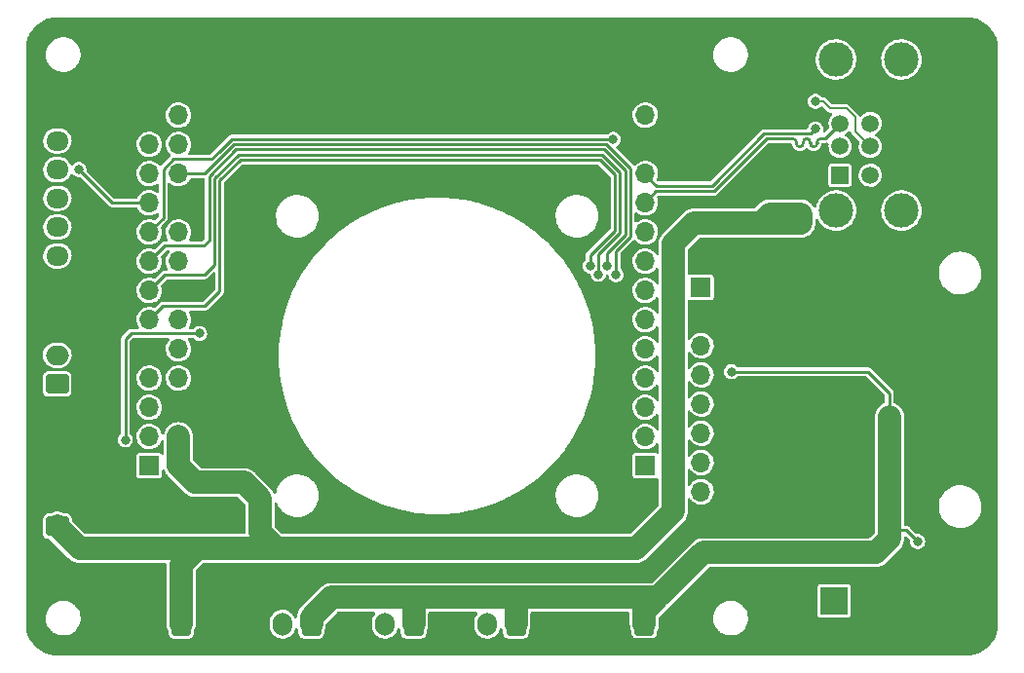
<source format=gbr>
%TF.GenerationSoftware,KiCad,Pcbnew,(6.0.0)*%
%TF.CreationDate,2022-02-04T17:29:14+08:00*%
%TF.ProjectId,orange_juice_board,6f72616e-6765-45f6-9a75-6963655f626f,rev?*%
%TF.SameCoordinates,Original*%
%TF.FileFunction,Copper,L2,Bot*%
%TF.FilePolarity,Positive*%
%FSLAX46Y46*%
G04 Gerber Fmt 4.6, Leading zero omitted, Abs format (unit mm)*
G04 Created by KiCad (PCBNEW (6.0.0)) date 2022-02-04 17:29:14*
%MOMM*%
%LPD*%
G01*
G04 APERTURE LIST*
G04 Aperture macros list*
%AMRoundRect*
0 Rectangle with rounded corners*
0 $1 Rounding radius*
0 $2 $3 $4 $5 $6 $7 $8 $9 X,Y pos of 4 corners*
0 Add a 4 corners polygon primitive as box body*
4,1,4,$2,$3,$4,$5,$6,$7,$8,$9,$2,$3,0*
0 Add four circle primitives for the rounded corners*
1,1,$1+$1,$2,$3*
1,1,$1+$1,$4,$5*
1,1,$1+$1,$6,$7*
1,1,$1+$1,$8,$9*
0 Add four rect primitives between the rounded corners*
20,1,$1+$1,$2,$3,$4,$5,0*
20,1,$1+$1,$4,$5,$6,$7,0*
20,1,$1+$1,$6,$7,$8,$9,0*
20,1,$1+$1,$8,$9,$2,$3,0*%
G04 Aperture macros list end*
%TA.AperFunction,ComponentPad*%
%ADD10RoundRect,0.250000X0.750000X-0.600000X0.750000X0.600000X-0.750000X0.600000X-0.750000X-0.600000X0*%
%TD*%
%TA.AperFunction,ComponentPad*%
%ADD11O,2.000000X1.700000*%
%TD*%
%TA.AperFunction,ComponentPad*%
%ADD12R,1.700000X1.700000*%
%TD*%
%TA.AperFunction,ComponentPad*%
%ADD13O,1.700000X1.700000*%
%TD*%
%TA.AperFunction,ComponentPad*%
%ADD14RoundRect,0.250000X0.600000X0.750000X-0.600000X0.750000X-0.600000X-0.750000X0.600000X-0.750000X0*%
%TD*%
%TA.AperFunction,ComponentPad*%
%ADD15O,1.700000X2.000000*%
%TD*%
%TA.AperFunction,ComponentPad*%
%ADD16RoundRect,0.250000X0.725000X-0.600000X0.725000X0.600000X-0.725000X0.600000X-0.725000X-0.600000X0*%
%TD*%
%TA.AperFunction,ComponentPad*%
%ADD17O,1.950000X1.700000*%
%TD*%
%TA.AperFunction,ComponentPad*%
%ADD18R,2.400000X2.400000*%
%TD*%
%TA.AperFunction,ComponentPad*%
%ADD19C,2.400000*%
%TD*%
%TA.AperFunction,ComponentPad*%
%ADD20R,1.500000X1.500000*%
%TD*%
%TA.AperFunction,ComponentPad*%
%ADD21C,1.500000*%
%TD*%
%TA.AperFunction,ComponentPad*%
%ADD22C,3.000000*%
%TD*%
%TA.AperFunction,ViaPad*%
%ADD23C,0.800000*%
%TD*%
%TA.AperFunction,Conductor*%
%ADD24C,2.000000*%
%TD*%
%TA.AperFunction,Conductor*%
%ADD25C,0.250000*%
%TD*%
%TA.AperFunction,Conductor*%
%ADD26C,0.200000*%
%TD*%
G04 APERTURE END LIST*
D10*
%TO.P,J9,1,Pin_1*%
%TO.N,UART1_RX*%
X92975000Y-92150000D03*
D11*
%TO.P,J9,2,Pin_2*%
%TO.N,UART1_TX*%
X92975000Y-89650000D03*
%TD*%
D12*
%TO.P,J2,1,Pin_1*%
%TO.N,unconnected-(J2-Pad1)*%
X100980000Y-99250000D03*
D13*
%TO.P,J2,2,Pin_2*%
%TO.N,BUCK_OUT*%
X103520000Y-99250000D03*
%TO.P,J2,3,Pin_3*%
%TO.N,unconnected-(J2-Pad3)*%
X100980000Y-96710000D03*
%TO.P,J2,4,Pin_4*%
%TO.N,BUCK_OUT*%
X103520000Y-96710000D03*
%TO.P,J2,5,Pin_5*%
%TO.N,unconnected-(J2-Pad5)*%
X100980000Y-94170000D03*
%TO.P,J2,6,Pin_6*%
%TO.N,GND*%
X103520000Y-94170000D03*
%TO.P,J2,7,Pin_7*%
%TO.N,unconnected-(J2-Pad7)*%
X100980000Y-91630000D03*
%TO.P,J2,8,Pin_8*%
%TO.N,UART1_RX*%
X103520000Y-91630000D03*
%TO.P,J2,9,Pin_9*%
%TO.N,GND*%
X100980000Y-89090000D03*
%TO.P,J2,10,Pin_10*%
%TO.N,UART1_TX*%
X103520000Y-89090000D03*
%TO.P,J2,11,Pin_11*%
%TO.N,GPIO_1_CS*%
X100980000Y-86550000D03*
%TO.P,J2,12,Pin_12*%
%TO.N,unconnected-(J2-Pad12)*%
X103520000Y-86550000D03*
%TO.P,J2,13,Pin_13*%
%TO.N,GPIO_0_SDI*%
X100980000Y-84010000D03*
%TO.P,J2,14,Pin_14*%
%TO.N,GND*%
X103520000Y-84010000D03*
%TO.P,J2,15,Pin_15*%
%TO.N,GPIO_3_SDO*%
X100980000Y-81470000D03*
%TO.P,J2,16,Pin_16*%
%TO.N,GPIO_19*%
X103520000Y-81470000D03*
%TO.P,J2,17,Pin_17*%
%TO.N,PI_3.3V*%
X100980000Y-78930000D03*
%TO.P,J2,18,Pin_18*%
%TO.N,GPIO_18*%
X103520000Y-78930000D03*
%TO.P,J2,19,Pin_19*%
%TO.N,SPI1_MOSI*%
X100980000Y-76390000D03*
%TO.P,J2,20,Pin_20*%
%TO.N,GND*%
X103520000Y-76390000D03*
%TO.P,J2,21,Pin_21*%
%TO.N,SPI1_MISO*%
X100980000Y-73850000D03*
%TO.P,J2,22,Pin_22*%
%TO.N,GPIO_2_CLK*%
X103520000Y-73850000D03*
%TO.P,J2,23,Pin_23*%
%TO.N,SPI1_CLK*%
X100980000Y-71310000D03*
%TO.P,J2,24,Pin_24*%
%TO.N,SPI1_CS*%
X103520000Y-71310000D03*
%TO.P,J2,25,Pin_25*%
%TO.N,GND*%
X100980000Y-68770000D03*
%TO.P,J2,26,Pin_26*%
%TO.N,GPIO_10*%
X103520000Y-68770000D03*
%TD*%
D12*
%TO.P,J3,1,Pin_1*%
%TO.N,unconnected-(J3-Pad1)*%
X144085000Y-99245000D03*
D13*
%TO.P,J3,2,Pin_2*%
%TO.N,unconnected-(J3-Pad2)*%
X144085000Y-96705000D03*
%TO.P,J3,3,Pin_3*%
%TO.N,unconnected-(J3-Pad3)*%
X144085000Y-94165000D03*
%TO.P,J3,4,Pin_4*%
%TO.N,unconnected-(J3-Pad4)*%
X144085000Y-91625000D03*
%TO.P,J3,5,Pin_5*%
%TO.N,unconnected-(J3-Pad5)*%
X144085000Y-89085000D03*
%TO.P,J3,6,Pin_6*%
%TO.N,unconnected-(J3-Pad6)*%
X144085000Y-86545000D03*
%TO.P,J3,7,Pin_7*%
%TO.N,unconnected-(J3-Pad7)*%
X144085000Y-84005000D03*
%TO.P,J3,8,Pin_8*%
%TO.N,USB3_D+*%
X144085000Y-81465000D03*
%TO.P,J3,9,Pin_9*%
%TO.N,USB3_D-*%
X144085000Y-78925000D03*
X144085000Y-78925000D03*
%TO.P,J3,10,Pin_10*%
%TO.N,USB2_D+*%
X144085000Y-76385000D03*
%TO.P,J3,11,Pin_11*%
%TO.N,USB2_D-*%
X144085000Y-73845000D03*
X144085000Y-73845000D03*
%TO.P,J3,12,Pin_12*%
%TO.N,GND*%
X144085000Y-71305000D03*
%TO.P,J3,13,Pin_13*%
%TO.N,unconnected-(J3-Pad13)*%
X144085000Y-68765000D03*
%TD*%
D14*
%TO.P,J8,1,Pin_1*%
%TO.N,BUCK_OUT*%
X103750000Y-113025000D03*
D15*
%TO.P,J8,2,Pin_2*%
%TO.N,GND*%
X101250000Y-113025000D03*
%TD*%
D14*
%TO.P,J6,1,Pin_1*%
%TO.N,BUCK_IN*%
X115062000Y-113030000D03*
D15*
%TO.P,J6,2,Pin_2*%
%TO.N,Net-(D4-Pad1)*%
X112562000Y-113030000D03*
%TD*%
D14*
%TO.P,J10,1,Pin_1*%
%TO.N,BUCK_IN*%
X144000000Y-113000000D03*
D15*
%TO.P,J10,2,Pin_2*%
%TO.N,GND*%
X141500000Y-113000000D03*
%TD*%
D14*
%TO.P,J5,1,Pin_1*%
%TO.N,BUCK_IN*%
X123952000Y-113025000D03*
D15*
%TO.P,J5,2,Pin_2*%
%TO.N,Net-(D3-Pad1)*%
X121452000Y-113025000D03*
%TD*%
D16*
%TO.P,J11,1,Pin_1*%
%TO.N,GND*%
X93000000Y-83500000D03*
D17*
%TO.P,J11,2,Pin_2*%
%TO.N,PI_3.3V*%
X93000000Y-81000000D03*
%TO.P,J11,3,Pin_3*%
%TO.N,SPI1_CS*%
X93000000Y-78500000D03*
%TO.P,J11,4,Pin_4*%
%TO.N,SPI1_MISO*%
X93000000Y-76000000D03*
%TO.P,J11,5,Pin_5*%
%TO.N,SPI1_MOSI*%
X93000000Y-73500000D03*
%TO.P,J11,6,Pin_6*%
%TO.N,SPI1_CLK*%
X93000000Y-71000000D03*
%TD*%
D18*
%TO.P,J1,1,Pin_1*%
%TO.N,DC_IN*%
X160500000Y-111000000D03*
D19*
%TO.P,J1,2,Pin_2*%
%TO.N,GND*%
X164000000Y-111000000D03*
%TD*%
D12*
%TO.P,J12,1,Pin_1*%
%TO.N,unconnected-(J12-Pad1)*%
X148925000Y-83725000D03*
D13*
%TO.P,J12,2,Pin_2*%
%TO.N,GND*%
X148925000Y-86265000D03*
%TO.P,J12,3,Pin_3*%
%TO.N,PI_3.3V*%
X148925000Y-88805000D03*
%TO.P,J12,4,Pin_4*%
%TO.N,GPIO_2_CLK*%
X148925000Y-91345000D03*
%TO.P,J12,5,Pin_5*%
%TO.N,GPIO_3_SDO*%
X148925000Y-93885000D03*
%TO.P,J12,6,Pin_6*%
%TO.N,GPIO_0_SDI*%
X148925000Y-96425000D03*
%TO.P,J12,7,Pin_7*%
%TO.N,GPIO_1_CS*%
X148925000Y-98965000D03*
%TO.P,J12,8,Pin_8*%
%TO.N,unconnected-(J12-Pad8)*%
X148925000Y-101505000D03*
%TD*%
D10*
%TO.P,J7,1,Pin_1*%
%TO.N,BUCK_OUT*%
X93000000Y-104500000D03*
D11*
%TO.P,J7,2,Pin_2*%
%TO.N,GND*%
X93000000Y-102000000D03*
%TD*%
D20*
%TO.P,USB1,1,VCC*%
%TO.N,BUCK_OUT*%
X161014000Y-73985000D03*
D21*
%TO.P,USB1,2,D-*%
%TO.N,USB2_D-*%
X161014000Y-71485000D03*
%TO.P,USB1,3,D+*%
%TO.N,USB2_D+*%
X161014000Y-69485000D03*
%TO.P,USB1,4,GND*%
%TO.N,GND*%
X161014000Y-66985000D03*
%TO.P,USB1,5,VCC*%
%TO.N,BUCK_OUT*%
X163634000Y-73985000D03*
%TO.P,USB1,6,D-*%
%TO.N,USB3_D-*%
X163634000Y-71485000D03*
%TO.P,USB1,7,D+*%
%TO.N,USB3_D+*%
X163634000Y-69485000D03*
%TO.P,USB1,8,GND*%
%TO.N,GND*%
X163634000Y-66985000D03*
D22*
%TO.P,USB1,9,Shield*%
%TO.N,unconnected-(USB1-Pad9)*%
X166344000Y-77055000D03*
X160664000Y-63915000D03*
X166344000Y-63915000D03*
X160664000Y-77055000D03*
%TD*%
D14*
%TO.P,J4,1,Pin_1*%
%TO.N,BUCK_IN*%
X132842000Y-113025000D03*
D15*
%TO.P,J4,2,Pin_2*%
%TO.N,Net-(D2-Pad1)*%
X130342000Y-113025000D03*
%TD*%
D23*
%TO.N,GND*%
X106934000Y-104521000D03*
X158350000Y-98090000D03*
X106934000Y-103759000D03*
X159140000Y-98100000D03*
X105537000Y-104521000D03*
X105537000Y-103759000D03*
%TO.N,BUCK_IN*%
X165300000Y-95000000D03*
X167750000Y-105840000D03*
X165300000Y-100600000D03*
X165300000Y-95800000D03*
X165300000Y-97400000D03*
X165300000Y-96600000D03*
X165300000Y-99000000D03*
X151570000Y-91080000D03*
X165300000Y-99800000D03*
X165300000Y-98200000D03*
%TO.N,BUCK_OUT*%
X157600000Y-77350000D03*
X156800000Y-77350000D03*
X155200000Y-78150000D03*
X156000000Y-78150000D03*
X156000000Y-77350000D03*
X155200000Y-77350000D03*
X156800000Y-78150000D03*
X157600000Y-78150000D03*
%TO.N,GPIO_1_CS*%
X139275500Y-81865562D03*
%TO.N,GPIO_0_SDI*%
X140000000Y-82600000D03*
%TO.N,GPIO_3_SDO*%
X140750000Y-81850000D03*
%TO.N,SPI1_MOSI*%
X94850000Y-73500000D03*
%TO.N,GPIO_2_CLK*%
X141550000Y-82650000D03*
%TO.N,USB3_D-*%
X158877000Y-67564000D03*
%TO.N,USB2_D-*%
X158877000Y-69977000D03*
%TO.N,Net-(Q4-Pad1)*%
X98900000Y-97000000D03*
X105350000Y-87750000D03*
%TO.N,PI_3.3V*%
X141291907Y-70867309D03*
%TD*%
D24*
%TO.N,BUCK_IN*%
X133100000Y-110700000D02*
X125800000Y-110700000D01*
X144000000Y-111900000D02*
X145200000Y-110700000D01*
X132842000Y-110958000D02*
X133100000Y-110700000D01*
D25*
X165300000Y-95000000D02*
X165300000Y-92950000D01*
D24*
X123952000Y-110752000D02*
X123900000Y-110700000D01*
D25*
X167750000Y-105840000D02*
X166755000Y-104845000D01*
D24*
X144000000Y-113000000D02*
X144000000Y-111900000D01*
X125800000Y-110700000D02*
X123900000Y-110700000D01*
X149100000Y-106800000D02*
X162600000Y-106800000D01*
X144000000Y-113000000D02*
X144000000Y-110800000D01*
X145200000Y-110700000D02*
X149100000Y-106800000D01*
D25*
X151590000Y-91100000D02*
X151570000Y-91080000D01*
D24*
X165300000Y-104100000D02*
X165300000Y-105600000D01*
D25*
X163450000Y-91100000D02*
X151590000Y-91100000D01*
D24*
X133100000Y-110700000D02*
X144100000Y-110700000D01*
X144100000Y-110700000D02*
X145200000Y-110700000D01*
X132842000Y-113025000D02*
X132842000Y-110958000D01*
X165300000Y-105600000D02*
X164100000Y-106800000D01*
X164000000Y-106700000D02*
X164100000Y-106800000D01*
X162600000Y-106800000D02*
X164100000Y-106800000D01*
X144000000Y-110800000D02*
X144100000Y-110700000D01*
X165300000Y-95000000D02*
X165300000Y-104100000D01*
D25*
X166045000Y-104845000D02*
X165300000Y-104100000D01*
D24*
X123900000Y-110700000D02*
X116800000Y-110700000D01*
X115062000Y-113030000D02*
X115062000Y-112438000D01*
X123952000Y-113025000D02*
X123952000Y-110752000D01*
X115062000Y-112438000D02*
X116800000Y-110700000D01*
D25*
X165300000Y-92950000D02*
X163450000Y-91100000D01*
X166755000Y-104845000D02*
X166045000Y-104845000D01*
D24*
%TO.N,BUCK_OUT*%
X103750000Y-107832000D02*
X105156000Y-106426000D01*
X104981000Y-100711000D02*
X109220000Y-100711000D01*
X154900000Y-77350000D02*
X154100000Y-78150000D01*
X143304000Y-106426000D02*
X146500000Y-103230000D01*
X109220000Y-100711000D02*
X110617000Y-102108000D01*
X94926000Y-106426000D02*
X93000000Y-104500000D01*
X146500000Y-103230000D02*
X146500000Y-79950000D01*
X157600000Y-77350000D02*
X154900000Y-77350000D01*
X154100000Y-78150000D02*
X157600000Y-78150000D01*
X112014000Y-106426000D02*
X143304000Y-106426000D01*
X110617000Y-105029000D02*
X112014000Y-106426000D01*
X146500000Y-79950000D02*
X148300000Y-78150000D01*
X105156000Y-106426000D02*
X112014000Y-106426000D01*
X110617000Y-102108000D02*
X110617000Y-105029000D01*
X148300000Y-78150000D02*
X154100000Y-78150000D01*
X105156000Y-106426000D02*
X94926000Y-106426000D01*
X157600000Y-78150000D02*
X157600000Y-77350000D01*
X103750000Y-113025000D02*
X103750000Y-107832000D01*
X103520000Y-96710000D02*
X103520000Y-99250000D01*
X103520000Y-99250000D02*
X104981000Y-100711000D01*
D25*
%TO.N,GPIO_1_CS*%
X107100000Y-84100000D02*
X107100000Y-74457154D01*
X141439941Y-78802905D02*
X139275500Y-80967346D01*
X141439941Y-73947095D02*
X141439941Y-78802905D01*
X107100000Y-74457154D02*
X108908594Y-72648560D01*
X139275500Y-80967346D02*
X139275500Y-81865562D01*
X108908594Y-72648560D02*
X140141406Y-72648560D01*
X100980000Y-86550000D02*
X102154511Y-85375489D01*
X102154511Y-85375489D02*
X105824511Y-85375489D01*
X105824511Y-85375489D02*
X107100000Y-84100000D01*
X140141406Y-72648560D02*
X141439941Y-73947095D01*
%TO.N,GPIO_0_SDI*%
X106649520Y-74271916D02*
X108722396Y-72199040D01*
X105755489Y-82644511D02*
X106649520Y-81750480D01*
X141889461Y-73760897D02*
X141889461Y-78989103D01*
X140000000Y-80878564D02*
X140000000Y-82600000D01*
X106649520Y-81750480D02*
X106649520Y-74271916D01*
X102345489Y-82644511D02*
X105755489Y-82644511D01*
X100980000Y-84010000D02*
X102345489Y-82644511D01*
X108722396Y-72199040D02*
X140327604Y-72199040D01*
X141889461Y-78989103D02*
X140000000Y-80878564D01*
X140327604Y-72199040D02*
X141889461Y-73760897D01*
%TO.N,GPIO_3_SDO*%
X100980000Y-81470000D02*
X102345489Y-80104511D01*
X105745489Y-80104511D02*
X106200000Y-79650000D01*
X142338981Y-79175301D02*
X140750000Y-80764282D01*
X140750000Y-80764282D02*
X140750000Y-81850000D01*
X108536198Y-71749520D02*
X140513802Y-71749520D01*
X106200000Y-79650000D02*
X106200000Y-74085718D01*
X140513802Y-71749520D02*
X142338981Y-73574700D01*
X142338981Y-73574700D02*
X142338981Y-79175301D01*
X106200000Y-74085718D02*
X108536198Y-71749520D01*
X102345489Y-80104511D02*
X105745489Y-80104511D01*
%TO.N,SPI1_MOSI*%
X97740000Y-76390000D02*
X100980000Y-76390000D01*
X94850000Y-73500000D02*
X97740000Y-76390000D01*
%TO.N,GPIO_2_CLK*%
X140700000Y-71300000D02*
X142788501Y-73388503D01*
X142788501Y-79361499D02*
X141550000Y-80600000D01*
X141550000Y-80600000D02*
X141550000Y-82650000D01*
X142788501Y-73388503D02*
X142788501Y-79361499D01*
X105800000Y-73850000D02*
X108350000Y-71300000D01*
X108350000Y-71300000D02*
X140700000Y-71300000D01*
X103520000Y-73850000D02*
X105800000Y-73850000D01*
D26*
%TO.N,USB3_D-*%
X158877000Y-67564000D02*
X159512000Y-67564000D01*
X162306000Y-70157000D02*
X163634000Y-71485000D01*
X162306000Y-68961000D02*
X162306000Y-70157000D01*
X159512000Y-67564000D02*
X160147000Y-68199000D01*
X161544000Y-68199000D02*
X162306000Y-68961000D01*
X160147000Y-68199000D02*
X161544000Y-68199000D01*
D25*
%TO.N,USB2_D+*%
X157212480Y-71215977D02*
X157212480Y-71111520D01*
X158412480Y-71215977D02*
X158412480Y-71111520D01*
X161014000Y-69485000D02*
X159687480Y-70811520D01*
X145030480Y-75379520D02*
X143995000Y-76415000D01*
X150046197Y-75379520D02*
X145030480Y-75379520D01*
X159687480Y-70811520D02*
X159312480Y-70811520D01*
X157812480Y-71111520D02*
X157812480Y-71215977D01*
X156862480Y-70811520D02*
X154614198Y-70811520D01*
X154614198Y-70811520D02*
X150046197Y-75379520D01*
X159012480Y-71111520D02*
X159012480Y-71215977D01*
X156912480Y-70811520D02*
X156862480Y-70811520D01*
X157512480Y-71515977D02*
G75*
G03*
X157812480Y-71215977I0J300000D01*
G01*
X157812480Y-71111520D02*
G75*
G02*
X158112480Y-70811520I300000J0D01*
G01*
X156912480Y-70811520D02*
G75*
G02*
X157212480Y-71111520I0J-300000D01*
G01*
X158412480Y-71215977D02*
G75*
G03*
X158712480Y-71515977I300000J0D01*
G01*
X159012480Y-71111520D02*
G75*
G02*
X159312480Y-70811520I300000J0D01*
G01*
X158112480Y-70811520D02*
G75*
G02*
X158412480Y-71111520I0J-300000D01*
G01*
X158712480Y-71515977D02*
G75*
G03*
X159012480Y-71215977I0J300000D01*
G01*
X157212480Y-71215977D02*
G75*
G03*
X157512480Y-71515977I300000J0D01*
G01*
%TO.N,USB2_D-*%
X149860000Y-74930000D02*
X154428000Y-70362000D01*
X143995000Y-73875000D02*
X145050000Y-74930000D01*
X145050000Y-74930000D02*
X149860000Y-74930000D01*
X154428000Y-70362000D02*
X158492000Y-70362000D01*
X158492000Y-70362000D02*
X158877000Y-69977000D01*
%TO.N,Net-(Q4-Pad1)*%
X98900000Y-88250000D02*
X98900000Y-97000000D01*
X99400000Y-87750000D02*
X98900000Y-88250000D01*
X105350000Y-87750000D02*
X99400000Y-87750000D01*
%TO.N,PI_3.3V*%
X100980000Y-78930000D02*
X102200000Y-77710000D01*
X140886197Y-70850480D02*
X140903026Y-70867309D01*
X102200000Y-77710000D02*
X102200000Y-75550000D01*
X104350000Y-72600000D02*
X106414282Y-72600000D01*
X108163803Y-70850480D02*
X140886197Y-70850480D01*
X106414282Y-72600000D02*
X107057141Y-71957141D01*
X140903026Y-70867309D02*
X141291907Y-70867309D01*
X103108990Y-72600000D02*
X104350000Y-72600000D01*
X102200000Y-73508990D02*
X103108990Y-72600000D01*
X107057141Y-71957141D02*
X108163803Y-70850480D01*
X102200000Y-75550000D02*
X102200000Y-73508990D01*
%TD*%
%TA.AperFunction,Conductor*%
%TO.N,GND*%
G36*
X171987153Y-60256421D02*
G01*
X172000000Y-60258976D01*
X172012170Y-60256556D01*
X172024581Y-60256556D01*
X172024581Y-60256757D01*
X172035469Y-60255992D01*
X172300393Y-60270870D01*
X172314425Y-60272450D01*
X172459248Y-60297057D01*
X172604066Y-60321663D01*
X172617841Y-60324807D01*
X172704600Y-60349802D01*
X172900156Y-60406141D01*
X172913477Y-60410802D01*
X173184912Y-60523234D01*
X173197635Y-60529361D01*
X173286523Y-60578488D01*
X173454768Y-60671474D01*
X173466731Y-60678991D01*
X173706329Y-60848994D01*
X173717377Y-60857804D01*
X173936439Y-61053570D01*
X173946430Y-61063561D01*
X174142196Y-61282623D01*
X174151006Y-61293671D01*
X174321009Y-61533269D01*
X174328526Y-61545232D01*
X174470637Y-61802361D01*
X174476766Y-61815088D01*
X174589198Y-62086523D01*
X174593859Y-62099844D01*
X174631031Y-62228868D01*
X174675193Y-62382159D01*
X174678337Y-62395934D01*
X174696081Y-62500364D01*
X174718899Y-62634658D01*
X174727549Y-62685570D01*
X174729130Y-62699607D01*
X174737719Y-62852535D01*
X174744008Y-62964528D01*
X174743243Y-62975419D01*
X174743444Y-62975419D01*
X174743444Y-62987830D01*
X174741024Y-63000000D01*
X174743579Y-63012844D01*
X174746000Y-63037425D01*
X174746000Y-112962575D01*
X174743579Y-112987153D01*
X174741024Y-113000000D01*
X174743444Y-113012170D01*
X174743444Y-113024581D01*
X174743243Y-113024581D01*
X174744008Y-113035469D01*
X174729131Y-113300389D01*
X174727550Y-113314425D01*
X174714020Y-113394056D01*
X174678337Y-113604066D01*
X174675193Y-113617841D01*
X174663896Y-113657054D01*
X174593859Y-113900156D01*
X174589198Y-113913477D01*
X174500247Y-114128224D01*
X174476768Y-114184908D01*
X174470639Y-114197635D01*
X174420350Y-114288626D01*
X174328526Y-114454768D01*
X174321009Y-114466731D01*
X174151006Y-114706329D01*
X174142196Y-114717377D01*
X173946430Y-114936439D01*
X173936439Y-114946430D01*
X173717377Y-115142196D01*
X173706329Y-115151006D01*
X173466731Y-115321009D01*
X173454768Y-115328526D01*
X173197635Y-115470639D01*
X173184912Y-115476766D01*
X172913477Y-115589198D01*
X172900156Y-115593859D01*
X172704600Y-115650198D01*
X172617841Y-115675193D01*
X172604066Y-115678337D01*
X172459248Y-115702943D01*
X172314425Y-115727550D01*
X172300393Y-115729130D01*
X172035469Y-115744008D01*
X172024581Y-115743243D01*
X172024581Y-115743444D01*
X172012170Y-115743444D01*
X172000000Y-115741024D01*
X171987153Y-115743579D01*
X171962575Y-115746000D01*
X93037425Y-115746000D01*
X93012847Y-115743579D01*
X93000000Y-115741024D01*
X92987830Y-115743444D01*
X92975419Y-115743444D01*
X92975419Y-115743243D01*
X92964531Y-115744008D01*
X92699607Y-115729130D01*
X92685575Y-115727550D01*
X92540752Y-115702943D01*
X92395934Y-115678337D01*
X92382159Y-115675193D01*
X92295400Y-115650198D01*
X92099844Y-115593859D01*
X92086523Y-115589198D01*
X91815088Y-115476766D01*
X91802365Y-115470639D01*
X91545232Y-115328526D01*
X91533269Y-115321009D01*
X91293671Y-115151006D01*
X91282623Y-115142196D01*
X91063561Y-114946430D01*
X91053570Y-114936439D01*
X90857804Y-114717377D01*
X90848994Y-114706329D01*
X90678991Y-114466731D01*
X90671474Y-114454768D01*
X90579650Y-114288626D01*
X90529361Y-114197635D01*
X90523232Y-114184908D01*
X90499753Y-114128224D01*
X90410802Y-113913477D01*
X90406141Y-113900156D01*
X90336104Y-113657054D01*
X90324807Y-113617841D01*
X90321663Y-113604066D01*
X90285980Y-113394056D01*
X90272450Y-113314425D01*
X90270869Y-113300389D01*
X90255992Y-113035469D01*
X90256757Y-113024581D01*
X90256556Y-113024581D01*
X90256556Y-113012170D01*
X90258976Y-113000000D01*
X90256421Y-112987153D01*
X90254000Y-112962575D01*
X90254000Y-112552677D01*
X91991524Y-112552677D01*
X91992105Y-112557697D01*
X91992105Y-112557701D01*
X92004543Y-112665194D01*
X92019351Y-112793176D01*
X92020730Y-112798050D01*
X92020731Y-112798054D01*
X92083893Y-113021264D01*
X92085271Y-113026133D01*
X92087406Y-113030712D01*
X92087407Y-113030714D01*
X92114098Y-113087952D01*
X92187589Y-113245553D01*
X92190430Y-113249734D01*
X92190431Y-113249735D01*
X92225172Y-113300854D01*
X92224556Y-113301272D01*
X92225720Y-113302420D01*
X92225905Y-113302281D01*
X92225935Y-113302321D01*
X92226597Y-113303203D01*
X92226797Y-113303482D01*
X92226834Y-113303519D01*
X92228393Y-113305595D01*
X92229809Y-113307679D01*
X92229898Y-113307820D01*
X92230035Y-113308011D01*
X92323671Y-113445793D01*
X92327148Y-113449470D01*
X92327153Y-113449476D01*
X92372137Y-113497044D01*
X92371584Y-113497567D01*
X92373601Y-113498994D01*
X92374083Y-113499636D01*
X92377809Y-113503197D01*
X92378140Y-113503570D01*
X92381516Y-113506963D01*
X92423972Y-113551858D01*
X92490018Y-113621699D01*
X92494035Y-113624770D01*
X92494038Y-113624773D01*
X92548578Y-113666472D01*
X92549084Y-113666870D01*
X92552468Y-113670104D01*
X92556740Y-113673018D01*
X92557645Y-113673636D01*
X92563166Y-113677626D01*
X92678327Y-113765674D01*
X92678338Y-113765681D01*
X92682348Y-113768747D01*
X92746786Y-113803298D01*
X92749421Y-113804754D01*
X92752029Y-113806236D01*
X92756300Y-113809149D01*
X92760986Y-113811324D01*
X92760989Y-113811326D01*
X92763427Y-113812458D01*
X92769912Y-113815699D01*
X92895715Y-113883153D01*
X92964816Y-113906946D01*
X92967084Y-113907727D01*
X92970543Y-113909121D01*
X92970561Y-113909071D01*
X92975403Y-113910853D01*
X92980104Y-113913035D01*
X92988723Y-113915425D01*
X92996036Y-113917697D01*
X93124629Y-113961975D01*
X93129618Y-113962837D01*
X93129619Y-113962837D01*
X93203145Y-113975537D01*
X93208988Y-113976848D01*
X93212888Y-113977592D01*
X93217871Y-113978974D01*
X93227403Y-113979993D01*
X93235428Y-113981113D01*
X93363200Y-114003183D01*
X93367161Y-114003363D01*
X93367162Y-114003363D01*
X93390784Y-114004436D01*
X93390803Y-114004436D01*
X93392203Y-114004500D01*
X93560841Y-114004500D01*
X93563349Y-114004298D01*
X93563354Y-114004298D01*
X93736283Y-113990385D01*
X93736288Y-113990384D01*
X93741324Y-113989979D01*
X93746232Y-113988774D01*
X93746235Y-113988773D01*
X93971525Y-113933436D01*
X93976439Y-113932229D01*
X93981091Y-113930254D01*
X93981095Y-113930253D01*
X94194642Y-113839607D01*
X94194643Y-113839607D01*
X94199297Y-113837631D01*
X94404163Y-113708620D01*
X94585768Y-113548514D01*
X94739439Y-113361432D01*
X94861222Y-113152188D01*
X94875064Y-113116128D01*
X94946169Y-112930894D01*
X94946170Y-112930891D01*
X94947984Y-112926165D01*
X94997493Y-112689177D01*
X95008476Y-112447323D01*
X95001090Y-112383484D01*
X94990646Y-112293228D01*
X94980649Y-112206824D01*
X94977976Y-112197375D01*
X94916107Y-111978736D01*
X94916106Y-111978734D01*
X94914729Y-111973867D01*
X94911008Y-111965886D01*
X94835523Y-111804010D01*
X94812411Y-111754447D01*
X94791727Y-111724011D01*
X94774828Y-111699146D01*
X94775444Y-111698728D01*
X94774280Y-111697580D01*
X94774095Y-111697719D01*
X94773991Y-111697580D01*
X94773403Y-111696797D01*
X94773203Y-111696518D01*
X94773166Y-111696481D01*
X94771607Y-111694405D01*
X94770191Y-111692321D01*
X94770102Y-111692180D01*
X94769965Y-111691989D01*
X94676329Y-111554207D01*
X94672852Y-111550530D01*
X94672847Y-111550524D01*
X94627863Y-111502956D01*
X94628416Y-111502433D01*
X94626399Y-111501006D01*
X94625917Y-111500364D01*
X94622191Y-111496803D01*
X94621860Y-111496430D01*
X94618484Y-111493037D01*
X94513458Y-111381977D01*
X94509982Y-111378301D01*
X94505965Y-111375230D01*
X94505962Y-111375227D01*
X94451422Y-111333528D01*
X94450916Y-111333130D01*
X94447532Y-111329896D01*
X94443260Y-111326982D01*
X94442355Y-111326364D01*
X94436834Y-111322374D01*
X94321673Y-111234326D01*
X94321662Y-111234319D01*
X94317652Y-111231253D01*
X94253214Y-111196702D01*
X94250579Y-111195246D01*
X94247971Y-111193764D01*
X94243700Y-111190851D01*
X94239014Y-111188676D01*
X94239011Y-111188674D01*
X94236573Y-111187542D01*
X94230081Y-111184298D01*
X94194216Y-111165067D01*
X94104285Y-111116847D01*
X94032913Y-111092272D01*
X94029457Y-111090879D01*
X94029439Y-111090929D01*
X94024597Y-111089147D01*
X94019896Y-111086965D01*
X94011277Y-111084575D01*
X94003964Y-111082303D01*
X93875371Y-111038025D01*
X93870382Y-111037163D01*
X93870381Y-111037163D01*
X93796855Y-111024463D01*
X93791012Y-111023152D01*
X93787112Y-111022408D01*
X93782129Y-111021026D01*
X93772597Y-111020007D01*
X93764572Y-111018887D01*
X93636800Y-110996817D01*
X93632839Y-110996637D01*
X93632838Y-110996637D01*
X93609216Y-110995564D01*
X93609197Y-110995564D01*
X93607797Y-110995500D01*
X93439159Y-110995500D01*
X93436651Y-110995702D01*
X93436646Y-110995702D01*
X93263717Y-111009615D01*
X93263712Y-111009616D01*
X93258676Y-111010021D01*
X93253768Y-111011226D01*
X93253765Y-111011227D01*
X93137951Y-111039674D01*
X93023561Y-111067771D01*
X93018909Y-111069746D01*
X93018905Y-111069747D01*
X92902308Y-111119240D01*
X92800703Y-111162369D01*
X92595837Y-111291380D01*
X92414232Y-111451486D01*
X92260561Y-111638568D01*
X92210832Y-111724011D01*
X92177508Y-111781268D01*
X92138778Y-111847812D01*
X92136965Y-111852535D01*
X92066298Y-112036630D01*
X92052016Y-112073835D01*
X92002507Y-112310823D01*
X92002278Y-112315873D01*
X92002277Y-112315878D01*
X92000076Y-112364360D01*
X91991524Y-112552677D01*
X90254000Y-112552677D01*
X90254000Y-104447254D01*
X91741534Y-104447254D01*
X91741798Y-104452854D01*
X91741798Y-104452855D01*
X91745360Y-104528391D01*
X91745500Y-104534326D01*
X91745500Y-105147756D01*
X91745869Y-105151152D01*
X91745869Y-105151153D01*
X91745907Y-105151498D01*
X91752202Y-105209448D01*
X91754974Y-105216841D01*
X91754974Y-105216843D01*
X91759171Y-105228039D01*
X91802929Y-105344764D01*
X91808309Y-105351943D01*
X91808311Y-105351946D01*
X91857264Y-105417263D01*
X91889596Y-105460404D01*
X91896776Y-105465785D01*
X91998054Y-105541689D01*
X91998057Y-105541691D01*
X92005236Y-105547071D01*
X92094954Y-105580704D01*
X92133157Y-105595026D01*
X92133159Y-105595026D01*
X92140552Y-105597798D01*
X92148402Y-105598651D01*
X92148403Y-105598651D01*
X92168406Y-105600824D01*
X92202244Y-105604500D01*
X92278179Y-105604500D01*
X92346300Y-105624502D01*
X92367274Y-105641405D01*
X93974494Y-107248625D01*
X93985361Y-107261016D01*
X93998833Y-107278573D01*
X94002978Y-107282344D01*
X94002981Y-107282348D01*
X94058921Y-107333249D01*
X94063216Y-107337347D01*
X94079111Y-107353242D01*
X94099064Y-107369925D01*
X94103019Y-107373376D01*
X94164464Y-107429286D01*
X94169217Y-107432267D01*
X94169219Y-107432269D01*
X94179585Y-107438771D01*
X94193456Y-107448848D01*
X94207146Y-107460295D01*
X94279280Y-107501439D01*
X94283808Y-107504150D01*
X94349411Y-107545303D01*
X94349415Y-107545305D01*
X94354167Y-107548286D01*
X94370739Y-107554948D01*
X94386160Y-107562403D01*
X94401665Y-107571247D01*
X94479974Y-107598978D01*
X94484868Y-107600828D01*
X94561944Y-107631812D01*
X94579432Y-107635434D01*
X94595934Y-107640042D01*
X94607459Y-107644124D01*
X94607471Y-107644127D01*
X94612757Y-107645999D01*
X94618296Y-107646906D01*
X94694702Y-107659418D01*
X94699891Y-107660380D01*
X94776705Y-107676288D01*
X94776714Y-107676289D01*
X94781228Y-107677224D01*
X94785836Y-107677490D01*
X94785839Y-107677490D01*
X94793864Y-107677952D01*
X94808910Y-107678820D01*
X94822017Y-107680266D01*
X94833751Y-107682188D01*
X94839364Y-107682100D01*
X94839366Y-107682100D01*
X94940199Y-107680516D01*
X94942178Y-107680500D01*
X102368845Y-107680500D01*
X102436966Y-107700502D01*
X102483459Y-107754158D01*
X102494829Y-107804522D01*
X102495484Y-107846234D01*
X102495500Y-107848212D01*
X102495500Y-113081819D01*
X102495749Y-113084606D01*
X102495749Y-113084612D01*
X102500707Y-113140160D01*
X102510336Y-113248051D01*
X102569427Y-113464051D01*
X102571839Y-113469109D01*
X102571841Y-113469113D01*
X102633226Y-113597810D01*
X102645500Y-113652054D01*
X102645500Y-113822756D01*
X102652202Y-113884448D01*
X102654974Y-113891841D01*
X102654974Y-113891843D01*
X102661451Y-113909121D01*
X102702929Y-114019764D01*
X102708309Y-114026943D01*
X102708311Y-114026946D01*
X102770860Y-114110404D01*
X102789596Y-114135404D01*
X102796776Y-114140785D01*
X102898054Y-114216689D01*
X102898057Y-114216691D01*
X102905236Y-114222071D01*
X102992299Y-114254709D01*
X103033157Y-114270026D01*
X103033159Y-114270026D01*
X103040552Y-114272798D01*
X103048402Y-114273651D01*
X103048403Y-114273651D01*
X103098847Y-114279131D01*
X103102244Y-114279500D01*
X103708772Y-114279500D01*
X103716025Y-114279709D01*
X103783957Y-114283626D01*
X103783960Y-114283626D01*
X103789564Y-114283949D01*
X103818785Y-114280413D01*
X103833921Y-114279500D01*
X104397756Y-114279500D01*
X104401153Y-114279131D01*
X104451597Y-114273651D01*
X104451598Y-114273651D01*
X104459448Y-114272798D01*
X104466841Y-114270026D01*
X104466843Y-114270026D01*
X104507701Y-114254709D01*
X104594764Y-114222071D01*
X104601943Y-114216691D01*
X104601946Y-114216689D01*
X104703224Y-114140785D01*
X104710404Y-114135404D01*
X104729140Y-114110404D01*
X104791689Y-114026946D01*
X104791691Y-114026943D01*
X104797071Y-114019764D01*
X104838549Y-113909121D01*
X104845026Y-113891843D01*
X104845026Y-113891841D01*
X104847798Y-113884448D01*
X104854500Y-113822756D01*
X104854500Y-113660891D01*
X104868233Y-113603688D01*
X104869302Y-113601590D01*
X104872286Y-113596833D01*
X104955812Y-113389056D01*
X104960990Y-113364056D01*
X104988201Y-113232659D01*
X111457500Y-113232659D01*
X111472493Y-113389806D01*
X111474183Y-113395566D01*
X111474183Y-113395567D01*
X111494274Y-113464051D01*
X111531823Y-113592042D01*
X111554407Y-113635891D01*
X111624061Y-113771132D01*
X111628324Y-113779410D01*
X111654284Y-113812458D01*
X111754808Y-113940432D01*
X111754812Y-113940436D01*
X111758514Y-113945149D01*
X111763044Y-113949080D01*
X111763045Y-113949081D01*
X111913165Y-114079350D01*
X111913170Y-114079354D01*
X111917696Y-114083281D01*
X112100126Y-114188819D01*
X112299222Y-114257957D01*
X112305155Y-114258817D01*
X112305158Y-114258818D01*
X112501860Y-114287338D01*
X112501863Y-114287338D01*
X112507800Y-114288199D01*
X112718333Y-114278455D01*
X112724157Y-114277051D01*
X112724160Y-114277051D01*
X112917393Y-114230482D01*
X112917395Y-114230481D01*
X112923226Y-114229076D01*
X112928684Y-114226594D01*
X112928688Y-114226593D01*
X113106414Y-114145785D01*
X113115084Y-114141843D01*
X113286986Y-114019904D01*
X113391424Y-113910806D01*
X113428583Y-113871990D01*
X113432728Y-113867660D01*
X113492939Y-113774410D01*
X113543800Y-113695640D01*
X113543801Y-113695637D01*
X113547052Y-113690603D01*
X113625834Y-113495122D01*
X113632098Y-113463046D01*
X113664786Y-113400022D01*
X113726358Y-113364676D01*
X113797266Y-113368229D01*
X113854996Y-113409553D01*
X113877296Y-113453949D01*
X113881427Y-113469051D01*
X113883839Y-113474109D01*
X113883841Y-113474113D01*
X113945226Y-113602810D01*
X113957500Y-113657054D01*
X113957500Y-113827756D01*
X113964202Y-113889448D01*
X113966974Y-113896841D01*
X113966974Y-113896843D01*
X113971054Y-113907727D01*
X114014929Y-114024764D01*
X114020309Y-114031943D01*
X114020311Y-114031946D01*
X114057289Y-114081285D01*
X114101596Y-114140404D01*
X114108776Y-114145785D01*
X114210054Y-114221689D01*
X114210057Y-114221691D01*
X114217236Y-114227071D01*
X114300471Y-114258274D01*
X114345157Y-114275026D01*
X114345159Y-114275026D01*
X114352552Y-114277798D01*
X114360402Y-114278651D01*
X114360403Y-114278651D01*
X114409172Y-114283949D01*
X114414244Y-114284500D01*
X115020772Y-114284500D01*
X115028025Y-114284709D01*
X115095957Y-114288626D01*
X115095960Y-114288626D01*
X115101564Y-114288949D01*
X115130785Y-114285413D01*
X115145921Y-114284500D01*
X115709756Y-114284500D01*
X115714828Y-114283949D01*
X115763597Y-114278651D01*
X115763598Y-114278651D01*
X115771448Y-114277798D01*
X115778841Y-114275026D01*
X115778843Y-114275026D01*
X115823529Y-114258274D01*
X115906764Y-114227071D01*
X115913943Y-114221691D01*
X115913946Y-114221689D01*
X116015224Y-114145785D01*
X116022404Y-114140404D01*
X116066711Y-114081285D01*
X116103689Y-114031946D01*
X116103691Y-114031943D01*
X116109071Y-114024764D01*
X116152946Y-113907727D01*
X116157026Y-113896843D01*
X116157026Y-113896841D01*
X116159798Y-113889448D01*
X116166500Y-113827756D01*
X116166500Y-113665891D01*
X116180233Y-113608688D01*
X116181302Y-113606590D01*
X116184286Y-113601833D01*
X116267812Y-113394056D01*
X116270966Y-113378829D01*
X116302104Y-113228470D01*
X116313224Y-113174772D01*
X116314693Y-113149296D01*
X116316395Y-113119775D01*
X116316395Y-113119771D01*
X116316500Y-113117952D01*
X116316500Y-113009821D01*
X116336502Y-112941700D01*
X116353400Y-112920731D01*
X117282726Y-111991404D01*
X117345037Y-111957380D01*
X117371820Y-111954500D01*
X120509121Y-111954500D01*
X120577242Y-111974502D01*
X120623735Y-112028158D01*
X120633839Y-112098432D01*
X120600139Y-112167630D01*
X120585422Y-112183004D01*
X120585418Y-112183009D01*
X120581272Y-112187340D01*
X120571841Y-112201946D01*
X120495030Y-112320906D01*
X120466948Y-112364397D01*
X120388166Y-112559878D01*
X120347771Y-112766729D01*
X120347500Y-112772270D01*
X120347500Y-113227659D01*
X120362493Y-113384806D01*
X120364183Y-113390566D01*
X120364183Y-113390567D01*
X120385446Y-113463046D01*
X120421823Y-113587042D01*
X120444044Y-113630186D01*
X120513825Y-113765674D01*
X120518324Y-113774410D01*
X120536663Y-113797756D01*
X120644808Y-113935432D01*
X120644812Y-113935436D01*
X120648514Y-113940149D01*
X120653044Y-113944080D01*
X120653045Y-113944081D01*
X120803165Y-114074350D01*
X120803170Y-114074354D01*
X120807696Y-114078281D01*
X120990126Y-114183819D01*
X121189222Y-114252957D01*
X121195155Y-114253817D01*
X121195158Y-114253818D01*
X121391860Y-114282338D01*
X121391863Y-114282338D01*
X121397800Y-114283199D01*
X121608333Y-114273455D01*
X121614157Y-114272051D01*
X121614160Y-114272051D01*
X121807393Y-114225482D01*
X121807395Y-114225481D01*
X121813226Y-114224076D01*
X121818684Y-114221594D01*
X121818688Y-114221593D01*
X121985417Y-114145785D01*
X122005084Y-114136843D01*
X122176986Y-114014904D01*
X122309386Y-113876597D01*
X122318583Y-113866990D01*
X122322728Y-113862660D01*
X122361081Y-113803262D01*
X122433800Y-113690640D01*
X122433801Y-113690637D01*
X122437052Y-113685603D01*
X122515834Y-113490122D01*
X122522098Y-113458046D01*
X122554786Y-113395022D01*
X122616358Y-113359676D01*
X122687266Y-113363229D01*
X122744996Y-113404553D01*
X122767296Y-113448949D01*
X122771427Y-113464051D01*
X122773839Y-113469109D01*
X122773841Y-113469113D01*
X122835226Y-113597810D01*
X122847500Y-113652054D01*
X122847500Y-113822756D01*
X122854202Y-113884448D01*
X122856974Y-113891841D01*
X122856974Y-113891843D01*
X122863451Y-113909121D01*
X122904929Y-114019764D01*
X122910309Y-114026943D01*
X122910311Y-114026946D01*
X122972860Y-114110404D01*
X122991596Y-114135404D01*
X122998776Y-114140785D01*
X123100054Y-114216689D01*
X123100057Y-114216691D01*
X123107236Y-114222071D01*
X123194299Y-114254709D01*
X123235157Y-114270026D01*
X123235159Y-114270026D01*
X123242552Y-114272798D01*
X123250402Y-114273651D01*
X123250403Y-114273651D01*
X123300847Y-114279131D01*
X123304244Y-114279500D01*
X123910772Y-114279500D01*
X123918025Y-114279709D01*
X123985957Y-114283626D01*
X123985960Y-114283626D01*
X123991564Y-114283949D01*
X124020785Y-114280413D01*
X124035921Y-114279500D01*
X124599756Y-114279500D01*
X124603153Y-114279131D01*
X124653597Y-114273651D01*
X124653598Y-114273651D01*
X124661448Y-114272798D01*
X124668841Y-114270026D01*
X124668843Y-114270026D01*
X124709701Y-114254709D01*
X124796764Y-114222071D01*
X124803943Y-114216691D01*
X124803946Y-114216689D01*
X124905224Y-114140785D01*
X124912404Y-114135404D01*
X124931140Y-114110404D01*
X124993689Y-114026946D01*
X124993691Y-114026943D01*
X124999071Y-114019764D01*
X125040549Y-113909121D01*
X125047026Y-113891843D01*
X125047026Y-113891841D01*
X125049798Y-113884448D01*
X125056500Y-113822756D01*
X125056500Y-113660891D01*
X125070233Y-113603688D01*
X125071302Y-113601590D01*
X125074286Y-113596833D01*
X125157812Y-113389056D01*
X125162990Y-113364056D01*
X125201252Y-113179296D01*
X125203224Y-113169772D01*
X125206500Y-113112952D01*
X125206500Y-112080500D01*
X125226502Y-112012379D01*
X125280158Y-111965886D01*
X125332500Y-111954500D01*
X129399121Y-111954500D01*
X129467242Y-111974502D01*
X129513735Y-112028158D01*
X129523839Y-112098432D01*
X129490139Y-112167630D01*
X129475422Y-112183004D01*
X129475418Y-112183009D01*
X129471272Y-112187340D01*
X129461841Y-112201946D01*
X129385030Y-112320906D01*
X129356948Y-112364397D01*
X129278166Y-112559878D01*
X129237771Y-112766729D01*
X129237500Y-112772270D01*
X129237500Y-113227659D01*
X129252493Y-113384806D01*
X129254183Y-113390566D01*
X129254183Y-113390567D01*
X129275446Y-113463046D01*
X129311823Y-113587042D01*
X129334044Y-113630186D01*
X129403825Y-113765674D01*
X129408324Y-113774410D01*
X129426663Y-113797756D01*
X129534808Y-113935432D01*
X129534812Y-113935436D01*
X129538514Y-113940149D01*
X129543044Y-113944080D01*
X129543045Y-113944081D01*
X129693165Y-114074350D01*
X129693170Y-114074354D01*
X129697696Y-114078281D01*
X129880126Y-114183819D01*
X130079222Y-114252957D01*
X130085155Y-114253817D01*
X130085158Y-114253818D01*
X130281860Y-114282338D01*
X130281863Y-114282338D01*
X130287800Y-114283199D01*
X130498333Y-114273455D01*
X130504157Y-114272051D01*
X130504160Y-114272051D01*
X130697393Y-114225482D01*
X130697395Y-114225481D01*
X130703226Y-114224076D01*
X130708684Y-114221594D01*
X130708688Y-114221593D01*
X130875417Y-114145785D01*
X130895084Y-114136843D01*
X131066986Y-114014904D01*
X131199386Y-113876597D01*
X131208583Y-113866990D01*
X131212728Y-113862660D01*
X131251081Y-113803262D01*
X131323800Y-113690640D01*
X131323801Y-113690637D01*
X131327052Y-113685603D01*
X131405834Y-113490122D01*
X131412098Y-113458046D01*
X131444786Y-113395022D01*
X131506358Y-113359676D01*
X131577266Y-113363229D01*
X131634996Y-113404553D01*
X131657296Y-113448949D01*
X131661427Y-113464051D01*
X131663839Y-113469109D01*
X131663841Y-113469113D01*
X131725226Y-113597810D01*
X131737500Y-113652054D01*
X131737500Y-113822756D01*
X131744202Y-113884448D01*
X131746974Y-113891841D01*
X131746974Y-113891843D01*
X131753451Y-113909121D01*
X131794929Y-114019764D01*
X131800309Y-114026943D01*
X131800311Y-114026946D01*
X131862860Y-114110404D01*
X131881596Y-114135404D01*
X131888776Y-114140785D01*
X131990054Y-114216689D01*
X131990057Y-114216691D01*
X131997236Y-114222071D01*
X132084299Y-114254709D01*
X132125157Y-114270026D01*
X132125159Y-114270026D01*
X132132552Y-114272798D01*
X132140402Y-114273651D01*
X132140403Y-114273651D01*
X132190847Y-114279131D01*
X132194244Y-114279500D01*
X132800772Y-114279500D01*
X132808025Y-114279709D01*
X132875957Y-114283626D01*
X132875960Y-114283626D01*
X132881564Y-114283949D01*
X132910785Y-114280413D01*
X132925921Y-114279500D01*
X133489756Y-114279500D01*
X133493153Y-114279131D01*
X133543597Y-114273651D01*
X133543598Y-114273651D01*
X133551448Y-114272798D01*
X133558841Y-114270026D01*
X133558843Y-114270026D01*
X133599701Y-114254709D01*
X133686764Y-114222071D01*
X133693943Y-114216691D01*
X133693946Y-114216689D01*
X133795224Y-114140785D01*
X133802404Y-114135404D01*
X133821140Y-114110404D01*
X133883689Y-114026946D01*
X133883691Y-114026943D01*
X133889071Y-114019764D01*
X133930549Y-113909121D01*
X133937026Y-113891843D01*
X133937026Y-113891841D01*
X133939798Y-113884448D01*
X133946500Y-113822756D01*
X133946500Y-113660891D01*
X133960233Y-113603688D01*
X133961302Y-113601590D01*
X133964286Y-113596833D01*
X134047812Y-113389056D01*
X134052990Y-113364056D01*
X134091252Y-113179296D01*
X134093224Y-113169772D01*
X134096500Y-113112952D01*
X134096500Y-112080500D01*
X134116502Y-112012379D01*
X134170158Y-111965886D01*
X134222500Y-111954500D01*
X142619500Y-111954500D01*
X142687621Y-111974502D01*
X142734114Y-112028158D01*
X142745500Y-112080500D01*
X142745500Y-113056819D01*
X142745749Y-113059606D01*
X142745749Y-113059612D01*
X142750793Y-113116128D01*
X142760336Y-113223051D01*
X142819427Y-113439051D01*
X142821839Y-113444109D01*
X142821841Y-113444113D01*
X142883226Y-113572810D01*
X142895500Y-113627054D01*
X142895500Y-113797756D01*
X142895869Y-113801152D01*
X142895869Y-113801153D01*
X142900047Y-113839607D01*
X142902202Y-113859448D01*
X142952929Y-113994764D01*
X142958309Y-114001943D01*
X142958311Y-114001946D01*
X143021520Y-114086285D01*
X143039596Y-114110404D01*
X143046776Y-114115785D01*
X143148054Y-114191689D01*
X143148057Y-114191691D01*
X143155236Y-114197071D01*
X143233987Y-114226593D01*
X143283157Y-114245026D01*
X143283159Y-114245026D01*
X143290552Y-114247798D01*
X143298402Y-114248651D01*
X143298403Y-114248651D01*
X143345966Y-114253818D01*
X143352244Y-114254500D01*
X143958772Y-114254500D01*
X143966025Y-114254709D01*
X144033957Y-114258626D01*
X144033960Y-114258626D01*
X144039564Y-114258949D01*
X144068785Y-114255413D01*
X144083921Y-114254500D01*
X144647756Y-114254500D01*
X144654034Y-114253818D01*
X144701597Y-114248651D01*
X144701598Y-114248651D01*
X144709448Y-114247798D01*
X144716841Y-114245026D01*
X144716843Y-114245026D01*
X144766013Y-114226593D01*
X144844764Y-114197071D01*
X144851943Y-114191691D01*
X144851946Y-114191689D01*
X144953224Y-114115785D01*
X144960404Y-114110404D01*
X144978480Y-114086285D01*
X145041689Y-114001946D01*
X145041691Y-114001943D01*
X145047071Y-113994764D01*
X145097798Y-113859448D01*
X145099954Y-113839607D01*
X145104131Y-113801153D01*
X145104131Y-113801152D01*
X145104500Y-113797756D01*
X145104500Y-113635891D01*
X145118233Y-113578688D01*
X145119302Y-113576590D01*
X145122286Y-113571833D01*
X145205812Y-113364056D01*
X145218357Y-113303482D01*
X145250287Y-113149296D01*
X145251224Y-113144772D01*
X145252770Y-113117952D01*
X145254395Y-113089775D01*
X145254395Y-113089771D01*
X145254500Y-113087952D01*
X145254500Y-112552677D01*
X149991524Y-112552677D01*
X149992105Y-112557697D01*
X149992105Y-112557701D01*
X150004543Y-112665194D01*
X150019351Y-112793176D01*
X150020730Y-112798050D01*
X150020731Y-112798054D01*
X150083893Y-113021264D01*
X150085271Y-113026133D01*
X150087406Y-113030712D01*
X150087407Y-113030714D01*
X150114098Y-113087952D01*
X150187589Y-113245553D01*
X150190430Y-113249734D01*
X150190431Y-113249735D01*
X150225172Y-113300854D01*
X150224556Y-113301272D01*
X150225720Y-113302420D01*
X150225905Y-113302281D01*
X150225935Y-113302321D01*
X150226597Y-113303203D01*
X150226797Y-113303482D01*
X150226834Y-113303519D01*
X150228393Y-113305595D01*
X150229809Y-113307679D01*
X150229898Y-113307820D01*
X150230035Y-113308011D01*
X150323671Y-113445793D01*
X150327148Y-113449470D01*
X150327153Y-113449476D01*
X150372137Y-113497044D01*
X150371584Y-113497567D01*
X150373601Y-113498994D01*
X150374083Y-113499636D01*
X150377809Y-113503197D01*
X150378140Y-113503570D01*
X150381516Y-113506963D01*
X150423972Y-113551858D01*
X150490018Y-113621699D01*
X150494035Y-113624770D01*
X150494038Y-113624773D01*
X150548578Y-113666472D01*
X150549084Y-113666870D01*
X150552468Y-113670104D01*
X150556740Y-113673018D01*
X150557645Y-113673636D01*
X150563166Y-113677626D01*
X150678327Y-113765674D01*
X150678338Y-113765681D01*
X150682348Y-113768747D01*
X150746786Y-113803298D01*
X150749421Y-113804754D01*
X150752029Y-113806236D01*
X150756300Y-113809149D01*
X150760986Y-113811324D01*
X150760989Y-113811326D01*
X150763427Y-113812458D01*
X150769912Y-113815699D01*
X150895715Y-113883153D01*
X150964816Y-113906946D01*
X150967084Y-113907727D01*
X150970543Y-113909121D01*
X150970561Y-113909071D01*
X150975403Y-113910853D01*
X150980104Y-113913035D01*
X150988723Y-113915425D01*
X150996036Y-113917697D01*
X151124629Y-113961975D01*
X151129618Y-113962837D01*
X151129619Y-113962837D01*
X151203145Y-113975537D01*
X151208988Y-113976848D01*
X151212888Y-113977592D01*
X151217871Y-113978974D01*
X151227403Y-113979993D01*
X151235428Y-113981113D01*
X151363200Y-114003183D01*
X151367161Y-114003363D01*
X151367162Y-114003363D01*
X151390784Y-114004436D01*
X151390803Y-114004436D01*
X151392203Y-114004500D01*
X151560841Y-114004500D01*
X151563349Y-114004298D01*
X151563354Y-114004298D01*
X151736283Y-113990385D01*
X151736288Y-113990384D01*
X151741324Y-113989979D01*
X151746232Y-113988774D01*
X151746235Y-113988773D01*
X151971525Y-113933436D01*
X151976439Y-113932229D01*
X151981091Y-113930254D01*
X151981095Y-113930253D01*
X152194642Y-113839607D01*
X152194643Y-113839607D01*
X152199297Y-113837631D01*
X152404163Y-113708620D01*
X152585768Y-113548514D01*
X152739439Y-113361432D01*
X152861222Y-113152188D01*
X152875064Y-113116128D01*
X152946169Y-112930894D01*
X152946170Y-112930891D01*
X152947984Y-112926165D01*
X152997493Y-112689177D01*
X153008476Y-112447323D01*
X153001090Y-112383484D01*
X152990646Y-112293228D01*
X152980649Y-112206824D01*
X152977976Y-112197375D01*
X152916107Y-111978736D01*
X152916106Y-111978734D01*
X152914729Y-111973867D01*
X152911008Y-111965886D01*
X152835523Y-111804010D01*
X152812411Y-111754447D01*
X152791727Y-111724011D01*
X152774828Y-111699146D01*
X152775444Y-111698728D01*
X152774280Y-111697580D01*
X152774095Y-111697719D01*
X152773991Y-111697580D01*
X152773403Y-111696797D01*
X152773203Y-111696518D01*
X152773166Y-111696481D01*
X152771607Y-111694405D01*
X152770191Y-111692321D01*
X152770102Y-111692180D01*
X152769965Y-111691989D01*
X152676329Y-111554207D01*
X152672852Y-111550530D01*
X152672847Y-111550524D01*
X152627863Y-111502956D01*
X152628416Y-111502433D01*
X152626399Y-111501006D01*
X152625917Y-111500364D01*
X152622191Y-111496803D01*
X152621860Y-111496430D01*
X152618484Y-111493037D01*
X152513458Y-111381977D01*
X152509982Y-111378301D01*
X152505965Y-111375230D01*
X152505962Y-111375227D01*
X152451422Y-111333528D01*
X152450916Y-111333130D01*
X152447532Y-111329896D01*
X152443260Y-111326982D01*
X152442355Y-111326364D01*
X152436834Y-111322374D01*
X152321673Y-111234326D01*
X152321662Y-111234319D01*
X152317652Y-111231253D01*
X152253214Y-111196702D01*
X152250579Y-111195246D01*
X152247971Y-111193764D01*
X152243700Y-111190851D01*
X152239014Y-111188676D01*
X152239011Y-111188674D01*
X152236573Y-111187542D01*
X152230081Y-111184298D01*
X152194216Y-111165067D01*
X152104285Y-111116847D01*
X152032913Y-111092272D01*
X152029457Y-111090879D01*
X152029439Y-111090929D01*
X152024597Y-111089147D01*
X152019896Y-111086965D01*
X152011277Y-111084575D01*
X152003964Y-111082303D01*
X151875371Y-111038025D01*
X151870382Y-111037163D01*
X151870381Y-111037163D01*
X151796855Y-111024463D01*
X151791012Y-111023152D01*
X151787112Y-111022408D01*
X151782129Y-111021026D01*
X151772597Y-111020007D01*
X151764572Y-111018887D01*
X151636800Y-110996817D01*
X151632839Y-110996637D01*
X151632838Y-110996637D01*
X151609216Y-110995564D01*
X151609197Y-110995564D01*
X151607797Y-110995500D01*
X151439159Y-110995500D01*
X151436651Y-110995702D01*
X151436646Y-110995702D01*
X151263717Y-111009615D01*
X151263712Y-111009616D01*
X151258676Y-111010021D01*
X151253768Y-111011226D01*
X151253765Y-111011227D01*
X151137951Y-111039674D01*
X151023561Y-111067771D01*
X151018909Y-111069746D01*
X151018905Y-111069747D01*
X150902308Y-111119240D01*
X150800703Y-111162369D01*
X150595837Y-111291380D01*
X150414232Y-111451486D01*
X150260561Y-111638568D01*
X150210832Y-111724011D01*
X150177508Y-111781268D01*
X150138778Y-111847812D01*
X150136965Y-111852535D01*
X150066298Y-112036630D01*
X150052016Y-112073835D01*
X150002507Y-112310823D01*
X150002278Y-112315873D01*
X150002277Y-112315878D01*
X150000076Y-112364360D01*
X149991524Y-112552677D01*
X145254500Y-112552677D01*
X145254500Y-112471821D01*
X145274502Y-112403700D01*
X145291405Y-112382726D01*
X146007297Y-111666834D01*
X146014486Y-111660730D01*
X146014226Y-111660429D01*
X146018470Y-111656765D01*
X146023030Y-111653489D01*
X146097191Y-111576961D01*
X146098580Y-111575551D01*
X147899198Y-109774933D01*
X159045500Y-109774933D01*
X159045501Y-112225066D01*
X159052612Y-112260818D01*
X159057605Y-112285921D01*
X159060266Y-112299301D01*
X159067161Y-112309620D01*
X159067162Y-112309622D01*
X159103738Y-112364360D01*
X159116516Y-112383484D01*
X159126832Y-112390377D01*
X159185123Y-112429326D01*
X159200699Y-112439734D01*
X159274933Y-112454500D01*
X160499802Y-112454500D01*
X161725066Y-112454499D01*
X161761145Y-112447323D01*
X161787126Y-112442156D01*
X161787128Y-112442155D01*
X161799301Y-112439734D01*
X161809621Y-112432839D01*
X161809622Y-112432838D01*
X161873168Y-112390377D01*
X161883484Y-112383484D01*
X161939734Y-112299301D01*
X161954500Y-112225067D01*
X161954499Y-109774934D01*
X161942769Y-109715956D01*
X161942156Y-109712874D01*
X161942155Y-109712872D01*
X161939734Y-109700699D01*
X161915410Y-109664295D01*
X161890377Y-109626832D01*
X161883484Y-109616516D01*
X161799301Y-109560266D01*
X161725067Y-109545500D01*
X160500199Y-109545500D01*
X159274934Y-109545501D01*
X159239182Y-109552612D01*
X159212874Y-109557844D01*
X159212872Y-109557845D01*
X159200699Y-109560266D01*
X159190379Y-109567161D01*
X159190378Y-109567162D01*
X159159588Y-109587736D01*
X159116516Y-109616516D01*
X159060266Y-109700699D01*
X159045500Y-109774933D01*
X147899198Y-109774933D01*
X149582726Y-108091405D01*
X149645038Y-108057379D01*
X149671821Y-108054500D01*
X163987194Y-108054500D01*
X163996583Y-108055265D01*
X163996612Y-108054870D01*
X164002213Y-108055281D01*
X164007751Y-108056188D01*
X164013364Y-108056100D01*
X164013368Y-108056100D01*
X164018329Y-108056022D01*
X164036752Y-108057084D01*
X164041679Y-108057733D01*
X164041691Y-108057734D01*
X164047254Y-108058466D01*
X164128391Y-108054640D01*
X164134326Y-108054500D01*
X164156819Y-108054500D01*
X164161105Y-108054117D01*
X164170319Y-108053635D01*
X164231661Y-108052671D01*
X164237165Y-108051591D01*
X164237167Y-108051591D01*
X164238845Y-108051262D01*
X164242047Y-108050634D01*
X164260363Y-108048417D01*
X164270943Y-108047918D01*
X164288356Y-108043930D01*
X164305279Y-108041250D01*
X164307854Y-108041020D01*
X164317464Y-108040163D01*
X164317468Y-108040162D01*
X164323051Y-108039664D01*
X164382211Y-108023480D01*
X164391199Y-108021371D01*
X164394627Y-108020698D01*
X164451408Y-108009558D01*
X164456638Y-108007519D01*
X164456641Y-108007518D01*
X164461271Y-108005713D01*
X164478916Y-108000285D01*
X164480522Y-107999917D01*
X164489229Y-107997923D01*
X164505653Y-107990917D01*
X164521834Y-107985283D01*
X164533636Y-107982055D01*
X164533644Y-107982052D01*
X164539051Y-107980573D01*
X164544114Y-107978158D01*
X164544117Y-107978157D01*
X164594412Y-107954168D01*
X164602885Y-107950501D01*
X164622154Y-107942988D01*
X164660050Y-107928213D01*
X164664824Y-107925287D01*
X164664831Y-107925284D01*
X164669085Y-107922677D01*
X164685484Y-107914213D01*
X164690051Y-107912265D01*
X164695211Y-107910064D01*
X164710123Y-107900268D01*
X164725058Y-107891853D01*
X164736105Y-107886584D01*
X164736108Y-107886582D01*
X164741174Y-107884166D01*
X164791006Y-107848358D01*
X164798682Y-107843259D01*
X164846199Y-107814140D01*
X164850987Y-107811206D01*
X164858886Y-107804169D01*
X164873523Y-107792936D01*
X164882380Y-107787118D01*
X164903089Y-107768667D01*
X164913376Y-107760426D01*
X164918471Y-107756765D01*
X164918472Y-107756764D01*
X164923030Y-107753489D01*
X164926931Y-107749463D01*
X164926935Y-107749460D01*
X164965729Y-107709428D01*
X164972392Y-107703039D01*
X165013995Y-107665971D01*
X165014001Y-107665965D01*
X165018187Y-107662235D01*
X165021647Y-107657823D01*
X165021653Y-107657816D01*
X165036355Y-107639066D01*
X165046413Y-107627718D01*
X166122625Y-106551506D01*
X166135016Y-106540639D01*
X166148122Y-106530582D01*
X166152573Y-106527167D01*
X166156344Y-106523022D01*
X166156348Y-106523019D01*
X166207249Y-106467079D01*
X166211347Y-106462784D01*
X166227242Y-106446889D01*
X166243927Y-106426934D01*
X166247372Y-106422985D01*
X166299513Y-106365684D01*
X166299520Y-106365675D01*
X166303286Y-106361536D01*
X166312777Y-106346406D01*
X166322842Y-106332553D01*
X166334296Y-106318854D01*
X166375451Y-106246700D01*
X166378142Y-106242204D01*
X166422286Y-106171833D01*
X166425516Y-106163798D01*
X166428949Y-106155260D01*
X166436406Y-106139835D01*
X166445247Y-106124335D01*
X166472978Y-106046026D01*
X166474828Y-106041132D01*
X166505812Y-105964056D01*
X166509434Y-105946568D01*
X166514042Y-105930066D01*
X166518124Y-105918541D01*
X166518127Y-105918529D01*
X166519999Y-105913243D01*
X166532063Y-105839574D01*
X166533418Y-105831298D01*
X166534380Y-105826109D01*
X166550288Y-105749295D01*
X166550289Y-105749286D01*
X166551224Y-105744772D01*
X166552820Y-105717090D01*
X166554267Y-105703977D01*
X166556188Y-105692249D01*
X166554516Y-105585800D01*
X166554500Y-105583822D01*
X166554500Y-105485384D01*
X166574502Y-105417263D01*
X166628158Y-105370770D01*
X166698432Y-105360666D01*
X166763012Y-105390160D01*
X166769595Y-105396289D01*
X167060249Y-105686943D01*
X167094275Y-105749255D01*
X167096076Y-105792482D01*
X167090729Y-105833096D01*
X167098966Y-105907704D01*
X167105763Y-105969266D01*
X167108113Y-105990553D01*
X167110723Y-105997684D01*
X167110723Y-105997686D01*
X167157070Y-106124335D01*
X167162553Y-106139319D01*
X167166789Y-106145622D01*
X167166789Y-106145623D01*
X167184402Y-106171833D01*
X167250908Y-106270805D01*
X167256527Y-106275918D01*
X167256528Y-106275919D01*
X167345407Y-106356792D01*
X167368076Y-106377419D01*
X167507293Y-106453008D01*
X167660522Y-106493207D01*
X167744477Y-106494526D01*
X167811319Y-106495576D01*
X167811322Y-106495576D01*
X167818916Y-106495695D01*
X167973332Y-106460329D01*
X168047583Y-106422985D01*
X168108072Y-106392563D01*
X168108075Y-106392561D01*
X168114855Y-106389151D01*
X168120626Y-106384222D01*
X168120629Y-106384220D01*
X168229536Y-106291204D01*
X168229536Y-106291203D01*
X168235314Y-106286269D01*
X168327755Y-106157624D01*
X168386842Y-106010641D01*
X168409162Y-105853807D01*
X168409307Y-105840000D01*
X168407561Y-105825567D01*
X168391520Y-105693015D01*
X168390276Y-105682733D01*
X168334280Y-105534546D01*
X168244553Y-105403992D01*
X168126275Y-105298611D01*
X167986274Y-105224484D01*
X167832633Y-105185892D01*
X167825034Y-105185852D01*
X167825033Y-105185852D01*
X167764626Y-105185536D01*
X167683335Y-105185110D01*
X167615321Y-105164752D01*
X167594901Y-105148207D01*
X167061478Y-104614784D01*
X167046336Y-104596036D01*
X167045221Y-104594811D01*
X167039571Y-104586060D01*
X167031393Y-104579613D01*
X167031391Y-104579611D01*
X167013200Y-104565271D01*
X167008759Y-104561325D01*
X167008697Y-104561398D01*
X167004733Y-104558039D01*
X167001056Y-104554362D01*
X166985308Y-104543108D01*
X166980638Y-104539602D01*
X166940353Y-104507844D01*
X166931719Y-104504812D01*
X166924266Y-104499486D01*
X166875150Y-104484797D01*
X166869508Y-104482964D01*
X166828633Y-104468610D01*
X166828632Y-104468610D01*
X166821149Y-104465982D01*
X166815584Y-104465500D01*
X166812876Y-104465500D01*
X166810242Y-104465386D01*
X166810144Y-104465357D01*
X166810151Y-104465193D01*
X166809447Y-104465149D01*
X166803222Y-104463287D01*
X166749365Y-104465403D01*
X166744418Y-104465500D01*
X166680500Y-104465500D01*
X166612379Y-104445498D01*
X166565886Y-104391842D01*
X166554500Y-104339500D01*
X166554500Y-102842186D01*
X169591018Y-102842186D01*
X169616579Y-103110100D01*
X169617664Y-103114534D01*
X169617665Y-103114540D01*
X169668491Y-103322248D01*
X169680547Y-103371518D01*
X169781583Y-103620963D01*
X169917569Y-103853210D01*
X169934535Y-103874425D01*
X170080493Y-104056936D01*
X170085658Y-104063395D01*
X170282327Y-104247113D01*
X170503457Y-104400516D01*
X170744416Y-104520391D01*
X170748750Y-104521812D01*
X170748753Y-104521813D01*
X170995823Y-104602807D01*
X170995829Y-104602808D01*
X171000156Y-104604227D01*
X171004647Y-104605007D01*
X171004648Y-104605007D01*
X171261538Y-104649611D01*
X171261546Y-104649612D01*
X171265319Y-104650267D01*
X171269156Y-104650458D01*
X171348777Y-104654422D01*
X171348785Y-104654422D01*
X171350348Y-104654500D01*
X171518374Y-104654500D01*
X171520642Y-104654335D01*
X171520654Y-104654335D01*
X171651457Y-104644844D01*
X171718425Y-104639985D01*
X171722880Y-104639001D01*
X171722883Y-104639001D01*
X171976770Y-104582947D01*
X171976772Y-104582946D01*
X171981226Y-104581963D01*
X172232900Y-104486613D01*
X172237704Y-104483945D01*
X172464179Y-104358149D01*
X172464180Y-104358148D01*
X172468172Y-104355931D01*
X172614842Y-104243996D01*
X172678491Y-104195421D01*
X172678495Y-104195417D01*
X172682116Y-104192654D01*
X172870249Y-104000203D01*
X172922674Y-103928179D01*
X173025942Y-103786304D01*
X173025947Y-103786297D01*
X173028630Y-103782610D01*
X173153941Y-103544433D01*
X173243557Y-103290662D01*
X173277882Y-103116512D01*
X173294720Y-103031083D01*
X173294721Y-103031077D01*
X173295601Y-103026611D01*
X173297421Y-102990054D01*
X173308755Y-102762383D01*
X173308755Y-102762377D01*
X173308982Y-102757814D01*
X173283421Y-102489900D01*
X173281976Y-102483992D01*
X173220539Y-102232920D01*
X173219453Y-102228482D01*
X173118417Y-101979037D01*
X172982431Y-101746790D01*
X172821868Y-101546016D01*
X172817194Y-101540171D01*
X172817193Y-101540169D01*
X172814342Y-101536605D01*
X172617673Y-101352887D01*
X172412868Y-101210809D01*
X172400291Y-101202084D01*
X172400290Y-101202084D01*
X172396543Y-101199484D01*
X172155584Y-101079609D01*
X172151250Y-101078188D01*
X172151247Y-101078187D01*
X171904177Y-100997193D01*
X171904171Y-100997192D01*
X171899844Y-100995773D01*
X171895352Y-100994993D01*
X171638462Y-100950389D01*
X171638454Y-100950388D01*
X171634681Y-100949733D01*
X171624718Y-100949237D01*
X171551223Y-100945578D01*
X171551215Y-100945578D01*
X171549652Y-100945500D01*
X171381626Y-100945500D01*
X171379358Y-100945665D01*
X171379346Y-100945665D01*
X171248543Y-100955156D01*
X171181575Y-100960015D01*
X171177120Y-100960999D01*
X171177117Y-100960999D01*
X170923230Y-101017053D01*
X170923228Y-101017054D01*
X170918774Y-101018037D01*
X170667100Y-101113387D01*
X170663114Y-101115601D01*
X170663112Y-101115602D01*
X170435821Y-101241851D01*
X170431828Y-101244069D01*
X170428196Y-101246841D01*
X170221509Y-101404579D01*
X170221505Y-101404583D01*
X170217884Y-101407346D01*
X170214699Y-101410604D01*
X170214698Y-101410605D01*
X170154783Y-101471895D01*
X170029751Y-101599797D01*
X170027066Y-101603486D01*
X169874058Y-101813696D01*
X169874053Y-101813703D01*
X169871370Y-101817390D01*
X169746059Y-102055567D01*
X169656443Y-102309338D01*
X169635528Y-102415453D01*
X169607499Y-102557662D01*
X169604399Y-102573389D01*
X169604172Y-102577942D01*
X169604172Y-102577945D01*
X169591311Y-102836304D01*
X169591018Y-102842186D01*
X166554500Y-102842186D01*
X166554500Y-94943181D01*
X166554008Y-94937662D01*
X166546650Y-94855228D01*
X166539664Y-94776949D01*
X166480573Y-94560949D01*
X166477581Y-94554675D01*
X166386583Y-94363893D01*
X166386582Y-94363891D01*
X166384166Y-94358826D01*
X166369025Y-94337755D01*
X166256766Y-94181530D01*
X166256764Y-94181528D01*
X166253489Y-94176970D01*
X166142504Y-94069418D01*
X166096701Y-94025031D01*
X166096698Y-94025029D01*
X166092674Y-94021129D01*
X166013399Y-93967859D01*
X165911460Y-93899359D01*
X165911457Y-93899357D01*
X165906803Y-93896230D01*
X165901670Y-93893977D01*
X165901665Y-93893974D01*
X165754854Y-93829528D01*
X165700518Y-93783832D01*
X165679500Y-93714155D01*
X165679500Y-93003920D01*
X165682049Y-92979972D01*
X165682128Y-92978307D01*
X165684320Y-92968124D01*
X165680373Y-92934777D01*
X165680023Y-92928846D01*
X165679928Y-92928854D01*
X165679500Y-92923676D01*
X165679500Y-92918476D01*
X165676383Y-92899748D01*
X165676331Y-92899435D01*
X165675494Y-92893557D01*
X165670694Y-92852999D01*
X165670694Y-92852998D01*
X165669470Y-92842659D01*
X165665507Y-92834407D01*
X165664004Y-92825374D01*
X165658712Y-92815565D01*
X165642119Y-92784814D01*
X165639665Y-92780266D01*
X165636969Y-92774975D01*
X165618215Y-92735918D01*
X165618212Y-92735914D01*
X165614781Y-92728768D01*
X165611186Y-92724492D01*
X165609263Y-92722569D01*
X165607491Y-92720637D01*
X165607448Y-92720558D01*
X165607572Y-92720445D01*
X165607096Y-92719905D01*
X165604010Y-92714186D01*
X165564413Y-92677583D01*
X165560848Y-92674154D01*
X163756478Y-90869784D01*
X163741336Y-90851036D01*
X163740221Y-90849811D01*
X163734571Y-90841060D01*
X163726393Y-90834613D01*
X163726391Y-90834611D01*
X163708200Y-90820271D01*
X163703759Y-90816325D01*
X163703697Y-90816398D01*
X163699733Y-90813039D01*
X163696056Y-90809362D01*
X163680308Y-90798108D01*
X163675638Y-90794602D01*
X163635353Y-90762844D01*
X163626719Y-90759812D01*
X163619266Y-90754486D01*
X163570150Y-90739797D01*
X163564508Y-90737964D01*
X163523633Y-90723610D01*
X163523632Y-90723610D01*
X163516149Y-90720982D01*
X163510584Y-90720500D01*
X163507876Y-90720500D01*
X163505242Y-90720386D01*
X163505144Y-90720357D01*
X163505151Y-90720193D01*
X163504447Y-90720149D01*
X163498222Y-90718287D01*
X163444365Y-90720403D01*
X163439418Y-90720500D01*
X152183427Y-90720500D01*
X152115306Y-90700498D01*
X152079586Y-90665866D01*
X152068853Y-90650249D01*
X152064553Y-90643992D01*
X151946275Y-90538611D01*
X151938889Y-90534700D01*
X151812988Y-90468039D01*
X151812989Y-90468039D01*
X151806274Y-90464484D01*
X151652633Y-90425892D01*
X151645034Y-90425852D01*
X151645033Y-90425852D01*
X151579181Y-90425507D01*
X151494221Y-90425062D01*
X151486841Y-90426834D01*
X151486839Y-90426834D01*
X151347563Y-90460271D01*
X151347560Y-90460272D01*
X151340184Y-90462043D01*
X151199414Y-90534700D01*
X151080039Y-90638838D01*
X150988950Y-90768444D01*
X150970537Y-90815672D01*
X150942568Y-90887409D01*
X150931406Y-90916037D01*
X150930414Y-90923570D01*
X150930414Y-90923571D01*
X150913115Y-91054974D01*
X150910729Y-91073096D01*
X150913675Y-91099779D01*
X150925349Y-91205515D01*
X150928113Y-91230553D01*
X150930723Y-91237684D01*
X150930723Y-91237686D01*
X150971350Y-91348704D01*
X150982553Y-91379319D01*
X150986789Y-91385622D01*
X150986789Y-91385623D01*
X151063313Y-91499502D01*
X151070908Y-91510805D01*
X151076527Y-91515918D01*
X151076528Y-91515919D01*
X151182460Y-91612309D01*
X151188076Y-91617419D01*
X151327293Y-91693008D01*
X151480522Y-91733207D01*
X151564477Y-91734526D01*
X151631319Y-91735576D01*
X151631322Y-91735576D01*
X151638916Y-91735695D01*
X151793332Y-91700329D01*
X151863742Y-91664917D01*
X151928072Y-91632563D01*
X151928075Y-91632561D01*
X151934855Y-91629151D01*
X151940626Y-91624222D01*
X151940629Y-91624220D01*
X152049540Y-91531201D01*
X152049542Y-91531199D01*
X152055314Y-91526269D01*
X152059681Y-91520192D01*
X152120470Y-91483610D01*
X152152390Y-91479500D01*
X163240616Y-91479500D01*
X163308737Y-91499502D01*
X163329711Y-91516405D01*
X164883595Y-93070289D01*
X164917621Y-93132601D01*
X164920500Y-93159384D01*
X164920500Y-93711073D01*
X164900498Y-93779194D01*
X164846842Y-93825687D01*
X164831551Y-93831502D01*
X164829840Y-93832029D01*
X164824083Y-93833800D01*
X164819103Y-93836370D01*
X164819099Y-93836372D01*
X164639906Y-93928861D01*
X164625088Y-93936509D01*
X164620641Y-93939922D01*
X164620640Y-93939922D01*
X164603239Y-93953274D01*
X164447427Y-94072833D01*
X164443654Y-94076979D01*
X164443649Y-94076984D01*
X164355641Y-94173704D01*
X164296714Y-94238464D01*
X164177714Y-94428167D01*
X164175620Y-94433376D01*
X164175619Y-94433378D01*
X164160444Y-94471128D01*
X164094188Y-94635944D01*
X164093051Y-94641436D01*
X164093050Y-94641438D01*
X164075825Y-94724616D01*
X164048776Y-94855228D01*
X164048510Y-94859839D01*
X164048510Y-94859840D01*
X164046184Y-94900192D01*
X164045500Y-94912048D01*
X164045500Y-105028179D01*
X164025498Y-105096300D01*
X164008595Y-105117274D01*
X163645710Y-105480159D01*
X163602384Y-105508457D01*
X163529449Y-105536893D01*
X163483680Y-105545500D01*
X149191129Y-105545500D01*
X149174683Y-105544422D01*
X149171371Y-105543986D01*
X149152746Y-105541534D01*
X149147146Y-105541798D01*
X149147145Y-105541798D01*
X149071609Y-105545360D01*
X149065674Y-105545500D01*
X149043181Y-105545500D01*
X149022133Y-105547378D01*
X149017293Y-105547810D01*
X149012030Y-105548169D01*
X148976867Y-105549827D01*
X148929057Y-105552082D01*
X148911644Y-105556070D01*
X148894721Y-105558750D01*
X148876949Y-105560336D01*
X148796840Y-105582252D01*
X148791742Y-105583532D01*
X148750580Y-105592960D01*
X148716241Y-105600824D01*
X148716239Y-105600825D01*
X148710771Y-105602077D01*
X148694347Y-105609083D01*
X148678166Y-105614717D01*
X148666369Y-105617944D01*
X148666365Y-105617945D01*
X148660949Y-105619427D01*
X148655884Y-105621843D01*
X148655881Y-105621844D01*
X148585989Y-105655181D01*
X148581179Y-105657353D01*
X148509946Y-105687736D01*
X148509943Y-105687738D01*
X148504789Y-105689936D01*
X148489878Y-105699731D01*
X148474942Y-105708147D01*
X148463895Y-105713416D01*
X148463892Y-105713418D01*
X148458826Y-105715834D01*
X148391357Y-105764316D01*
X148387044Y-105767280D01*
X148317620Y-105812882D01*
X148296911Y-105831333D01*
X148286624Y-105839574D01*
X148281530Y-105843234D01*
X148281527Y-105843237D01*
X148276970Y-105846511D01*
X148273065Y-105850541D01*
X148202809Y-105923039D01*
X148201420Y-105924449D01*
X144717274Y-109408595D01*
X144654962Y-109442621D01*
X144628179Y-109445500D01*
X144191129Y-109445500D01*
X144174682Y-109444422D01*
X144174548Y-109444404D01*
X144152746Y-109441534D01*
X144147147Y-109441798D01*
X144147145Y-109441798D01*
X144071617Y-109445360D01*
X144065682Y-109445500D01*
X133191129Y-109445500D01*
X133174682Y-109444422D01*
X133174548Y-109444404D01*
X133152746Y-109441534D01*
X133147146Y-109441798D01*
X133147145Y-109441798D01*
X133071609Y-109445360D01*
X133065674Y-109445500D01*
X124012812Y-109445500D01*
X124003414Y-109444738D01*
X124003385Y-109445129D01*
X123997786Y-109444718D01*
X123992248Y-109443811D01*
X123986635Y-109443899D01*
X123986632Y-109443899D01*
X123885767Y-109445484D01*
X123883788Y-109445500D01*
X116891129Y-109445500D01*
X116874682Y-109444422D01*
X116874548Y-109444404D01*
X116852746Y-109441534D01*
X116847147Y-109441798D01*
X116847145Y-109441798D01*
X116771617Y-109445360D01*
X116765682Y-109445500D01*
X116743181Y-109445500D01*
X116740397Y-109445749D01*
X116740386Y-109445749D01*
X116717272Y-109447812D01*
X116712008Y-109448171D01*
X116634667Y-109451818D01*
X116634662Y-109451819D01*
X116629057Y-109452083D01*
X116623582Y-109453337D01*
X116611658Y-109456068D01*
X116594732Y-109458749D01*
X116582541Y-109459837D01*
X116576949Y-109460336D01*
X116496842Y-109482251D01*
X116491734Y-109483534D01*
X116416248Y-109500822D01*
X116416242Y-109500824D01*
X116410771Y-109502077D01*
X116394347Y-109509083D01*
X116378166Y-109514717D01*
X116366369Y-109517944D01*
X116366365Y-109517945D01*
X116360949Y-109519427D01*
X116355884Y-109521843D01*
X116355881Y-109521844D01*
X116285989Y-109555181D01*
X116281182Y-109557352D01*
X116274349Y-109560266D01*
X116209946Y-109587736D01*
X116209943Y-109587738D01*
X116204789Y-109589936D01*
X116189878Y-109599731D01*
X116174942Y-109608147D01*
X116163895Y-109613416D01*
X116163892Y-109613418D01*
X116158826Y-109615834D01*
X116091357Y-109664316D01*
X116087044Y-109667280D01*
X116017620Y-109712882D01*
X115996911Y-109731333D01*
X115986624Y-109739574D01*
X115981530Y-109743234D01*
X115981527Y-109743237D01*
X115976970Y-109746511D01*
X115943429Y-109781123D01*
X115902809Y-109823039D01*
X115901420Y-109824449D01*
X114239375Y-111486494D01*
X114226984Y-111497361D01*
X114209427Y-111510833D01*
X114205656Y-111514978D01*
X114205652Y-111514981D01*
X114154751Y-111570921D01*
X114150653Y-111575216D01*
X114134757Y-111591112D01*
X114132961Y-111593259D01*
X114132960Y-111593261D01*
X114118074Y-111611064D01*
X114114606Y-111615039D01*
X114058714Y-111676464D01*
X114049223Y-111691594D01*
X114039158Y-111705447D01*
X114027704Y-111719146D01*
X113992271Y-111781268D01*
X113986554Y-111791291D01*
X113983858Y-111795796D01*
X113939714Y-111866167D01*
X113937620Y-111871377D01*
X113937619Y-111871378D01*
X113933051Y-111882740D01*
X113925595Y-111898162D01*
X113916753Y-111913665D01*
X113889027Y-111991960D01*
X113887163Y-111996892D01*
X113856188Y-112073944D01*
X113855050Y-112079440D01*
X113855048Y-112079446D01*
X113852569Y-112091418D01*
X113847959Y-112107929D01*
X113842000Y-112124757D01*
X113841094Y-112130290D01*
X113828576Y-112206730D01*
X113827614Y-112211917D01*
X113812039Y-112287128D01*
X113810776Y-112293228D01*
X113810510Y-112297839D01*
X113810510Y-112297840D01*
X113809180Y-112320906D01*
X113807733Y-112334011D01*
X113806781Y-112339829D01*
X113805811Y-112345752D01*
X113805899Y-112351364D01*
X113805899Y-112351366D01*
X113806058Y-112361455D01*
X113787130Y-112429881D01*
X113734212Y-112477212D01*
X113664106Y-112488420D01*
X113599069Y-112459946D01*
X113568058Y-112421128D01*
X113498422Y-112285921D01*
X113498420Y-112285918D01*
X113495676Y-112280590D01*
X113441733Y-112211917D01*
X113369192Y-112119568D01*
X113369188Y-112119564D01*
X113365486Y-112114851D01*
X113338482Y-112091418D01*
X113210835Y-111980650D01*
X113210830Y-111980646D01*
X113206304Y-111976719D01*
X113023874Y-111871181D01*
X112824778Y-111802043D01*
X112818845Y-111801183D01*
X112818842Y-111801182D01*
X112622140Y-111772662D01*
X112622137Y-111772662D01*
X112616200Y-111771801D01*
X112405667Y-111781545D01*
X112399843Y-111782949D01*
X112399840Y-111782949D01*
X112206607Y-111829518D01*
X112206605Y-111829519D01*
X112200774Y-111830924D01*
X112195316Y-111833406D01*
X112195312Y-111833407D01*
X112105622Y-111874187D01*
X112008916Y-111918157D01*
X111837014Y-112040096D01*
X111691272Y-112192340D01*
X111681981Y-112206730D01*
X111583429Y-112359360D01*
X111576948Y-112369397D01*
X111498166Y-112564878D01*
X111497017Y-112570764D01*
X111459616Y-112762283D01*
X111457771Y-112771729D01*
X111457500Y-112777270D01*
X111457500Y-113232659D01*
X104988201Y-113232659D01*
X104999252Y-113179296D01*
X105001224Y-113169772D01*
X105004500Y-113112952D01*
X105004500Y-108403821D01*
X105024502Y-108335700D01*
X105041405Y-108314726D01*
X105638726Y-107717405D01*
X105701038Y-107683379D01*
X105727821Y-107680500D01*
X111901194Y-107680500D01*
X111910585Y-107681265D01*
X111910614Y-107680870D01*
X111916213Y-107681281D01*
X111921751Y-107682188D01*
X111927365Y-107682100D01*
X111927367Y-107682100D01*
X112028199Y-107680516D01*
X112030178Y-107680500D01*
X143212871Y-107680500D01*
X143229318Y-107681578D01*
X143251254Y-107684466D01*
X143256854Y-107684202D01*
X143256855Y-107684202D01*
X143332391Y-107680640D01*
X143338326Y-107680500D01*
X143360819Y-107680500D01*
X143381867Y-107678622D01*
X143386707Y-107678190D01*
X143391970Y-107677831D01*
X143427133Y-107676173D01*
X143474943Y-107673918D01*
X143492356Y-107669930D01*
X143509279Y-107667250D01*
X143527051Y-107665664D01*
X143607160Y-107643748D01*
X143612258Y-107642468D01*
X143667931Y-107629717D01*
X143687759Y-107625176D01*
X143687761Y-107625175D01*
X143693229Y-107623923D01*
X143709653Y-107616917D01*
X143725834Y-107611283D01*
X143737631Y-107608056D01*
X143737635Y-107608055D01*
X143743051Y-107606573D01*
X143748116Y-107604157D01*
X143748119Y-107604156D01*
X143818011Y-107570819D01*
X143822821Y-107568647D01*
X143894054Y-107538264D01*
X143894057Y-107538262D01*
X143899211Y-107536064D01*
X143914123Y-107526268D01*
X143929058Y-107517853D01*
X143940105Y-107512584D01*
X143940108Y-107512582D01*
X143945174Y-107510166D01*
X144012643Y-107461684D01*
X144016964Y-107458715D01*
X144020037Y-107456697D01*
X144086380Y-107413118D01*
X144107089Y-107394667D01*
X144117376Y-107386426D01*
X144122470Y-107382766D01*
X144122473Y-107382763D01*
X144127030Y-107379489D01*
X144201191Y-107302961D01*
X144202580Y-107301551D01*
X147322625Y-104181506D01*
X147335016Y-104170639D01*
X147348122Y-104160582D01*
X147352573Y-104157167D01*
X147356344Y-104153022D01*
X147356348Y-104153019D01*
X147407249Y-104097079D01*
X147411347Y-104092784D01*
X147427243Y-104076888D01*
X147443926Y-104056936D01*
X147447394Y-104052961D01*
X147492434Y-104003462D01*
X147503286Y-103991536D01*
X147512777Y-103976406D01*
X147522842Y-103962553D01*
X147534296Y-103948854D01*
X147575451Y-103876700D01*
X147578142Y-103872204D01*
X147622286Y-103801833D01*
X147628949Y-103785260D01*
X147636406Y-103769835D01*
X147645247Y-103754335D01*
X147672980Y-103676021D01*
X147674830Y-103671127D01*
X147705812Y-103594056D01*
X147709432Y-103576573D01*
X147714039Y-103560074D01*
X147720000Y-103543242D01*
X147733422Y-103461279D01*
X147734384Y-103456090D01*
X147750287Y-103379298D01*
X147750288Y-103379294D01*
X147751224Y-103374772D01*
X147752820Y-103347095D01*
X147754267Y-103333990D01*
X147755281Y-103327794D01*
X147755281Y-103327792D01*
X147756189Y-103322248D01*
X147755722Y-103292480D01*
X147754516Y-103215737D01*
X147754500Y-103213758D01*
X147754500Y-102159249D01*
X147774502Y-102091128D01*
X147828158Y-102044635D01*
X147898432Y-102034531D01*
X147963012Y-102064025D01*
X147983397Y-102086529D01*
X148057138Y-102190870D01*
X148081533Y-102225389D01*
X148085675Y-102229424D01*
X148142637Y-102284913D01*
X148226938Y-102367035D01*
X148395720Y-102479812D01*
X148401023Y-102482090D01*
X148401026Y-102482092D01*
X148547489Y-102545017D01*
X148582228Y-102559942D01*
X148655244Y-102576464D01*
X148774579Y-102603467D01*
X148774584Y-102603468D01*
X148780216Y-102604742D01*
X148785987Y-102604969D01*
X148785989Y-102604969D01*
X148845756Y-102607317D01*
X148983053Y-102612712D01*
X149083499Y-102598148D01*
X149178231Y-102584413D01*
X149178236Y-102584412D01*
X149183945Y-102583584D01*
X149189409Y-102581729D01*
X149189414Y-102581728D01*
X149370693Y-102520192D01*
X149370698Y-102520190D01*
X149376165Y-102518334D01*
X149418810Y-102494452D01*
X149541487Y-102425749D01*
X149553276Y-102419147D01*
X149615934Y-102367035D01*
X149704913Y-102293031D01*
X149709345Y-102289345D01*
X149733172Y-102260696D01*
X149835453Y-102137718D01*
X149835455Y-102137715D01*
X149839147Y-102133276D01*
X149912438Y-102002405D01*
X149935510Y-101961208D01*
X149935511Y-101961206D01*
X149938334Y-101956165D01*
X149940190Y-101950698D01*
X149940192Y-101950693D01*
X150001728Y-101769414D01*
X150001729Y-101769409D01*
X150003584Y-101763945D01*
X150004412Y-101758236D01*
X150004413Y-101758231D01*
X150028920Y-101589204D01*
X150032712Y-101563053D01*
X150034232Y-101505000D01*
X150021260Y-101363822D01*
X150016187Y-101308613D01*
X150016186Y-101308610D01*
X150015658Y-101302859D01*
X150014090Y-101297299D01*
X149962125Y-101113046D01*
X149962124Y-101113044D01*
X149960557Y-101107487D01*
X149947813Y-101081643D01*
X149873331Y-100930609D01*
X149870776Y-100925428D01*
X149859872Y-100910825D01*
X149774717Y-100796790D01*
X149749320Y-100762779D01*
X149600258Y-100624987D01*
X149595375Y-100621906D01*
X149595371Y-100621903D01*
X149433464Y-100519748D01*
X149428581Y-100516667D01*
X149240039Y-100441446D01*
X149234379Y-100440320D01*
X149234375Y-100440319D01*
X149046613Y-100402971D01*
X149046610Y-100402971D01*
X149040946Y-100401844D01*
X149035171Y-100401768D01*
X149035167Y-100401768D01*
X148933793Y-100400441D01*
X148837971Y-100399187D01*
X148832274Y-100400166D01*
X148832273Y-100400166D01*
X148662463Y-100429345D01*
X148637910Y-100433564D01*
X148447463Y-100503824D01*
X148273010Y-100607612D01*
X148268670Y-100611418D01*
X148268666Y-100611421D01*
X148159429Y-100707220D01*
X148120392Y-100741455D01*
X147994720Y-100900869D01*
X147992030Y-100905982D01*
X147992010Y-100906020D01*
X147991996Y-100906035D01*
X147988885Y-100910825D01*
X147987944Y-100910214D01*
X147942592Y-100956995D01*
X147873460Y-100973159D01*
X147806563Y-100949382D01*
X147763141Y-100893213D01*
X147754500Y-100847356D01*
X147754500Y-99619249D01*
X147774502Y-99551128D01*
X147828158Y-99504635D01*
X147898432Y-99494531D01*
X147963012Y-99524025D01*
X147983397Y-99546529D01*
X148073435Y-99673930D01*
X148081533Y-99685389D01*
X148085675Y-99689424D01*
X148090495Y-99694119D01*
X148226938Y-99827035D01*
X148395720Y-99939812D01*
X148401023Y-99942090D01*
X148401026Y-99942092D01*
X148576921Y-100017662D01*
X148582228Y-100019942D01*
X148652439Y-100035829D01*
X148774579Y-100063467D01*
X148774584Y-100063468D01*
X148780216Y-100064742D01*
X148785987Y-100064969D01*
X148785989Y-100064969D01*
X148839031Y-100067053D01*
X148983053Y-100072712D01*
X149084437Y-100058012D01*
X149178231Y-100044413D01*
X149178236Y-100044412D01*
X149183945Y-100043584D01*
X149189409Y-100041729D01*
X149189414Y-100041728D01*
X149370693Y-99980192D01*
X149370698Y-99980190D01*
X149376165Y-99978334D01*
X149411380Y-99958613D01*
X149536798Y-99888375D01*
X149553276Y-99879147D01*
X149558193Y-99875058D01*
X149704913Y-99753031D01*
X149709345Y-99749345D01*
X149769760Y-99676704D01*
X149835453Y-99597718D01*
X149835455Y-99597715D01*
X149839147Y-99593276D01*
X149914060Y-99459510D01*
X149935510Y-99421208D01*
X149935511Y-99421206D01*
X149938334Y-99416165D01*
X149940190Y-99410698D01*
X149940192Y-99410693D01*
X150001728Y-99229414D01*
X150001729Y-99229409D01*
X150003584Y-99223945D01*
X150004412Y-99218236D01*
X150004413Y-99218231D01*
X150032179Y-99026727D01*
X150032712Y-99023053D01*
X150034232Y-98965000D01*
X150015658Y-98762859D01*
X150014090Y-98757299D01*
X149962125Y-98573046D01*
X149962124Y-98573044D01*
X149960557Y-98567487D01*
X149870776Y-98385428D01*
X149863826Y-98376120D01*
X149796066Y-98285380D01*
X149749320Y-98222779D01*
X149660311Y-98140500D01*
X149604503Y-98088911D01*
X149600258Y-98084987D01*
X149595375Y-98081906D01*
X149595371Y-98081903D01*
X149433464Y-97979748D01*
X149428581Y-97976667D01*
X149240039Y-97901446D01*
X149234379Y-97900320D01*
X149234375Y-97900319D01*
X149046613Y-97862971D01*
X149046610Y-97862971D01*
X149040946Y-97861844D01*
X149035171Y-97861768D01*
X149035167Y-97861768D01*
X148933793Y-97860441D01*
X148837971Y-97859187D01*
X148832274Y-97860166D01*
X148832273Y-97860166D01*
X148643607Y-97892585D01*
X148637910Y-97893564D01*
X148447463Y-97963824D01*
X148273010Y-98067612D01*
X148268670Y-98071418D01*
X148268666Y-98071421D01*
X148138730Y-98185373D01*
X148120392Y-98201455D01*
X148116817Y-98205990D01*
X148116816Y-98205991D01*
X148108519Y-98216516D01*
X147994720Y-98360869D01*
X147992030Y-98365982D01*
X147992010Y-98366020D01*
X147991996Y-98366035D01*
X147988885Y-98370825D01*
X147987944Y-98370214D01*
X147942592Y-98416995D01*
X147873460Y-98433159D01*
X147806563Y-98409382D01*
X147763141Y-98353213D01*
X147754500Y-98307356D01*
X147754500Y-97079249D01*
X147774502Y-97011128D01*
X147828158Y-96964635D01*
X147898432Y-96954531D01*
X147963012Y-96984025D01*
X147983397Y-97006529D01*
X148020418Y-97058912D01*
X148081533Y-97145389D01*
X148085675Y-97149424D01*
X148092595Y-97156165D01*
X148226938Y-97287035D01*
X148395720Y-97399812D01*
X148401023Y-97402090D01*
X148401026Y-97402092D01*
X148515338Y-97451204D01*
X148582228Y-97479942D01*
X148626294Y-97489913D01*
X148774579Y-97523467D01*
X148774584Y-97523468D01*
X148780216Y-97524742D01*
X148785987Y-97524969D01*
X148785989Y-97524969D01*
X148845756Y-97527317D01*
X148983053Y-97532712D01*
X149083499Y-97518148D01*
X149178231Y-97504413D01*
X149178236Y-97504412D01*
X149183945Y-97503584D01*
X149189409Y-97501729D01*
X149189414Y-97501728D01*
X149370693Y-97440192D01*
X149370698Y-97440190D01*
X149376165Y-97438334D01*
X149400868Y-97424500D01*
X149487045Y-97376238D01*
X149553276Y-97339147D01*
X149560336Y-97333276D01*
X149704913Y-97213031D01*
X149709345Y-97209345D01*
X149762537Y-97145389D01*
X149835453Y-97057718D01*
X149835455Y-97057715D01*
X149839147Y-97053276D01*
X149931077Y-96889123D01*
X149935510Y-96881208D01*
X149935511Y-96881206D01*
X149938334Y-96876165D01*
X149940190Y-96870698D01*
X149940192Y-96870693D01*
X150001728Y-96689414D01*
X150001729Y-96689409D01*
X150003584Y-96683945D01*
X150004412Y-96678236D01*
X150004413Y-96678231D01*
X150032179Y-96486727D01*
X150032712Y-96483053D01*
X150034232Y-96425000D01*
X150015658Y-96222859D01*
X150014090Y-96217299D01*
X149962125Y-96033046D01*
X149962124Y-96033044D01*
X149960557Y-96027487D01*
X149931113Y-95967779D01*
X149873331Y-95850609D01*
X149870776Y-95845428D01*
X149859872Y-95830825D01*
X149788338Y-95735031D01*
X149749320Y-95682779D01*
X149600258Y-95544987D01*
X149595375Y-95541906D01*
X149595371Y-95541903D01*
X149433464Y-95439748D01*
X149428581Y-95436667D01*
X149240039Y-95361446D01*
X149234379Y-95360320D01*
X149234375Y-95360319D01*
X149046613Y-95322971D01*
X149046610Y-95322971D01*
X149040946Y-95321844D01*
X149035171Y-95321768D01*
X149035167Y-95321768D01*
X148933793Y-95320441D01*
X148837971Y-95319187D01*
X148832274Y-95320166D01*
X148832273Y-95320166D01*
X148717592Y-95339872D01*
X148637910Y-95353564D01*
X148447463Y-95423824D01*
X148273010Y-95527612D01*
X148268670Y-95531418D01*
X148268666Y-95531421D01*
X148135066Y-95648586D01*
X148120392Y-95661455D01*
X147994720Y-95820869D01*
X147992030Y-95825982D01*
X147992010Y-95826020D01*
X147991996Y-95826035D01*
X147988885Y-95830825D01*
X147987944Y-95830214D01*
X147942592Y-95876995D01*
X147873460Y-95893159D01*
X147806563Y-95869382D01*
X147763141Y-95813213D01*
X147754500Y-95767356D01*
X147754500Y-94539249D01*
X147774502Y-94471128D01*
X147828158Y-94424635D01*
X147898432Y-94414531D01*
X147963012Y-94444025D01*
X147983397Y-94466529D01*
X148046549Y-94555887D01*
X148081533Y-94605389D01*
X148226938Y-94747035D01*
X148395720Y-94859812D01*
X148401023Y-94862090D01*
X148401026Y-94862092D01*
X148521548Y-94913872D01*
X148582228Y-94939942D01*
X148626294Y-94949913D01*
X148774579Y-94983467D01*
X148774584Y-94983468D01*
X148780216Y-94984742D01*
X148785987Y-94984969D01*
X148785989Y-94984969D01*
X148845756Y-94987317D01*
X148983053Y-94992712D01*
X149083499Y-94978148D01*
X149178231Y-94964413D01*
X149178236Y-94964412D01*
X149183945Y-94963584D01*
X149189409Y-94961729D01*
X149189414Y-94961728D01*
X149370693Y-94900192D01*
X149370698Y-94900190D01*
X149376165Y-94898334D01*
X149553276Y-94799147D01*
X149560336Y-94793276D01*
X149704913Y-94673031D01*
X149709345Y-94669345D01*
X149733172Y-94640696D01*
X149835453Y-94517718D01*
X149835455Y-94517715D01*
X149839147Y-94513276D01*
X149931077Y-94349123D01*
X149935510Y-94341208D01*
X149935511Y-94341206D01*
X149938334Y-94336165D01*
X149940190Y-94330698D01*
X149940192Y-94330693D01*
X150001728Y-94149414D01*
X150001729Y-94149409D01*
X150003584Y-94143945D01*
X150004412Y-94138236D01*
X150004413Y-94138231D01*
X150032179Y-93946727D01*
X150032712Y-93943053D01*
X150034232Y-93885000D01*
X150018534Y-93714155D01*
X150016187Y-93688613D01*
X150016186Y-93688610D01*
X150015658Y-93682859D01*
X150014090Y-93677299D01*
X149962125Y-93493046D01*
X149962124Y-93493044D01*
X149960557Y-93487487D01*
X149931113Y-93427779D01*
X149873331Y-93310609D01*
X149870776Y-93305428D01*
X149859872Y-93290825D01*
X149832471Y-93254131D01*
X149749320Y-93142779D01*
X149600258Y-93004987D01*
X149595375Y-93001906D01*
X149595371Y-93001903D01*
X149433464Y-92899748D01*
X149428581Y-92896667D01*
X149240039Y-92821446D01*
X149234379Y-92820320D01*
X149234375Y-92820319D01*
X149046613Y-92782971D01*
X149046610Y-92782971D01*
X149040946Y-92781844D01*
X149035171Y-92781768D01*
X149035167Y-92781768D01*
X148933793Y-92780441D01*
X148837971Y-92779187D01*
X148832274Y-92780166D01*
X148832273Y-92780166D01*
X148710137Y-92801153D01*
X148637910Y-92813564D01*
X148447463Y-92883824D01*
X148273010Y-92987612D01*
X148268670Y-92991418D01*
X148268666Y-92991421D01*
X148138791Y-93105319D01*
X148120392Y-93121455D01*
X147994720Y-93280869D01*
X147992030Y-93285982D01*
X147992010Y-93286020D01*
X147991996Y-93286035D01*
X147988885Y-93290825D01*
X147987944Y-93290214D01*
X147942592Y-93336995D01*
X147873460Y-93353159D01*
X147806563Y-93329382D01*
X147763141Y-93273213D01*
X147754500Y-93227356D01*
X147754500Y-91999249D01*
X147774502Y-91931128D01*
X147828158Y-91884635D01*
X147898432Y-91874531D01*
X147963012Y-91904025D01*
X147983397Y-91926529D01*
X148081533Y-92065389D01*
X148226938Y-92207035D01*
X148395720Y-92319812D01*
X148401023Y-92322090D01*
X148401026Y-92322092D01*
X148489707Y-92360192D01*
X148582228Y-92399942D01*
X148626294Y-92409913D01*
X148774579Y-92443467D01*
X148774584Y-92443468D01*
X148780216Y-92444742D01*
X148785987Y-92444969D01*
X148785989Y-92444969D01*
X148845756Y-92447317D01*
X148983053Y-92452712D01*
X149083499Y-92438148D01*
X149178231Y-92424413D01*
X149178236Y-92424412D01*
X149183945Y-92423584D01*
X149189409Y-92421729D01*
X149189414Y-92421728D01*
X149370693Y-92360192D01*
X149370698Y-92360190D01*
X149376165Y-92358334D01*
X149553276Y-92259147D01*
X149560336Y-92253276D01*
X149704913Y-92133031D01*
X149709345Y-92129345D01*
X149766463Y-92060669D01*
X149835453Y-91977718D01*
X149835455Y-91977715D01*
X149839147Y-91973276D01*
X149931077Y-91809123D01*
X149935510Y-91801208D01*
X149935511Y-91801206D01*
X149938334Y-91796165D01*
X149940190Y-91790698D01*
X149940192Y-91790693D01*
X150001728Y-91609414D01*
X150001729Y-91609409D01*
X150003584Y-91603945D01*
X150004412Y-91598236D01*
X150004413Y-91598231D01*
X150021991Y-91476996D01*
X150032712Y-91403053D01*
X150034232Y-91345000D01*
X150020486Y-91195399D01*
X150016187Y-91148613D01*
X150016186Y-91148610D01*
X150015658Y-91142859D01*
X150013879Y-91136552D01*
X149962125Y-90953046D01*
X149962124Y-90953044D01*
X149960557Y-90947487D01*
X149941557Y-90908957D01*
X149873331Y-90770609D01*
X149870776Y-90765428D01*
X149862567Y-90754434D01*
X149796429Y-90665866D01*
X149749320Y-90602779D01*
X149600258Y-90464987D01*
X149595375Y-90461906D01*
X149595371Y-90461903D01*
X149433464Y-90359748D01*
X149428581Y-90356667D01*
X149240039Y-90281446D01*
X149234379Y-90280320D01*
X149234375Y-90280319D01*
X149046613Y-90242971D01*
X149046610Y-90242971D01*
X149040946Y-90241844D01*
X149035171Y-90241768D01*
X149035167Y-90241768D01*
X148933793Y-90240441D01*
X148837971Y-90239187D01*
X148832274Y-90240166D01*
X148832273Y-90240166D01*
X148643607Y-90272585D01*
X148637910Y-90273564D01*
X148447463Y-90343824D01*
X148273010Y-90447612D01*
X148268670Y-90451418D01*
X148268666Y-90451421D01*
X148138791Y-90565319D01*
X148120392Y-90581455D01*
X147994720Y-90740869D01*
X147992030Y-90745982D01*
X147992010Y-90746020D01*
X147991996Y-90746035D01*
X147988885Y-90750825D01*
X147987944Y-90750214D01*
X147942592Y-90796995D01*
X147873460Y-90813159D01*
X147806563Y-90789382D01*
X147763141Y-90733213D01*
X147754500Y-90687356D01*
X147754500Y-89459249D01*
X147774502Y-89391128D01*
X147828158Y-89344635D01*
X147898432Y-89334531D01*
X147963012Y-89364025D01*
X147983397Y-89386529D01*
X148081533Y-89525389D01*
X148226938Y-89667035D01*
X148395720Y-89779812D01*
X148401023Y-89782090D01*
X148401026Y-89782092D01*
X148489707Y-89820192D01*
X148582228Y-89859942D01*
X148626294Y-89869913D01*
X148774579Y-89903467D01*
X148774584Y-89903468D01*
X148780216Y-89904742D01*
X148785987Y-89904969D01*
X148785989Y-89904969D01*
X148845756Y-89907317D01*
X148983053Y-89912712D01*
X149083499Y-89898148D01*
X149178231Y-89884413D01*
X149178236Y-89884412D01*
X149183945Y-89883584D01*
X149189409Y-89881729D01*
X149189414Y-89881728D01*
X149370693Y-89820192D01*
X149370698Y-89820190D01*
X149376165Y-89818334D01*
X149397595Y-89806333D01*
X149487045Y-89756238D01*
X149553276Y-89719147D01*
X149560336Y-89713276D01*
X149704913Y-89593031D01*
X149709345Y-89589345D01*
X149788920Y-89493667D01*
X149835453Y-89437718D01*
X149835455Y-89437715D01*
X149839147Y-89433276D01*
X149898845Y-89326677D01*
X149935510Y-89261208D01*
X149935511Y-89261206D01*
X149938334Y-89256165D01*
X149940190Y-89250698D01*
X149940192Y-89250693D01*
X150001728Y-89069414D01*
X150001729Y-89069409D01*
X150003584Y-89063945D01*
X150004412Y-89058236D01*
X150004413Y-89058231D01*
X150032179Y-88866727D01*
X150032712Y-88863053D01*
X150034232Y-88805000D01*
X150020486Y-88655399D01*
X150016187Y-88608613D01*
X150016186Y-88608610D01*
X150015658Y-88602859D01*
X150010626Y-88585017D01*
X149962125Y-88413046D01*
X149962124Y-88413044D01*
X149960557Y-88407487D01*
X149952557Y-88391263D01*
X149873331Y-88230609D01*
X149870776Y-88225428D01*
X149860886Y-88212183D01*
X149763543Y-88081826D01*
X149749320Y-88062779D01*
X149600258Y-87924987D01*
X149595375Y-87921906D01*
X149595371Y-87921903D01*
X149433464Y-87819748D01*
X149428581Y-87816667D01*
X149240039Y-87741446D01*
X149234379Y-87740320D01*
X149234375Y-87740319D01*
X149046613Y-87702971D01*
X149046610Y-87702971D01*
X149040946Y-87701844D01*
X149035171Y-87701768D01*
X149035167Y-87701768D01*
X148933793Y-87700441D01*
X148837971Y-87699187D01*
X148832274Y-87700166D01*
X148832273Y-87700166D01*
X148643607Y-87732585D01*
X148637910Y-87733564D01*
X148447463Y-87803824D01*
X148273010Y-87907612D01*
X148268670Y-87911418D01*
X148268666Y-87911421D01*
X148124733Y-88037648D01*
X148120392Y-88041455D01*
X147994720Y-88200869D01*
X147992030Y-88205982D01*
X147992010Y-88206020D01*
X147991996Y-88206035D01*
X147988885Y-88210825D01*
X147987944Y-88210214D01*
X147942592Y-88256995D01*
X147873460Y-88273159D01*
X147806563Y-88249382D01*
X147763141Y-88193213D01*
X147754500Y-88147356D01*
X147754500Y-84902663D01*
X147774502Y-84834542D01*
X147828158Y-84788049D01*
X147898432Y-84777945D01*
X147950502Y-84797898D01*
X147965379Y-84807839D01*
X147965382Y-84807840D01*
X147975699Y-84814734D01*
X148049933Y-84829500D01*
X148924858Y-84829500D01*
X149800066Y-84829499D01*
X149835818Y-84822388D01*
X149862126Y-84817156D01*
X149862128Y-84817155D01*
X149874301Y-84814734D01*
X149884621Y-84807839D01*
X149884622Y-84807838D01*
X149948168Y-84765377D01*
X149958484Y-84758484D01*
X150014734Y-84674301D01*
X150029500Y-84600067D01*
X150029499Y-82849934D01*
X150020671Y-82805548D01*
X150017156Y-82787874D01*
X150017155Y-82787872D01*
X150014734Y-82775699D01*
X149958484Y-82691516D01*
X149874301Y-82635266D01*
X149800067Y-82620500D01*
X148925142Y-82620500D01*
X148049934Y-82620501D01*
X148014182Y-82627612D01*
X147987874Y-82632844D01*
X147987872Y-82632845D01*
X147975699Y-82635266D01*
X147965379Y-82642161D01*
X147965378Y-82642162D01*
X147950502Y-82652102D01*
X147882749Y-82673317D01*
X147814282Y-82654534D01*
X147766839Y-82601716D01*
X147754500Y-82547337D01*
X147754500Y-82542186D01*
X169591018Y-82542186D01*
X169616579Y-82810100D01*
X169617664Y-82814534D01*
X169617665Y-82814540D01*
X169666767Y-83015205D01*
X169680547Y-83071518D01*
X169781583Y-83320963D01*
X169831364Y-83405983D01*
X169912534Y-83544610D01*
X169917569Y-83553210D01*
X170085658Y-83763395D01*
X170282327Y-83947113D01*
X170503457Y-84100516D01*
X170744416Y-84220391D01*
X170748750Y-84221812D01*
X170748753Y-84221813D01*
X170995823Y-84302807D01*
X170995829Y-84302808D01*
X171000156Y-84304227D01*
X171004647Y-84305007D01*
X171004648Y-84305007D01*
X171261538Y-84349611D01*
X171261546Y-84349612D01*
X171265319Y-84350267D01*
X171269156Y-84350458D01*
X171348777Y-84354422D01*
X171348785Y-84354422D01*
X171350348Y-84354500D01*
X171518374Y-84354500D01*
X171520642Y-84354335D01*
X171520654Y-84354335D01*
X171651457Y-84344844D01*
X171718425Y-84339985D01*
X171722880Y-84339001D01*
X171722883Y-84339001D01*
X171976770Y-84282947D01*
X171976772Y-84282946D01*
X171981226Y-84281963D01*
X172232900Y-84186613D01*
X172248848Y-84177755D01*
X172464179Y-84058149D01*
X172464180Y-84058148D01*
X172468172Y-84055931D01*
X172573917Y-83975229D01*
X172678491Y-83895421D01*
X172678495Y-83895417D01*
X172682116Y-83892654D01*
X172870249Y-83700203D01*
X172932238Y-83615039D01*
X173025942Y-83486304D01*
X173025947Y-83486297D01*
X173028630Y-83482610D01*
X173153941Y-83244433D01*
X173236101Y-83011776D01*
X173242034Y-82994975D01*
X173242034Y-82994974D01*
X173243557Y-82990662D01*
X173277068Y-82820641D01*
X173294720Y-82731083D01*
X173294721Y-82731077D01*
X173295601Y-82726611D01*
X173298524Y-82667891D01*
X173308755Y-82462383D01*
X173308755Y-82462377D01*
X173308982Y-82457814D01*
X173283421Y-82189900D01*
X173282318Y-82185389D01*
X173220539Y-81932920D01*
X173219453Y-81928482D01*
X173118417Y-81679037D01*
X172994305Y-81467070D01*
X172984741Y-81450735D01*
X172984740Y-81450734D01*
X172982431Y-81446790D01*
X172839803Y-81268442D01*
X172817194Y-81240171D01*
X172817193Y-81240169D01*
X172814342Y-81236605D01*
X172617673Y-81052887D01*
X172396543Y-80899484D01*
X172155584Y-80779609D01*
X172151250Y-80778188D01*
X172151247Y-80778187D01*
X171904177Y-80697193D01*
X171904171Y-80697192D01*
X171899844Y-80695773D01*
X171881126Y-80692523D01*
X171638462Y-80650389D01*
X171638454Y-80650388D01*
X171634681Y-80649733D01*
X171624718Y-80649237D01*
X171551223Y-80645578D01*
X171551215Y-80645578D01*
X171549652Y-80645500D01*
X171381626Y-80645500D01*
X171379358Y-80645665D01*
X171379346Y-80645665D01*
X171248543Y-80655156D01*
X171181575Y-80660015D01*
X171177120Y-80660999D01*
X171177117Y-80660999D01*
X170923230Y-80717053D01*
X170923228Y-80717054D01*
X170918774Y-80718037D01*
X170667100Y-80813387D01*
X170663114Y-80815601D01*
X170663112Y-80815602D01*
X170435913Y-80941800D01*
X170431828Y-80944069D01*
X170428196Y-80946841D01*
X170221509Y-81104579D01*
X170221505Y-81104583D01*
X170217884Y-81107346D01*
X170029751Y-81299797D01*
X170027066Y-81303486D01*
X169874058Y-81513696D01*
X169874053Y-81513703D01*
X169871370Y-81517390D01*
X169746059Y-81755567D01*
X169656443Y-82009338D01*
X169638038Y-82102718D01*
X169605330Y-82268668D01*
X169604399Y-82273389D01*
X169604172Y-82277942D01*
X169604172Y-82277945D01*
X169591990Y-82522662D01*
X169591018Y-82542186D01*
X147754500Y-82542186D01*
X147754500Y-80521821D01*
X147774502Y-80453700D01*
X147791405Y-80432726D01*
X148782726Y-79441405D01*
X148845038Y-79407379D01*
X148871821Y-79404500D01*
X154008871Y-79404500D01*
X154025318Y-79405578D01*
X154047254Y-79408466D01*
X154052854Y-79408202D01*
X154052855Y-79408202D01*
X154128391Y-79404640D01*
X154134326Y-79404500D01*
X157558772Y-79404500D01*
X157566025Y-79404709D01*
X157633957Y-79408626D01*
X157633960Y-79408626D01*
X157639564Y-79408949D01*
X157729196Y-79398102D01*
X157733099Y-79397692D01*
X157792085Y-79392428D01*
X157817461Y-79390163D01*
X157817462Y-79390163D01*
X157823051Y-79389664D01*
X157828458Y-79388185D01*
X157828462Y-79388184D01*
X157831607Y-79387323D01*
X157833254Y-79386873D01*
X157851378Y-79383317D01*
X157856311Y-79382720D01*
X157856313Y-79382720D01*
X157861880Y-79382046D01*
X157948217Y-79355485D01*
X157951986Y-79354391D01*
X158033639Y-79332054D01*
X158033644Y-79332052D01*
X158039051Y-79330573D01*
X158048599Y-79326019D01*
X158065791Y-79319316D01*
X158070553Y-79317851D01*
X158070561Y-79317848D01*
X158075917Y-79316200D01*
X158156148Y-79274790D01*
X158159694Y-79273030D01*
X158236107Y-79236583D01*
X158236109Y-79236582D01*
X158241174Y-79234166D01*
X158249772Y-79227988D01*
X158265497Y-79218351D01*
X158269927Y-79216064D01*
X158274912Y-79213491D01*
X158279361Y-79210077D01*
X158279366Y-79210074D01*
X158346543Y-79158528D01*
X158349719Y-79156169D01*
X158418476Y-79106762D01*
X158418480Y-79106758D01*
X158423030Y-79103489D01*
X158430399Y-79095886D01*
X158444174Y-79083612D01*
X158445075Y-79082921D01*
X158452573Y-79077167D01*
X158513329Y-79010396D01*
X158516036Y-79007514D01*
X158536180Y-78986727D01*
X158578871Y-78942674D01*
X158584776Y-78933886D01*
X158596169Y-78919357D01*
X158599508Y-78915688D01*
X158599509Y-78915687D01*
X158603286Y-78911536D01*
X158606267Y-78906784D01*
X158606270Y-78906780D01*
X158651258Y-78835062D01*
X158653413Y-78831743D01*
X158672653Y-78803110D01*
X158703770Y-78756803D01*
X158708026Y-78747107D01*
X158716655Y-78730810D01*
X158722286Y-78721833D01*
X158755962Y-78638061D01*
X158757489Y-78634429D01*
X158791525Y-78556894D01*
X158791526Y-78556892D01*
X158793782Y-78551752D01*
X158796255Y-78541453D01*
X158801865Y-78523875D01*
X158803719Y-78519262D01*
X158805812Y-78514056D01*
X158824117Y-78425666D01*
X158824980Y-78421804D01*
X158844749Y-78339461D01*
X158844750Y-78339455D01*
X158846059Y-78334002D01*
X158846668Y-78323437D01*
X158849078Y-78305133D01*
X158850287Y-78299297D01*
X158850287Y-78299296D01*
X158851224Y-78294772D01*
X158854500Y-78237952D01*
X158854500Y-78191228D01*
X158854709Y-78183975D01*
X158858626Y-78116043D01*
X158858626Y-78116040D01*
X158858949Y-78110436D01*
X158855413Y-78081215D01*
X158854500Y-78066079D01*
X158854500Y-77895029D01*
X158874502Y-77826908D01*
X158928158Y-77780415D01*
X158998432Y-77770311D01*
X159063012Y-77799805D01*
X159091492Y-77835391D01*
X159160433Y-77963696D01*
X159180120Y-78000336D01*
X159182915Y-78004079D01*
X159182917Y-78004082D01*
X159333357Y-78205545D01*
X159333362Y-78205551D01*
X159336149Y-78209283D01*
X159339458Y-78212563D01*
X159339463Y-78212569D01*
X159518031Y-78389585D01*
X159521348Y-78392873D01*
X159525110Y-78395631D01*
X159525113Y-78395634D01*
X159711756Y-78532487D01*
X159731649Y-78547073D01*
X159735780Y-78549247D01*
X159735781Y-78549247D01*
X159958298Y-78666319D01*
X159958304Y-78666321D01*
X159962433Y-78668494D01*
X160208629Y-78754469D01*
X160213222Y-78755341D01*
X160460239Y-78802239D01*
X160460242Y-78802239D01*
X160464828Y-78803110D01*
X160588725Y-78807978D01*
X160720735Y-78813165D01*
X160720740Y-78813165D01*
X160725403Y-78813348D01*
X160818885Y-78803110D01*
X160979976Y-78785468D01*
X160979981Y-78785467D01*
X160984629Y-78784958D01*
X161130650Y-78746514D01*
X161232291Y-78719754D01*
X161236811Y-78718564D01*
X161424149Y-78638078D01*
X161472107Y-78617474D01*
X161472110Y-78617472D01*
X161476410Y-78615625D01*
X161480390Y-78613162D01*
X161480394Y-78613160D01*
X161694188Y-78480860D01*
X161694192Y-78480857D01*
X161698161Y-78478401D01*
X161897194Y-78309907D01*
X162069135Y-78113845D01*
X162073835Y-78106539D01*
X162192646Y-77921826D01*
X162210208Y-77894523D01*
X162317314Y-77656757D01*
X162388099Y-77405772D01*
X162400668Y-77306972D01*
X162420611Y-77150212D01*
X162420611Y-77150206D01*
X162421009Y-77147081D01*
X162421440Y-77130641D01*
X162422561Y-77087817D01*
X162423420Y-77055000D01*
X162419997Y-77008944D01*
X164585183Y-77008944D01*
X164585407Y-77013611D01*
X164585407Y-77013616D01*
X164590243Y-77114284D01*
X164597694Y-77269419D01*
X164648569Y-77525185D01*
X164736690Y-77770621D01*
X164767505Y-77827971D01*
X164840433Y-77963696D01*
X164860120Y-78000336D01*
X164862915Y-78004079D01*
X164862917Y-78004082D01*
X165013357Y-78205545D01*
X165013362Y-78205551D01*
X165016149Y-78209283D01*
X165019458Y-78212563D01*
X165019463Y-78212569D01*
X165198031Y-78389585D01*
X165201348Y-78392873D01*
X165205110Y-78395631D01*
X165205113Y-78395634D01*
X165391756Y-78532487D01*
X165411649Y-78547073D01*
X165415780Y-78549247D01*
X165415781Y-78549247D01*
X165638298Y-78666319D01*
X165638304Y-78666321D01*
X165642433Y-78668494D01*
X165888629Y-78754469D01*
X165893222Y-78755341D01*
X166140239Y-78802239D01*
X166140242Y-78802239D01*
X166144828Y-78803110D01*
X166268725Y-78807978D01*
X166400735Y-78813165D01*
X166400740Y-78813165D01*
X166405403Y-78813348D01*
X166498885Y-78803110D01*
X166659976Y-78785468D01*
X166659981Y-78785467D01*
X166664629Y-78784958D01*
X166810650Y-78746514D01*
X166912291Y-78719754D01*
X166916811Y-78718564D01*
X167104149Y-78638078D01*
X167152107Y-78617474D01*
X167152110Y-78617472D01*
X167156410Y-78615625D01*
X167160390Y-78613162D01*
X167160394Y-78613160D01*
X167374188Y-78480860D01*
X167374192Y-78480857D01*
X167378161Y-78478401D01*
X167577194Y-78309907D01*
X167749135Y-78113845D01*
X167753835Y-78106539D01*
X167872646Y-77921826D01*
X167890208Y-77894523D01*
X167997314Y-77656757D01*
X168068099Y-77405772D01*
X168080668Y-77306972D01*
X168100611Y-77150212D01*
X168100611Y-77150206D01*
X168101009Y-77147081D01*
X168101440Y-77130641D01*
X168102561Y-77087817D01*
X168103420Y-77055000D01*
X168098222Y-76985052D01*
X168084440Y-76799593D01*
X168084439Y-76799589D01*
X168084094Y-76794941D01*
X168026542Y-76540595D01*
X168023015Y-76531524D01*
X167949985Y-76343730D01*
X167932027Y-76297550D01*
X167925772Y-76286605D01*
X167872869Y-76194045D01*
X167802625Y-76071145D01*
X167641180Y-75866353D01*
X167451239Y-75687674D01*
X167262662Y-75556853D01*
X167240815Y-75541697D01*
X167240812Y-75541695D01*
X167236973Y-75539032D01*
X167232783Y-75536966D01*
X167232780Y-75536964D01*
X167007278Y-75425759D01*
X167007275Y-75425758D01*
X167003090Y-75423694D01*
X166934278Y-75401667D01*
X166790663Y-75355696D01*
X166754728Y-75344193D01*
X166750121Y-75343443D01*
X166750118Y-75343442D01*
X166501955Y-75303026D01*
X166501956Y-75303026D01*
X166497344Y-75302275D01*
X166370875Y-75300620D01*
X166241267Y-75298923D01*
X166241264Y-75298923D01*
X166236590Y-75298862D01*
X165978196Y-75334028D01*
X165973710Y-75335336D01*
X165973708Y-75335336D01*
X165943321Y-75344193D01*
X165727838Y-75407000D01*
X165491016Y-75516177D01*
X165487111Y-75518737D01*
X165487106Y-75518740D01*
X165276846Y-75656592D01*
X165276841Y-75656596D01*
X165272933Y-75659158D01*
X165229711Y-75697735D01*
X165081959Y-75829609D01*
X165078379Y-75832804D01*
X164911629Y-76033300D01*
X164776345Y-76256240D01*
X164774538Y-76260548D01*
X164774538Y-76260549D01*
X164685149Y-76473718D01*
X164675500Y-76496728D01*
X164674349Y-76501260D01*
X164674348Y-76501263D01*
X164657554Y-76567390D01*
X164611310Y-76749480D01*
X164585183Y-77008944D01*
X162419997Y-77008944D01*
X162418222Y-76985052D01*
X162404440Y-76799593D01*
X162404439Y-76799589D01*
X162404094Y-76794941D01*
X162346542Y-76540595D01*
X162343015Y-76531524D01*
X162269985Y-76343730D01*
X162252027Y-76297550D01*
X162245772Y-76286605D01*
X162192869Y-76194045D01*
X162122625Y-76071145D01*
X161961180Y-75866353D01*
X161771239Y-75687674D01*
X161582662Y-75556853D01*
X161560815Y-75541697D01*
X161560812Y-75541695D01*
X161556973Y-75539032D01*
X161552783Y-75536966D01*
X161552780Y-75536964D01*
X161327278Y-75425759D01*
X161327275Y-75425758D01*
X161323090Y-75423694D01*
X161254278Y-75401667D01*
X161110663Y-75355696D01*
X161074728Y-75344193D01*
X161070121Y-75343443D01*
X161070118Y-75343442D01*
X160821955Y-75303026D01*
X160821956Y-75303026D01*
X160817344Y-75302275D01*
X160690875Y-75300620D01*
X160561267Y-75298923D01*
X160561264Y-75298923D01*
X160556590Y-75298862D01*
X160298196Y-75334028D01*
X160293710Y-75335336D01*
X160293708Y-75335336D01*
X160263321Y-75344193D01*
X160047838Y-75407000D01*
X159811016Y-75516177D01*
X159807111Y-75518737D01*
X159807106Y-75518740D01*
X159596846Y-75656592D01*
X159596841Y-75656596D01*
X159592933Y-75659158D01*
X159549711Y-75697735D01*
X159401959Y-75829609D01*
X159398379Y-75832804D01*
X159231629Y-76033300D01*
X159096345Y-76256240D01*
X159094538Y-76260548D01*
X159094538Y-76260549D01*
X159005149Y-76473718D01*
X158995500Y-76496728D01*
X158994349Y-76501260D01*
X158994348Y-76501263D01*
X158977554Y-76567390D01*
X158938618Y-76720708D01*
X158937973Y-76723246D01*
X158901819Y-76784347D01*
X158838370Y-76816202D01*
X158767771Y-76808697D01*
X158712437Y-76764215D01*
X158702125Y-76746476D01*
X158686586Y-76713898D01*
X158686582Y-76713891D01*
X158684166Y-76708826D01*
X158677988Y-76700228D01*
X158668351Y-76684503D01*
X158666064Y-76680073D01*
X158663491Y-76675088D01*
X158660077Y-76670639D01*
X158660074Y-76670634D01*
X158608528Y-76603457D01*
X158606169Y-76600281D01*
X158556762Y-76531524D01*
X158556758Y-76531520D01*
X158553489Y-76526970D01*
X158545886Y-76519601D01*
X158533612Y-76505826D01*
X158530584Y-76501880D01*
X158527167Y-76497427D01*
X158460396Y-76436671D01*
X158457514Y-76433964D01*
X158392674Y-76371129D01*
X158383886Y-76365224D01*
X158369357Y-76353831D01*
X158365688Y-76350492D01*
X158365687Y-76350491D01*
X158361536Y-76346714D01*
X158356784Y-76343733D01*
X158356780Y-76343730D01*
X158285062Y-76298742D01*
X158281743Y-76296587D01*
X158262249Y-76283488D01*
X158206803Y-76246230D01*
X158197107Y-76241974D01*
X158180810Y-76233345D01*
X158171833Y-76227714D01*
X158088061Y-76194038D01*
X158084429Y-76192511D01*
X158006894Y-76158475D01*
X158006892Y-76158474D01*
X158001752Y-76156218D01*
X157993668Y-76154277D01*
X157991453Y-76153745D01*
X157973875Y-76148135D01*
X157973585Y-76148019D01*
X157964056Y-76144188D01*
X157906405Y-76132249D01*
X157875666Y-76125883D01*
X157871804Y-76125020D01*
X157789461Y-76105251D01*
X157789455Y-76105250D01*
X157784002Y-76103941D01*
X157773437Y-76103332D01*
X157755138Y-76100923D01*
X157744772Y-76098776D01*
X157730997Y-76097982D01*
X157689775Y-76095605D01*
X157689771Y-76095605D01*
X157687952Y-76095500D01*
X157641228Y-76095500D01*
X157633975Y-76095291D01*
X157566043Y-76091374D01*
X157566040Y-76091374D01*
X157560436Y-76091051D01*
X157531216Y-76094587D01*
X157516079Y-76095500D01*
X154991129Y-76095500D01*
X154974683Y-76094422D01*
X154971371Y-76093986D01*
X154952746Y-76091534D01*
X154947146Y-76091798D01*
X154947145Y-76091798D01*
X154871609Y-76095360D01*
X154865674Y-76095500D01*
X154843181Y-76095500D01*
X154822133Y-76097378D01*
X154817293Y-76097810D01*
X154812030Y-76098169D01*
X154779291Y-76099713D01*
X154729057Y-76102082D01*
X154711644Y-76106070D01*
X154694721Y-76108750D01*
X154676949Y-76110336D01*
X154596840Y-76132252D01*
X154591742Y-76133532D01*
X154550580Y-76142960D01*
X154516241Y-76150824D01*
X154516239Y-76150825D01*
X154510771Y-76152077D01*
X154494347Y-76159083D01*
X154478166Y-76164717D01*
X154466369Y-76167944D01*
X154466365Y-76167945D01*
X154460949Y-76169427D01*
X154455884Y-76171843D01*
X154455881Y-76171844D01*
X154385989Y-76205181D01*
X154381179Y-76207353D01*
X154309946Y-76237736D01*
X154309943Y-76237738D01*
X154304789Y-76239936D01*
X154290443Y-76249360D01*
X154289878Y-76249731D01*
X154274942Y-76258147D01*
X154263895Y-76263416D01*
X154263892Y-76263418D01*
X154258826Y-76265834D01*
X154191357Y-76314316D01*
X154187044Y-76317280D01*
X154117620Y-76362882D01*
X154096911Y-76381333D01*
X154086624Y-76389574D01*
X154081530Y-76393234D01*
X154081527Y-76393237D01*
X154076970Y-76396511D01*
X154039342Y-76435340D01*
X154002809Y-76473039D01*
X154001420Y-76474449D01*
X153617274Y-76858595D01*
X153554962Y-76892621D01*
X153528179Y-76895500D01*
X148391129Y-76895500D01*
X148374682Y-76894422D01*
X148374548Y-76894404D01*
X148352746Y-76891534D01*
X148347147Y-76891798D01*
X148347145Y-76891798D01*
X148271617Y-76895360D01*
X148265682Y-76895500D01*
X148243181Y-76895500D01*
X148240397Y-76895749D01*
X148240386Y-76895749D01*
X148217272Y-76897812D01*
X148212008Y-76898171D01*
X148134667Y-76901818D01*
X148134662Y-76901819D01*
X148129057Y-76902083D01*
X148123582Y-76903337D01*
X148111658Y-76906068D01*
X148094732Y-76908749D01*
X148082541Y-76909837D01*
X148076949Y-76910336D01*
X147996842Y-76932251D01*
X147991734Y-76933534D01*
X147916240Y-76950824D01*
X147916235Y-76950825D01*
X147910771Y-76952077D01*
X147905614Y-76954277D01*
X147905610Y-76954278D01*
X147894355Y-76959079D01*
X147878171Y-76964715D01*
X147866367Y-76967944D01*
X147866358Y-76967947D01*
X147860949Y-76969427D01*
X147855886Y-76971842D01*
X147855875Y-76971846D01*
X147785986Y-77005182D01*
X147781174Y-77007355D01*
X147709947Y-77037735D01*
X147709942Y-77037738D01*
X147704788Y-77039936D01*
X147700105Y-77043012D01*
X147689867Y-77049737D01*
X147674940Y-77058147D01*
X147667719Y-77061592D01*
X147658826Y-77065834D01*
X147654270Y-77069108D01*
X147654268Y-77069109D01*
X147591401Y-77114284D01*
X147587055Y-77117272D01*
X147517620Y-77162882D01*
X147496911Y-77181333D01*
X147486624Y-77189574D01*
X147481530Y-77193234D01*
X147481527Y-77193237D01*
X147476970Y-77196511D01*
X147431918Y-77243001D01*
X147402809Y-77273039D01*
X147401420Y-77274449D01*
X145677375Y-78998494D01*
X145664984Y-79009361D01*
X145647427Y-79022833D01*
X145643656Y-79026978D01*
X145643652Y-79026981D01*
X145592751Y-79082921D01*
X145588653Y-79087216D01*
X145572757Y-79103112D01*
X145570961Y-79105259D01*
X145570960Y-79105261D01*
X145556074Y-79123064D01*
X145552606Y-79127039D01*
X145541622Y-79139111D01*
X145496714Y-79188464D01*
X145493737Y-79193210D01*
X145493736Y-79193211D01*
X145492425Y-79195300D01*
X145487223Y-79203594D01*
X145477158Y-79217447D01*
X145465704Y-79231146D01*
X145424554Y-79303291D01*
X145421858Y-79307796D01*
X145377714Y-79378167D01*
X145375620Y-79383377D01*
X145375619Y-79383378D01*
X145371051Y-79394740D01*
X145363595Y-79410162D01*
X145354753Y-79425665D01*
X145334874Y-79481800D01*
X145327027Y-79503960D01*
X145325163Y-79508892D01*
X145294188Y-79585944D01*
X145293050Y-79591440D01*
X145293048Y-79591446D01*
X145290569Y-79603418D01*
X145285959Y-79619929D01*
X145280000Y-79636757D01*
X145278541Y-79645669D01*
X145266576Y-79718730D01*
X145265614Y-79723917D01*
X145249713Y-79800701D01*
X145248776Y-79805228D01*
X145248510Y-79809839D01*
X145248510Y-79809840D01*
X145247180Y-79832906D01*
X145245733Y-79846011D01*
X145245576Y-79846972D01*
X145243811Y-79857752D01*
X145243899Y-79863365D01*
X145243899Y-79863368D01*
X145245484Y-79964233D01*
X145245500Y-79966212D01*
X145245500Y-80793656D01*
X145225498Y-80861777D01*
X145171842Y-80908270D01*
X145101568Y-80918374D01*
X145036988Y-80888880D01*
X145018542Y-80869045D01*
X144909320Y-80722779D01*
X144818444Y-80638774D01*
X144764503Y-80588911D01*
X144760258Y-80584987D01*
X144755375Y-80581906D01*
X144755371Y-80581903D01*
X144601604Y-80484884D01*
X144588581Y-80476667D01*
X144400039Y-80401446D01*
X144394379Y-80400320D01*
X144394375Y-80400319D01*
X144206613Y-80362971D01*
X144206610Y-80362971D01*
X144200946Y-80361844D01*
X144195171Y-80361768D01*
X144195167Y-80361768D01*
X144093793Y-80360441D01*
X143997971Y-80359187D01*
X143992274Y-80360166D01*
X143992273Y-80360166D01*
X143803607Y-80392585D01*
X143797910Y-80393564D01*
X143607463Y-80463824D01*
X143602502Y-80466776D01*
X143602501Y-80466776D01*
X143589473Y-80474527D01*
X143433010Y-80567612D01*
X143428670Y-80571418D01*
X143428666Y-80571421D01*
X143348634Y-80641608D01*
X143280392Y-80701455D01*
X143276817Y-80705990D01*
X143276816Y-80705991D01*
X143261425Y-80725514D01*
X143154720Y-80860869D01*
X143152031Y-80865980D01*
X143152029Y-80865983D01*
X143112140Y-80941800D01*
X143060203Y-81040515D01*
X143000007Y-81234378D01*
X142976148Y-81435964D01*
X142989424Y-81638522D01*
X142990845Y-81644118D01*
X142990846Y-81644123D01*
X143011119Y-81723945D01*
X143039392Y-81835269D01*
X143041809Y-81840512D01*
X143120250Y-82010663D01*
X143124377Y-82019616D01*
X143127710Y-82024332D01*
X143231495Y-82171185D01*
X143241533Y-82185389D01*
X143245675Y-82189424D01*
X143277320Y-82220251D01*
X143386938Y-82327035D01*
X143555720Y-82439812D01*
X143561023Y-82442090D01*
X143561026Y-82442092D01*
X143696447Y-82500273D01*
X143742228Y-82519942D01*
X143769960Y-82526217D01*
X143934579Y-82563467D01*
X143934584Y-82563468D01*
X143940216Y-82564742D01*
X143945987Y-82564969D01*
X143945989Y-82564969D01*
X144005756Y-82567317D01*
X144143053Y-82572712D01*
X144243499Y-82558148D01*
X144338231Y-82544413D01*
X144338236Y-82544412D01*
X144343945Y-82543584D01*
X144349409Y-82541729D01*
X144349414Y-82541728D01*
X144530693Y-82480192D01*
X144530698Y-82480190D01*
X144536165Y-82478334D01*
X144580942Y-82453258D01*
X144671883Y-82402328D01*
X144713276Y-82379147D01*
X144750551Y-82348146D01*
X144846112Y-82268668D01*
X144869345Y-82249345D01*
X144917577Y-82191353D01*
X144995453Y-82097718D01*
X144995455Y-82097715D01*
X144999147Y-82093276D01*
X145009567Y-82074670D01*
X145060304Y-82025009D01*
X145129836Y-82010663D01*
X145196086Y-82036185D01*
X145238021Y-82093474D01*
X145245500Y-82136238D01*
X145245500Y-83333656D01*
X145225498Y-83401777D01*
X145171842Y-83448270D01*
X145101568Y-83458374D01*
X145036988Y-83428880D01*
X145018542Y-83409045D01*
X144909320Y-83262779D01*
X144760258Y-83124987D01*
X144755375Y-83121906D01*
X144755371Y-83121903D01*
X144600899Y-83024439D01*
X144588581Y-83016667D01*
X144400039Y-82941446D01*
X144394379Y-82940320D01*
X144394375Y-82940319D01*
X144206613Y-82902971D01*
X144206610Y-82902971D01*
X144200946Y-82901844D01*
X144195171Y-82901768D01*
X144195167Y-82901768D01*
X144093793Y-82900441D01*
X143997971Y-82899187D01*
X143992274Y-82900166D01*
X143992273Y-82900166D01*
X143854744Y-82923798D01*
X143797910Y-82933564D01*
X143607463Y-83003824D01*
X143602502Y-83006776D01*
X143602501Y-83006776D01*
X143589473Y-83014527D01*
X143433010Y-83107612D01*
X143428670Y-83111418D01*
X143428666Y-83111421D01*
X143312829Y-83213008D01*
X143280392Y-83241455D01*
X143154720Y-83400869D01*
X143152031Y-83405980D01*
X143152029Y-83405983D01*
X143129781Y-83448270D01*
X143060203Y-83580515D01*
X143000007Y-83774378D01*
X142976148Y-83975964D01*
X142989424Y-84178522D01*
X142990845Y-84184118D01*
X142990846Y-84184123D01*
X143026778Y-84325601D01*
X143039392Y-84375269D01*
X143041809Y-84380512D01*
X143120250Y-84550663D01*
X143124377Y-84559616D01*
X143127710Y-84564332D01*
X143212721Y-84684620D01*
X143241533Y-84725389D01*
X143245675Y-84729424D01*
X143275506Y-84758484D01*
X143386938Y-84867035D01*
X143555720Y-84979812D01*
X143561023Y-84982090D01*
X143561026Y-84982092D01*
X143736025Y-85057277D01*
X143742228Y-85059942D01*
X143809473Y-85075158D01*
X143934579Y-85103467D01*
X143934584Y-85103468D01*
X143940216Y-85104742D01*
X143945987Y-85104969D01*
X143945989Y-85104969D01*
X144005756Y-85107317D01*
X144143053Y-85112712D01*
X144243499Y-85098148D01*
X144338231Y-85084413D01*
X144338236Y-85084412D01*
X144343945Y-85083584D01*
X144349409Y-85081729D01*
X144349414Y-85081728D01*
X144530693Y-85020192D01*
X144530698Y-85020190D01*
X144536165Y-85018334D01*
X144545426Y-85013148D01*
X144699303Y-84926972D01*
X144713276Y-84919147D01*
X144775934Y-84867035D01*
X144840696Y-84813172D01*
X144869345Y-84789345D01*
X144915023Y-84734424D01*
X144995453Y-84637718D01*
X144995455Y-84637715D01*
X144999147Y-84633276D01*
X145009567Y-84614670D01*
X145060304Y-84565009D01*
X145129836Y-84550663D01*
X145196086Y-84576185D01*
X145238021Y-84633474D01*
X145245500Y-84676238D01*
X145245500Y-85873656D01*
X145225498Y-85941777D01*
X145171842Y-85988270D01*
X145101568Y-85998374D01*
X145036988Y-85968880D01*
X145018542Y-85949045D01*
X145018130Y-85948493D01*
X144909320Y-85802779D01*
X144760258Y-85664987D01*
X144755375Y-85661906D01*
X144755371Y-85661903D01*
X144593464Y-85559748D01*
X144588581Y-85556667D01*
X144400039Y-85481446D01*
X144394379Y-85480320D01*
X144394375Y-85480319D01*
X144206613Y-85442971D01*
X144206610Y-85442971D01*
X144200946Y-85441844D01*
X144195171Y-85441768D01*
X144195167Y-85441768D01*
X144093793Y-85440441D01*
X143997971Y-85439187D01*
X143992274Y-85440166D01*
X143992273Y-85440166D01*
X143935881Y-85449856D01*
X143797910Y-85473564D01*
X143607463Y-85543824D01*
X143433010Y-85647612D01*
X143428670Y-85651418D01*
X143428666Y-85651421D01*
X143309974Y-85755512D01*
X143280392Y-85781455D01*
X143276817Y-85785990D01*
X143276816Y-85785991D01*
X143266675Y-85798855D01*
X143154720Y-85940869D01*
X143152031Y-85945980D01*
X143152029Y-85945983D01*
X143139168Y-85970428D01*
X143060203Y-86120515D01*
X143000007Y-86314378D01*
X142976148Y-86515964D01*
X142989424Y-86718522D01*
X142990845Y-86724118D01*
X142990846Y-86724123D01*
X143024242Y-86855616D01*
X143039392Y-86915269D01*
X143041809Y-86920512D01*
X143120250Y-87090663D01*
X143124377Y-87099616D01*
X143127710Y-87104332D01*
X143204978Y-87213664D01*
X143241533Y-87265389D01*
X143386938Y-87407035D01*
X143391742Y-87410245D01*
X143453707Y-87451649D01*
X143555720Y-87519812D01*
X143561023Y-87522090D01*
X143561026Y-87522092D01*
X143736921Y-87597662D01*
X143742228Y-87599942D01*
X143815244Y-87616464D01*
X143934579Y-87643467D01*
X143934584Y-87643468D01*
X143940216Y-87644742D01*
X143945987Y-87644969D01*
X143945989Y-87644969D01*
X144005756Y-87647317D01*
X144143053Y-87652712D01*
X144243499Y-87638148D01*
X144338231Y-87624413D01*
X144338236Y-87624412D01*
X144343945Y-87623584D01*
X144349409Y-87621729D01*
X144349414Y-87621728D01*
X144530693Y-87560192D01*
X144530698Y-87560190D01*
X144536165Y-87558334D01*
X144552329Y-87549282D01*
X144666110Y-87485561D01*
X144713276Y-87459147D01*
X144722292Y-87451649D01*
X144864913Y-87333031D01*
X144869345Y-87329345D01*
X144896378Y-87296842D01*
X144995453Y-87177718D01*
X144995455Y-87177715D01*
X144999147Y-87173276D01*
X145009567Y-87154670D01*
X145060304Y-87105009D01*
X145129836Y-87090663D01*
X145196086Y-87116185D01*
X145238021Y-87173474D01*
X145245500Y-87216238D01*
X145245500Y-88413656D01*
X145225498Y-88481777D01*
X145171842Y-88528270D01*
X145101568Y-88538374D01*
X145036988Y-88508880D01*
X145018542Y-88489045D01*
X144909320Y-88342779D01*
X144816520Y-88256995D01*
X144764503Y-88208911D01*
X144760258Y-88204987D01*
X144755375Y-88201906D01*
X144755371Y-88201903D01*
X144593464Y-88099748D01*
X144588581Y-88096667D01*
X144400039Y-88021446D01*
X144394379Y-88020320D01*
X144394375Y-88020319D01*
X144206613Y-87982971D01*
X144206610Y-87982971D01*
X144200946Y-87981844D01*
X144195171Y-87981768D01*
X144195167Y-87981768D01*
X144093793Y-87980441D01*
X143997971Y-87979187D01*
X143992274Y-87980166D01*
X143992273Y-87980166D01*
X143803607Y-88012585D01*
X143797910Y-88013564D01*
X143607463Y-88083824D01*
X143433010Y-88187612D01*
X143428670Y-88191418D01*
X143428666Y-88191421D01*
X143349804Y-88260582D01*
X143280392Y-88321455D01*
X143154720Y-88480869D01*
X143152031Y-88485980D01*
X143152029Y-88485983D01*
X143139168Y-88510428D01*
X143060203Y-88660515D01*
X143000007Y-88854378D01*
X142976148Y-89055964D01*
X142989424Y-89258522D01*
X142990845Y-89264118D01*
X142990846Y-89264123D01*
X143037971Y-89449674D01*
X143039392Y-89455269D01*
X143041809Y-89460512D01*
X143120250Y-89630663D01*
X143124377Y-89639616D01*
X143143755Y-89667035D01*
X143237968Y-89800344D01*
X143241533Y-89805389D01*
X143245675Y-89809424D01*
X143256729Y-89820192D01*
X143386938Y-89947035D01*
X143555720Y-90059812D01*
X143561023Y-90062090D01*
X143561026Y-90062092D01*
X143688992Y-90117070D01*
X143742228Y-90139942D01*
X143769960Y-90146217D01*
X143934579Y-90183467D01*
X143934584Y-90183468D01*
X143940216Y-90184742D01*
X143945987Y-90184969D01*
X143945989Y-90184969D01*
X144005756Y-90187317D01*
X144143053Y-90192712D01*
X144243499Y-90178148D01*
X144338231Y-90164413D01*
X144338236Y-90164412D01*
X144343945Y-90163584D01*
X144349409Y-90161729D01*
X144349414Y-90161728D01*
X144530693Y-90100192D01*
X144530698Y-90100190D01*
X144536165Y-90098334D01*
X144713276Y-89999147D01*
X144775934Y-89947035D01*
X144864913Y-89873031D01*
X144869345Y-89869345D01*
X144916907Y-89812158D01*
X144995453Y-89717718D01*
X144995455Y-89717715D01*
X144999147Y-89713276D01*
X145009567Y-89694670D01*
X145060304Y-89645009D01*
X145129836Y-89630663D01*
X145196086Y-89656185D01*
X145238021Y-89713474D01*
X145245500Y-89756238D01*
X145245500Y-90953656D01*
X145225498Y-91021777D01*
X145171842Y-91068270D01*
X145101568Y-91078374D01*
X145036988Y-91048880D01*
X145018542Y-91029045D01*
X144909320Y-90882779D01*
X144767305Y-90751501D01*
X144764503Y-90748911D01*
X144760258Y-90744987D01*
X144755375Y-90741906D01*
X144755371Y-90741903D01*
X144600190Y-90643992D01*
X144588581Y-90636667D01*
X144400039Y-90561446D01*
X144394379Y-90560320D01*
X144394375Y-90560319D01*
X144206613Y-90522971D01*
X144206610Y-90522971D01*
X144200946Y-90521844D01*
X144195171Y-90521768D01*
X144195167Y-90521768D01*
X144093793Y-90520441D01*
X143997971Y-90519187D01*
X143992274Y-90520166D01*
X143992273Y-90520166D01*
X143878657Y-90539689D01*
X143797910Y-90553564D01*
X143607463Y-90623824D01*
X143433010Y-90727612D01*
X143428670Y-90731418D01*
X143428666Y-90731421D01*
X143284733Y-90857648D01*
X143280392Y-90861455D01*
X143154720Y-91020869D01*
X143152031Y-91025980D01*
X143152029Y-91025983D01*
X143121198Y-91084584D01*
X143060203Y-91200515D01*
X143000007Y-91394378D01*
X142976148Y-91595964D01*
X142989424Y-91798522D01*
X142990845Y-91804118D01*
X142990846Y-91804123D01*
X143037971Y-91989674D01*
X143039392Y-91995269D01*
X143041809Y-92000512D01*
X143120250Y-92170663D01*
X143124377Y-92179616D01*
X143241533Y-92345389D01*
X143245675Y-92349424D01*
X143256729Y-92360192D01*
X143386938Y-92487035D01*
X143555720Y-92599812D01*
X143561023Y-92602090D01*
X143561026Y-92602092D01*
X143736921Y-92677662D01*
X143742228Y-92679942D01*
X143769960Y-92686217D01*
X143934579Y-92723467D01*
X143934584Y-92723468D01*
X143940216Y-92724742D01*
X143945987Y-92724969D01*
X143945989Y-92724969D01*
X144005756Y-92727317D01*
X144143053Y-92732712D01*
X144243499Y-92718148D01*
X144338231Y-92704413D01*
X144338236Y-92704412D01*
X144343945Y-92703584D01*
X144349409Y-92701729D01*
X144349414Y-92701728D01*
X144530693Y-92640192D01*
X144530698Y-92640190D01*
X144536165Y-92638334D01*
X144542778Y-92634631D01*
X144672083Y-92562216D01*
X144713276Y-92539147D01*
X144775934Y-92487035D01*
X144864913Y-92413031D01*
X144869345Y-92409345D01*
X144915023Y-92354424D01*
X144995453Y-92257718D01*
X144995455Y-92257715D01*
X144999147Y-92253276D01*
X145009567Y-92234670D01*
X145060304Y-92185009D01*
X145129836Y-92170663D01*
X145196086Y-92196185D01*
X145238021Y-92253474D01*
X145245500Y-92296238D01*
X145245500Y-93493656D01*
X145225498Y-93561777D01*
X145171842Y-93608270D01*
X145101568Y-93618374D01*
X145036988Y-93588880D01*
X145018542Y-93569045D01*
X144909320Y-93422779D01*
X144769912Y-93293911D01*
X144764503Y-93288911D01*
X144760258Y-93284987D01*
X144755375Y-93281906D01*
X144755371Y-93281903D01*
X144601389Y-93184748D01*
X144588581Y-93176667D01*
X144400039Y-93101446D01*
X144394379Y-93100320D01*
X144394375Y-93100319D01*
X144206613Y-93062971D01*
X144206610Y-93062971D01*
X144200946Y-93061844D01*
X144195171Y-93061768D01*
X144195167Y-93061768D01*
X144093793Y-93060441D01*
X143997971Y-93059187D01*
X143992274Y-93060166D01*
X143992273Y-93060166D01*
X143803607Y-93092585D01*
X143797910Y-93093564D01*
X143607463Y-93163824D01*
X143433010Y-93267612D01*
X143428670Y-93271418D01*
X143428666Y-93271421D01*
X143362575Y-93329382D01*
X143280392Y-93401455D01*
X143154720Y-93560869D01*
X143152031Y-93565980D01*
X143152029Y-93565983D01*
X143139168Y-93590428D01*
X143060203Y-93740515D01*
X143000007Y-93934378D01*
X142976148Y-94135964D01*
X142989424Y-94338522D01*
X142990845Y-94344118D01*
X142990846Y-94344123D01*
X143037971Y-94529674D01*
X143039392Y-94535269D01*
X143041809Y-94540512D01*
X143120250Y-94710663D01*
X143124377Y-94719616D01*
X143241533Y-94885389D01*
X143245675Y-94889424D01*
X143256729Y-94900192D01*
X143386938Y-95027035D01*
X143555720Y-95139812D01*
X143561023Y-95142090D01*
X143561026Y-95142092D01*
X143736921Y-95217662D01*
X143742228Y-95219942D01*
X143769960Y-95226217D01*
X143934579Y-95263467D01*
X143934584Y-95263468D01*
X143940216Y-95264742D01*
X143945987Y-95264969D01*
X143945989Y-95264969D01*
X144005756Y-95267317D01*
X144143053Y-95272712D01*
X144243499Y-95258148D01*
X144338231Y-95244413D01*
X144338236Y-95244412D01*
X144343945Y-95243584D01*
X144349409Y-95241729D01*
X144349414Y-95241728D01*
X144530693Y-95180192D01*
X144530698Y-95180190D01*
X144536165Y-95178334D01*
X144713276Y-95079147D01*
X144775934Y-95027035D01*
X144864913Y-94953031D01*
X144869345Y-94949345D01*
X144915023Y-94894424D01*
X144995453Y-94797718D01*
X144995455Y-94797715D01*
X144999147Y-94793276D01*
X145009567Y-94774670D01*
X145060304Y-94725009D01*
X145129836Y-94710663D01*
X145196086Y-94736185D01*
X145238021Y-94793474D01*
X145245500Y-94836238D01*
X145245500Y-96033656D01*
X145225498Y-96101777D01*
X145171842Y-96148270D01*
X145101568Y-96158374D01*
X145036988Y-96128880D01*
X145018542Y-96109045D01*
X144909320Y-95962779D01*
X144769912Y-95833911D01*
X144764503Y-95828911D01*
X144760258Y-95824987D01*
X144755375Y-95821906D01*
X144755371Y-95821903D01*
X144601389Y-95724748D01*
X144588581Y-95716667D01*
X144400039Y-95641446D01*
X144394379Y-95640320D01*
X144394375Y-95640319D01*
X144206613Y-95602971D01*
X144206610Y-95602971D01*
X144200946Y-95601844D01*
X144195171Y-95601768D01*
X144195167Y-95601768D01*
X144093793Y-95600441D01*
X143997971Y-95599187D01*
X143992274Y-95600166D01*
X143992273Y-95600166D01*
X143803607Y-95632585D01*
X143797910Y-95633564D01*
X143607463Y-95703824D01*
X143433010Y-95807612D01*
X143428670Y-95811418D01*
X143428666Y-95811421D01*
X143342520Y-95886970D01*
X143280392Y-95941455D01*
X143276817Y-95945990D01*
X143276816Y-95945991D01*
X143272874Y-95950991D01*
X143154720Y-96100869D01*
X143152031Y-96105980D01*
X143152029Y-96105983D01*
X143139168Y-96130428D01*
X143060203Y-96280515D01*
X143000007Y-96474378D01*
X142976148Y-96675964D01*
X142989424Y-96878522D01*
X142990845Y-96884118D01*
X142990846Y-96884123D01*
X143035238Y-97058912D01*
X143039392Y-97075269D01*
X143041809Y-97080512D01*
X143120250Y-97250663D01*
X143124377Y-97259616D01*
X143241533Y-97425389D01*
X143245675Y-97429424D01*
X143256629Y-97440095D01*
X143386938Y-97567035D01*
X143555720Y-97679812D01*
X143561023Y-97682090D01*
X143561026Y-97682092D01*
X143649707Y-97720192D01*
X143742228Y-97759942D01*
X143769960Y-97766217D01*
X143934579Y-97803467D01*
X143934584Y-97803468D01*
X143940216Y-97804742D01*
X143945987Y-97804969D01*
X143945989Y-97804969D01*
X144005756Y-97807317D01*
X144143053Y-97812712D01*
X144243499Y-97798148D01*
X144338231Y-97784413D01*
X144338236Y-97784412D01*
X144343945Y-97783584D01*
X144349409Y-97781729D01*
X144349414Y-97781728D01*
X144530693Y-97720192D01*
X144530698Y-97720190D01*
X144536165Y-97718334D01*
X144713276Y-97619147D01*
X144720658Y-97613008D01*
X144864913Y-97493031D01*
X144869345Y-97489345D01*
X144915023Y-97434424D01*
X144995453Y-97337718D01*
X144995455Y-97337715D01*
X144999147Y-97333276D01*
X145009567Y-97314670D01*
X145060304Y-97265009D01*
X145129836Y-97250663D01*
X145196086Y-97276185D01*
X145238021Y-97333474D01*
X145245500Y-97376238D01*
X145245500Y-98060655D01*
X145225498Y-98128776D01*
X145171842Y-98175269D01*
X145101568Y-98185373D01*
X145049500Y-98165421D01*
X145044623Y-98162162D01*
X145044619Y-98162160D01*
X145034301Y-98155266D01*
X144960067Y-98140500D01*
X144085142Y-98140500D01*
X143209934Y-98140501D01*
X143178732Y-98146707D01*
X143147874Y-98152844D01*
X143147872Y-98152845D01*
X143135699Y-98155266D01*
X143125379Y-98162161D01*
X143125378Y-98162162D01*
X143090641Y-98185373D01*
X143051516Y-98211516D01*
X142995266Y-98295699D01*
X142980500Y-98369933D01*
X142980501Y-100120066D01*
X142995266Y-100194301D01*
X143002161Y-100204621D01*
X143002162Y-100204622D01*
X143033876Y-100252084D01*
X143051516Y-100278484D01*
X143135699Y-100334734D01*
X143209933Y-100349500D01*
X144084858Y-100349500D01*
X144960066Y-100349499D01*
X144996990Y-100342155D01*
X145022126Y-100337156D01*
X145022128Y-100337155D01*
X145034301Y-100334734D01*
X145044621Y-100327838D01*
X145044624Y-100327837D01*
X145049500Y-100324579D01*
X145117253Y-100303365D01*
X145185719Y-100322149D01*
X145233162Y-100374967D01*
X145245500Y-100429345D01*
X145245500Y-102658179D01*
X145225498Y-102726300D01*
X145208595Y-102747274D01*
X142821274Y-105134595D01*
X142758962Y-105168621D01*
X142732179Y-105171500D01*
X112585821Y-105171500D01*
X112517700Y-105151498D01*
X112496726Y-105134595D01*
X111908405Y-104546274D01*
X111874379Y-104483962D01*
X111871500Y-104457179D01*
X111871500Y-102552113D01*
X111891502Y-102483992D01*
X111945158Y-102437499D01*
X112015432Y-102427395D01*
X112080012Y-102456889D01*
X112114284Y-102504811D01*
X112179867Y-102666728D01*
X112179871Y-102666735D01*
X112181583Y-102670963D01*
X112317569Y-102903210D01*
X112387020Y-102990054D01*
X112479383Y-103105548D01*
X112485658Y-103113395D01*
X112682327Y-103297113D01*
X112903457Y-103450516D01*
X113144416Y-103570391D01*
X113148750Y-103571812D01*
X113148753Y-103571813D01*
X113395823Y-103652807D01*
X113395829Y-103652808D01*
X113400156Y-103654227D01*
X113404647Y-103655007D01*
X113404648Y-103655007D01*
X113661538Y-103699611D01*
X113661546Y-103699612D01*
X113665319Y-103700267D01*
X113669156Y-103700458D01*
X113748777Y-103704422D01*
X113748785Y-103704422D01*
X113750348Y-103704500D01*
X113918374Y-103704500D01*
X113920642Y-103704335D01*
X113920654Y-103704335D01*
X114051457Y-103694844D01*
X114118425Y-103689985D01*
X114122880Y-103689001D01*
X114122883Y-103689001D01*
X114376770Y-103632947D01*
X114376772Y-103632946D01*
X114381226Y-103631963D01*
X114632900Y-103536613D01*
X114772931Y-103458833D01*
X114864179Y-103408149D01*
X114864180Y-103408148D01*
X114868172Y-103405931D01*
X115014842Y-103293996D01*
X115078491Y-103245421D01*
X115078495Y-103245417D01*
X115082116Y-103242654D01*
X115270249Y-103050203D01*
X115314374Y-102989582D01*
X115425942Y-102836304D01*
X115425947Y-102836297D01*
X115428630Y-102832610D01*
X115553941Y-102594433D01*
X115643557Y-102340662D01*
X115673081Y-102190870D01*
X115694720Y-102081083D01*
X115694721Y-102081077D01*
X115695601Y-102076611D01*
X115697784Y-102032765D01*
X115708755Y-101812383D01*
X115708755Y-101812377D01*
X115708982Y-101807814D01*
X115683421Y-101539900D01*
X115678050Y-101517947D01*
X115620539Y-101282920D01*
X115619453Y-101278482D01*
X115518417Y-101029037D01*
X115382431Y-100796790D01*
X115245037Y-100624987D01*
X115217194Y-100590171D01*
X115217193Y-100590169D01*
X115214342Y-100586605D01*
X115017673Y-100402887D01*
X114796543Y-100249484D01*
X114555584Y-100129609D01*
X114551250Y-100128188D01*
X114551247Y-100128187D01*
X114304177Y-100047193D01*
X114304171Y-100047192D01*
X114299844Y-100045773D01*
X114295352Y-100044993D01*
X114038462Y-100000389D01*
X114038454Y-100000388D01*
X114034681Y-99999733D01*
X114024718Y-99999237D01*
X113951223Y-99995578D01*
X113951215Y-99995578D01*
X113949652Y-99995500D01*
X113781626Y-99995500D01*
X113779358Y-99995665D01*
X113779346Y-99995665D01*
X113648543Y-100005156D01*
X113581575Y-100010015D01*
X113577120Y-100010999D01*
X113577117Y-100010999D01*
X113323230Y-100067053D01*
X113323228Y-100067054D01*
X113318774Y-100068037D01*
X113067100Y-100163387D01*
X113063114Y-100165601D01*
X113063112Y-100165602D01*
X112838475Y-100290377D01*
X112831828Y-100294069D01*
X112828196Y-100296841D01*
X112621509Y-100454579D01*
X112621505Y-100454583D01*
X112617884Y-100457346D01*
X112429751Y-100649797D01*
X112427066Y-100653486D01*
X112274058Y-100863696D01*
X112274053Y-100863703D01*
X112271370Y-100867390D01*
X112146059Y-101105567D01*
X112056443Y-101359338D01*
X112025182Y-101517947D01*
X112011137Y-101589204D01*
X111978339Y-101652171D01*
X111916706Y-101687411D01*
X111845804Y-101683735D01*
X111788146Y-101642310D01*
X111773791Y-101619087D01*
X111761819Y-101593989D01*
X111759645Y-101589174D01*
X111729265Y-101517947D01*
X111729262Y-101517942D01*
X111727064Y-101512788D01*
X111717262Y-101497865D01*
X111708853Y-101482940D01*
X111703584Y-101471895D01*
X111703583Y-101471894D01*
X111701166Y-101466826D01*
X111652713Y-101399397D01*
X111649726Y-101395052D01*
X111604118Y-101325620D01*
X111585667Y-101304911D01*
X111577426Y-101294624D01*
X111573766Y-101289530D01*
X111573763Y-101289527D01*
X111570489Y-101284970D01*
X111493961Y-101210809D01*
X111492551Y-101209420D01*
X110171506Y-99888375D01*
X110160639Y-99875984D01*
X110150582Y-99862878D01*
X110147167Y-99858427D01*
X110143022Y-99854656D01*
X110143019Y-99854652D01*
X110087079Y-99803751D01*
X110082784Y-99799653D01*
X110066888Y-99783757D01*
X110046936Y-99767074D01*
X110042961Y-99763606D01*
X110022417Y-99744913D01*
X109981536Y-99707714D01*
X109966406Y-99698223D01*
X109952553Y-99688158D01*
X109938854Y-99676704D01*
X109866700Y-99635549D01*
X109862204Y-99632858D01*
X109791833Y-99588714D01*
X109786622Y-99586619D01*
X109775260Y-99582051D01*
X109759835Y-99574594D01*
X109758922Y-99574073D01*
X109744335Y-99565753D01*
X109666035Y-99538025D01*
X109661103Y-99536161D01*
X109630914Y-99524025D01*
X109584056Y-99505188D01*
X109578560Y-99504050D01*
X109578554Y-99504048D01*
X109566582Y-99501569D01*
X109550071Y-99496959D01*
X109538532Y-99492873D01*
X109538533Y-99492873D01*
X109533243Y-99491000D01*
X109512018Y-99487524D01*
X109451270Y-99477576D01*
X109446083Y-99476614D01*
X109369299Y-99460713D01*
X109369292Y-99460712D01*
X109364772Y-99459776D01*
X109360161Y-99459510D01*
X109360160Y-99459510D01*
X109337094Y-99458180D01*
X109323989Y-99456733D01*
X109317793Y-99455719D01*
X109312248Y-99454811D01*
X109306635Y-99454899D01*
X109306632Y-99454899D01*
X109205767Y-99456484D01*
X109203788Y-99456500D01*
X105552821Y-99456500D01*
X105484700Y-99436498D01*
X105463726Y-99419595D01*
X104811405Y-98767274D01*
X104777379Y-98704962D01*
X104774500Y-98678179D01*
X104774500Y-96653181D01*
X104771722Y-96622048D01*
X104765634Y-96553846D01*
X104759664Y-96486949D01*
X104700573Y-96270949D01*
X104677636Y-96222859D01*
X104606583Y-96073893D01*
X104606582Y-96073891D01*
X104604166Y-96068826D01*
X104578894Y-96033656D01*
X104476766Y-95891530D01*
X104476764Y-95891528D01*
X104473489Y-95886970D01*
X104362504Y-95779418D01*
X104316701Y-95735031D01*
X104316698Y-95735029D01*
X104312674Y-95731129D01*
X104287967Y-95714527D01*
X104131460Y-95609359D01*
X104131457Y-95609357D01*
X104126803Y-95606230D01*
X103980828Y-95542151D01*
X103926894Y-95518475D01*
X103926892Y-95518474D01*
X103921752Y-95516218D01*
X103704002Y-95463941D01*
X103619857Y-95459089D01*
X103486043Y-95451374D01*
X103486040Y-95451374D01*
X103480436Y-95451051D01*
X103258120Y-95477954D01*
X103044083Y-95543800D01*
X103039103Y-95546370D01*
X103039099Y-95546372D01*
X102862378Y-95637585D01*
X102845088Y-95646509D01*
X102667427Y-95782833D01*
X102663654Y-95786979D01*
X102663649Y-95786984D01*
X102572669Y-95886970D01*
X102516714Y-95948464D01*
X102397714Y-96138167D01*
X102395620Y-96143376D01*
X102395619Y-96143378D01*
X102389591Y-96158374D01*
X102314188Y-96345944D01*
X102313051Y-96351436D01*
X102296361Y-96432026D01*
X102262960Y-96494675D01*
X102200991Y-96529321D01*
X102130128Y-96524964D01*
X102072870Y-96482987D01*
X102051710Y-96440675D01*
X102017126Y-96318048D01*
X102017124Y-96318042D01*
X102015557Y-96312487D01*
X102004978Y-96291033D01*
X101928331Y-96135609D01*
X101925776Y-96130428D01*
X101804320Y-95967779D01*
X101671962Y-95845428D01*
X101659503Y-95833911D01*
X101655258Y-95829987D01*
X101650375Y-95826906D01*
X101650371Y-95826903D01*
X101488464Y-95724748D01*
X101483581Y-95721667D01*
X101295039Y-95646446D01*
X101289379Y-95645320D01*
X101289375Y-95645319D01*
X101101613Y-95607971D01*
X101101610Y-95607971D01*
X101095946Y-95606844D01*
X101090171Y-95606768D01*
X101090167Y-95606768D01*
X100988793Y-95605441D01*
X100892971Y-95604187D01*
X100887274Y-95605166D01*
X100887273Y-95605166D01*
X100727705Y-95632585D01*
X100692910Y-95638564D01*
X100502463Y-95708824D01*
X100328010Y-95812612D01*
X100323670Y-95816418D01*
X100323666Y-95816421D01*
X100236164Y-95893159D01*
X100175392Y-95946455D01*
X100049720Y-96105869D01*
X100047031Y-96110980D01*
X100047029Y-96110983D01*
X100003153Y-96194378D01*
X99955203Y-96285515D01*
X99895007Y-96479378D01*
X99871148Y-96680964D01*
X99884424Y-96883522D01*
X99885845Y-96889118D01*
X99885846Y-96889123D01*
X99928665Y-97057718D01*
X99934392Y-97080269D01*
X99936809Y-97085512D01*
X99972584Y-97163115D01*
X100019377Y-97264616D01*
X100048358Y-97305623D01*
X100129664Y-97420669D01*
X100136533Y-97430389D01*
X100140675Y-97434424D01*
X100187401Y-97479942D01*
X100281938Y-97572035D01*
X100450720Y-97684812D01*
X100456023Y-97687090D01*
X100456026Y-97687092D01*
X100544707Y-97725192D01*
X100637228Y-97764942D01*
X100710244Y-97781464D01*
X100829579Y-97808467D01*
X100829584Y-97808468D01*
X100835216Y-97809742D01*
X100840987Y-97809969D01*
X100840989Y-97809969D01*
X100900756Y-97812317D01*
X101038053Y-97817712D01*
X101138499Y-97803148D01*
X101233231Y-97789413D01*
X101233236Y-97789412D01*
X101238945Y-97788584D01*
X101244409Y-97786729D01*
X101244414Y-97786728D01*
X101425693Y-97725192D01*
X101425698Y-97725190D01*
X101431165Y-97723334D01*
X101436776Y-97720192D01*
X101551943Y-97655695D01*
X101608276Y-97624147D01*
X101616971Y-97616916D01*
X101759913Y-97498031D01*
X101764345Y-97494345D01*
X101821463Y-97425669D01*
X101890453Y-97342718D01*
X101890455Y-97342715D01*
X101894147Y-97338276D01*
X101993334Y-97161165D01*
X102020187Y-97082057D01*
X102061024Y-97023982D01*
X102126777Y-96997204D01*
X102196569Y-97010225D01*
X102248243Y-97058912D01*
X102265500Y-97122560D01*
X102265500Y-98178318D01*
X102245498Y-98246439D01*
X102191842Y-98292932D01*
X102121568Y-98303036D01*
X102056988Y-98273542D01*
X102034735Y-98248320D01*
X102020377Y-98226832D01*
X102013484Y-98216516D01*
X101929301Y-98160266D01*
X101855067Y-98145500D01*
X100980142Y-98145500D01*
X100104934Y-98145501D01*
X100069182Y-98152612D01*
X100042874Y-98157844D01*
X100042872Y-98157845D01*
X100030699Y-98160266D01*
X100020379Y-98167161D01*
X100020378Y-98167162D01*
X99969056Y-98201455D01*
X99946516Y-98216516D01*
X99890266Y-98300699D01*
X99875500Y-98374933D01*
X99875501Y-100125066D01*
X99890266Y-100199301D01*
X99946516Y-100283484D01*
X100030699Y-100339734D01*
X100104933Y-100354500D01*
X100979858Y-100354500D01*
X101855066Y-100354499D01*
X101890818Y-100347388D01*
X101917126Y-100342156D01*
X101917128Y-100342155D01*
X101929301Y-100339734D01*
X101939621Y-100332839D01*
X101939622Y-100332838D01*
X102003168Y-100290377D01*
X102013484Y-100283484D01*
X102069734Y-100199301D01*
X102084500Y-100125067D01*
X102084500Y-99698791D01*
X102104502Y-99630670D01*
X102158158Y-99584177D01*
X102228432Y-99574073D01*
X102293012Y-99603567D01*
X102326394Y-99649350D01*
X102329079Y-99655645D01*
X102334717Y-99671834D01*
X102336050Y-99676704D01*
X102339427Y-99689051D01*
X102341843Y-99694116D01*
X102341844Y-99694119D01*
X102375181Y-99764011D01*
X102377352Y-99768818D01*
X102409936Y-99845211D01*
X102419731Y-99860122D01*
X102428147Y-99875058D01*
X102431445Y-99881972D01*
X102435834Y-99891174D01*
X102484316Y-99958643D01*
X102487280Y-99962956D01*
X102532882Y-100032380D01*
X102551333Y-100053089D01*
X102559574Y-100063376D01*
X102560556Y-100064742D01*
X102566511Y-100073030D01*
X102624896Y-100129609D01*
X102643039Y-100147191D01*
X102644449Y-100148580D01*
X104029494Y-101533625D01*
X104040361Y-101546016D01*
X104053833Y-101563573D01*
X104057978Y-101567344D01*
X104057981Y-101567348D01*
X104113921Y-101618249D01*
X104118216Y-101622347D01*
X104134112Y-101638243D01*
X104136259Y-101640039D01*
X104136261Y-101640040D01*
X104154064Y-101654926D01*
X104158039Y-101658394D01*
X104219464Y-101714286D01*
X104234594Y-101723777D01*
X104248447Y-101733842D01*
X104262146Y-101745296D01*
X104334291Y-101786446D01*
X104338796Y-101789142D01*
X104409167Y-101833286D01*
X104414377Y-101835380D01*
X104414378Y-101835381D01*
X104425740Y-101839949D01*
X104441162Y-101847405D01*
X104456665Y-101856247D01*
X104510381Y-101875269D01*
X104534960Y-101883973D01*
X104539892Y-101885837D01*
X104616944Y-101916812D01*
X104622440Y-101917950D01*
X104622446Y-101917952D01*
X104634418Y-101920431D01*
X104650929Y-101925041D01*
X104667757Y-101931000D01*
X104673291Y-101931906D01*
X104673290Y-101931906D01*
X104749730Y-101944424D01*
X104754917Y-101945386D01*
X104831701Y-101961287D01*
X104831708Y-101961288D01*
X104836228Y-101962224D01*
X104840839Y-101962490D01*
X104840840Y-101962490D01*
X104863906Y-101963820D01*
X104877011Y-101965267D01*
X104882829Y-101966219D01*
X104888752Y-101967189D01*
X104894365Y-101967101D01*
X104894368Y-101967101D01*
X104995233Y-101965516D01*
X104997212Y-101965500D01*
X108648179Y-101965500D01*
X108716300Y-101985502D01*
X108737274Y-102002405D01*
X109325595Y-102590726D01*
X109359621Y-102653038D01*
X109362500Y-102679821D01*
X109362500Y-104937871D01*
X109361422Y-104954317D01*
X109358534Y-104976254D01*
X109358798Y-104981854D01*
X109358798Y-104981856D01*
X109361519Y-105039566D01*
X109344748Y-105108553D01*
X109293341Y-105157521D01*
X109235659Y-105171500D01*
X105247129Y-105171500D01*
X105230682Y-105170422D01*
X105230548Y-105170404D01*
X105208746Y-105167534D01*
X105203147Y-105167798D01*
X105203145Y-105167798D01*
X105127617Y-105171360D01*
X105121682Y-105171500D01*
X95497821Y-105171500D01*
X95429700Y-105151498D01*
X95408726Y-105134595D01*
X94291405Y-104017274D01*
X94257379Y-103954962D01*
X94254500Y-103928179D01*
X94254500Y-103852244D01*
X94247798Y-103790552D01*
X94243305Y-103778565D01*
X94215477Y-103704335D01*
X94197071Y-103655236D01*
X94191691Y-103648057D01*
X94191689Y-103648054D01*
X94115785Y-103546776D01*
X94110404Y-103539596D01*
X94089977Y-103524287D01*
X94001946Y-103458311D01*
X94001943Y-103458309D01*
X93994764Y-103452929D01*
X93875312Y-103408149D01*
X93866843Y-103404974D01*
X93866841Y-103404974D01*
X93859448Y-103402202D01*
X93851598Y-103401349D01*
X93851597Y-103401349D01*
X93801153Y-103395869D01*
X93801152Y-103395869D01*
X93797756Y-103395500D01*
X93629181Y-103395500D01*
X93566754Y-103378948D01*
X93559432Y-103374772D01*
X93524335Y-103354753D01*
X93416687Y-103316632D01*
X93318533Y-103281873D01*
X93318530Y-103281872D01*
X93313243Y-103280000D01*
X93120327Y-103248409D01*
X93097787Y-103244718D01*
X93092248Y-103243811D01*
X93086635Y-103243899D01*
X93086632Y-103243899D01*
X92968557Y-103245754D01*
X92868339Y-103247329D01*
X92648591Y-103290442D01*
X92439950Y-103371787D01*
X92435167Y-103374718D01*
X92435165Y-103374719D01*
X92431556Y-103376931D01*
X92365718Y-103395500D01*
X92202244Y-103395500D01*
X92198848Y-103395869D01*
X92198847Y-103395869D01*
X92148403Y-103401349D01*
X92148402Y-103401349D01*
X92140552Y-103402202D01*
X92133159Y-103404974D01*
X92133157Y-103404974D01*
X92124688Y-103408149D01*
X92005236Y-103452929D01*
X91998057Y-103458309D01*
X91998054Y-103458311D01*
X91910023Y-103524287D01*
X91889596Y-103539596D01*
X91884215Y-103546776D01*
X91808311Y-103648054D01*
X91808309Y-103648057D01*
X91802929Y-103655236D01*
X91784523Y-103704335D01*
X91756696Y-103778565D01*
X91752202Y-103790552D01*
X91745500Y-103852244D01*
X91745500Y-104408871D01*
X91744422Y-104425317D01*
X91741534Y-104447254D01*
X90254000Y-104447254D01*
X90254000Y-92797756D01*
X91720500Y-92797756D01*
X91720869Y-92801152D01*
X91720869Y-92801153D01*
X91724793Y-92837269D01*
X91727202Y-92859448D01*
X91777929Y-92994764D01*
X91783309Y-93001943D01*
X91783311Y-93001946D01*
X91849287Y-93089977D01*
X91864596Y-93110404D01*
X91871776Y-93115785D01*
X91973054Y-93191689D01*
X91973057Y-93191691D01*
X91980236Y-93197071D01*
X92061022Y-93227356D01*
X92108157Y-93245026D01*
X92108159Y-93245026D01*
X92115552Y-93247798D01*
X92123402Y-93248651D01*
X92123403Y-93248651D01*
X92173847Y-93254131D01*
X92177244Y-93254500D01*
X93772756Y-93254500D01*
X93776153Y-93254131D01*
X93826597Y-93248651D01*
X93826598Y-93248651D01*
X93834448Y-93247798D01*
X93841841Y-93245026D01*
X93841843Y-93245026D01*
X93888978Y-93227356D01*
X93969764Y-93197071D01*
X93976943Y-93191691D01*
X93976946Y-93191689D01*
X94078224Y-93115785D01*
X94085404Y-93110404D01*
X94100713Y-93089977D01*
X94166689Y-93001946D01*
X94166691Y-93001943D01*
X94172071Y-92994764D01*
X94222798Y-92859448D01*
X94225208Y-92837269D01*
X94229131Y-92801153D01*
X94229131Y-92801152D01*
X94229500Y-92797756D01*
X94229500Y-91502244D01*
X94222798Y-91440552D01*
X94215956Y-91422299D01*
X94188366Y-91348704D01*
X94172071Y-91305236D01*
X94166691Y-91298057D01*
X94166689Y-91298054D01*
X94090785Y-91196776D01*
X94085404Y-91189596D01*
X94064977Y-91174287D01*
X93976946Y-91108311D01*
X93976943Y-91108309D01*
X93969764Y-91102929D01*
X93870094Y-91065565D01*
X93841843Y-91054974D01*
X93841841Y-91054974D01*
X93834448Y-91052202D01*
X93826598Y-91051349D01*
X93826597Y-91051349D01*
X93776153Y-91045869D01*
X93776152Y-91045869D01*
X93772756Y-91045500D01*
X92177244Y-91045500D01*
X92173848Y-91045869D01*
X92173847Y-91045869D01*
X92123403Y-91051349D01*
X92123402Y-91051349D01*
X92115552Y-91052202D01*
X92108159Y-91054974D01*
X92108157Y-91054974D01*
X92079906Y-91065565D01*
X91980236Y-91102929D01*
X91973057Y-91108309D01*
X91973054Y-91108311D01*
X91885023Y-91174287D01*
X91864596Y-91189596D01*
X91859215Y-91196776D01*
X91783311Y-91298054D01*
X91783309Y-91298057D01*
X91777929Y-91305236D01*
X91761634Y-91348704D01*
X91734045Y-91422299D01*
X91727202Y-91440552D01*
X91720500Y-91502244D01*
X91720500Y-92797756D01*
X90254000Y-92797756D01*
X90254000Y-89595800D01*
X91716801Y-89595800D01*
X91726545Y-89806333D01*
X91727949Y-89812158D01*
X91773328Y-90000453D01*
X91775924Y-90011226D01*
X91778406Y-90016684D01*
X91778407Y-90016688D01*
X91816519Y-90100510D01*
X91863157Y-90203084D01*
X91985096Y-90374986D01*
X92137340Y-90520728D01*
X92153588Y-90531219D01*
X92309360Y-90631800D01*
X92309363Y-90631801D01*
X92314397Y-90635052D01*
X92509878Y-90713834D01*
X92632688Y-90737817D01*
X92712283Y-90753361D01*
X92712286Y-90753361D01*
X92716729Y-90754229D01*
X92722270Y-90754500D01*
X93177659Y-90754500D01*
X93334806Y-90739507D01*
X93362369Y-90731421D01*
X93531278Y-90681868D01*
X93537042Y-90680177D01*
X93621522Y-90636667D01*
X93719079Y-90586422D01*
X93719082Y-90586420D01*
X93724410Y-90583676D01*
X93796857Y-90526768D01*
X93885432Y-90457192D01*
X93885436Y-90457188D01*
X93890149Y-90453486D01*
X93895246Y-90447612D01*
X94024350Y-90298835D01*
X94024354Y-90298830D01*
X94028281Y-90294304D01*
X94133819Y-90111874D01*
X94202957Y-89912778D01*
X94204090Y-89904969D01*
X94232338Y-89710140D01*
X94232338Y-89710137D01*
X94233199Y-89704200D01*
X94223455Y-89493667D01*
X94215161Y-89459249D01*
X94175482Y-89294607D01*
X94175481Y-89294605D01*
X94174076Y-89288774D01*
X94165142Y-89269123D01*
X94089323Y-89102371D01*
X94086843Y-89096916D01*
X93964904Y-88925014D01*
X93812660Y-88779272D01*
X93686863Y-88698046D01*
X93640640Y-88668200D01*
X93640637Y-88668199D01*
X93635603Y-88664948D01*
X93440122Y-88586166D01*
X93305739Y-88559923D01*
X93237717Y-88546639D01*
X93237714Y-88546639D01*
X93233271Y-88545771D01*
X93227730Y-88545500D01*
X92772341Y-88545500D01*
X92615194Y-88560493D01*
X92609434Y-88562183D01*
X92609433Y-88562183D01*
X92451169Y-88608613D01*
X92412958Y-88619823D01*
X92407619Y-88622573D01*
X92230921Y-88713578D01*
X92230918Y-88713580D01*
X92225590Y-88716324D01*
X92220875Y-88720028D01*
X92064568Y-88842808D01*
X92064564Y-88842812D01*
X92059851Y-88846514D01*
X92055920Y-88851044D01*
X92055919Y-88851045D01*
X91925650Y-89001165D01*
X91925646Y-89001170D01*
X91921719Y-89005696D01*
X91816181Y-89188126D01*
X91747043Y-89387222D01*
X91746183Y-89393155D01*
X91746182Y-89393158D01*
X91717737Y-89589345D01*
X91716801Y-89595800D01*
X90254000Y-89595800D01*
X90254000Y-80945800D01*
X91766801Y-80945800D01*
X91776545Y-81156333D01*
X91825924Y-81361226D01*
X91828406Y-81366684D01*
X91828407Y-81366688D01*
X91864828Y-81446790D01*
X91913157Y-81553084D01*
X92035096Y-81724986D01*
X92144194Y-81829424D01*
X92174732Y-81858658D01*
X92187340Y-81870728D01*
X92192375Y-81873979D01*
X92359360Y-81981800D01*
X92359363Y-81981801D01*
X92364397Y-81985052D01*
X92559878Y-82063834D01*
X92687804Y-82088816D01*
X92762283Y-82103361D01*
X92762286Y-82103361D01*
X92766729Y-82104229D01*
X92772270Y-82104500D01*
X93177659Y-82104500D01*
X93334806Y-82089507D01*
X93375922Y-82077445D01*
X93531278Y-82031868D01*
X93537042Y-82030177D01*
X93620304Y-81987294D01*
X93719079Y-81936422D01*
X93719082Y-81936420D01*
X93724410Y-81933676D01*
X93800408Y-81873979D01*
X93885432Y-81807192D01*
X93885436Y-81807188D01*
X93890149Y-81803486D01*
X93927993Y-81759875D01*
X94024350Y-81648835D01*
X94024354Y-81648830D01*
X94028281Y-81644304D01*
X94133819Y-81461874D01*
X94202957Y-81262778D01*
X94221829Y-81132623D01*
X94232338Y-81060140D01*
X94232338Y-81060137D01*
X94233199Y-81054200D01*
X94223455Y-80843667D01*
X94216692Y-80815602D01*
X94175482Y-80644607D01*
X94175481Y-80644605D01*
X94174076Y-80638774D01*
X94169152Y-80627943D01*
X94096804Y-80468824D01*
X94086843Y-80446916D01*
X93964904Y-80275014D01*
X93812660Y-80129272D01*
X93705256Y-80059922D01*
X93640640Y-80018200D01*
X93640637Y-80018199D01*
X93635603Y-80014948D01*
X93440122Y-79936166D01*
X93291243Y-79907092D01*
X93237717Y-79896639D01*
X93237714Y-79896639D01*
X93233271Y-79895771D01*
X93227730Y-79895500D01*
X92822341Y-79895500D01*
X92665194Y-79910493D01*
X92462958Y-79969823D01*
X92391303Y-80006728D01*
X92280921Y-80063578D01*
X92280918Y-80063580D01*
X92275590Y-80066324D01*
X92224672Y-80106321D01*
X92114568Y-80192808D01*
X92114564Y-80192812D01*
X92109851Y-80196514D01*
X92105920Y-80201044D01*
X92105919Y-80201045D01*
X91975650Y-80351165D01*
X91975646Y-80351170D01*
X91971719Y-80355696D01*
X91866181Y-80538126D01*
X91797043Y-80737222D01*
X91796183Y-80743155D01*
X91796182Y-80743158D01*
X91770669Y-80919124D01*
X91766801Y-80945800D01*
X90254000Y-80945800D01*
X90254000Y-78445800D01*
X91766801Y-78445800D01*
X91776545Y-78656333D01*
X91777949Y-78662158D01*
X91819619Y-78835062D01*
X91825924Y-78861226D01*
X91828406Y-78866684D01*
X91828407Y-78866688D01*
X91857194Y-78930000D01*
X91913157Y-79053084D01*
X92035096Y-79224986D01*
X92187340Y-79370728D01*
X92198861Y-79378167D01*
X92359360Y-79481800D01*
X92359363Y-79481801D01*
X92364397Y-79485052D01*
X92559878Y-79563834D01*
X92673097Y-79585944D01*
X92762283Y-79603361D01*
X92762286Y-79603361D01*
X92766729Y-79604229D01*
X92772270Y-79604500D01*
X93177659Y-79604500D01*
X93334806Y-79589507D01*
X93363535Y-79581079D01*
X93531278Y-79531868D01*
X93537042Y-79530177D01*
X93620304Y-79487294D01*
X93719079Y-79436422D01*
X93719082Y-79436420D01*
X93724410Y-79433676D01*
X93791205Y-79381208D01*
X93885432Y-79307192D01*
X93885436Y-79307188D01*
X93890149Y-79303486D01*
X93897796Y-79294674D01*
X94024350Y-79148835D01*
X94024354Y-79148830D01*
X94028281Y-79144304D01*
X94133819Y-78961874D01*
X94202957Y-78762778D01*
X94203824Y-78756803D01*
X94232338Y-78560140D01*
X94232338Y-78560137D01*
X94233199Y-78554200D01*
X94223455Y-78343667D01*
X94219775Y-78328395D01*
X94175482Y-78144607D01*
X94175481Y-78144605D01*
X94174076Y-78138774D01*
X94166231Y-78121518D01*
X94109258Y-77996216D01*
X94086843Y-77946916D01*
X93964904Y-77775014D01*
X93812660Y-77629272D01*
X93658264Y-77529580D01*
X93640640Y-77518200D01*
X93640637Y-77518199D01*
X93635603Y-77514948D01*
X93629239Y-77512383D01*
X93445685Y-77438408D01*
X93440122Y-77436166D01*
X93305739Y-77409923D01*
X93237717Y-77396639D01*
X93237714Y-77396639D01*
X93233271Y-77395771D01*
X93227730Y-77395500D01*
X92822341Y-77395500D01*
X92665194Y-77410493D01*
X92659434Y-77412183D01*
X92659433Y-77412183D01*
X92562051Y-77440752D01*
X92462958Y-77469823D01*
X92410418Y-77496883D01*
X92280921Y-77563578D01*
X92280918Y-77563580D01*
X92275590Y-77566324D01*
X92270875Y-77570028D01*
X92114568Y-77692808D01*
X92114564Y-77692812D01*
X92109851Y-77696514D01*
X92105920Y-77701044D01*
X92105919Y-77701045D01*
X91975650Y-77851165D01*
X91975646Y-77851170D01*
X91971719Y-77855696D01*
X91866181Y-78038126D01*
X91797043Y-78237222D01*
X91796183Y-78243155D01*
X91796182Y-78243158D01*
X91770280Y-78421804D01*
X91766801Y-78445800D01*
X90254000Y-78445800D01*
X90254000Y-75945800D01*
X91766801Y-75945800D01*
X91776545Y-76156333D01*
X91785264Y-76192511D01*
X91824059Y-76353486D01*
X91825924Y-76361226D01*
X91828406Y-76366684D01*
X91828407Y-76366688D01*
X91848290Y-76410418D01*
X91913157Y-76553084D01*
X91977864Y-76644304D01*
X92012205Y-76692715D01*
X92035096Y-76724986D01*
X92122542Y-76808697D01*
X92171548Y-76855610D01*
X92187340Y-76870728D01*
X92192375Y-76873979D01*
X92359360Y-76981800D01*
X92359363Y-76981801D01*
X92364397Y-76985052D01*
X92559878Y-77063834D01*
X92682688Y-77087817D01*
X92762283Y-77103361D01*
X92762286Y-77103361D01*
X92766729Y-77104229D01*
X92772270Y-77104500D01*
X93177659Y-77104500D01*
X93334806Y-77089507D01*
X93415500Y-77065834D01*
X93531278Y-77031868D01*
X93537042Y-77030177D01*
X93620304Y-76987294D01*
X93719079Y-76936422D01*
X93719082Y-76936420D01*
X93724410Y-76933676D01*
X93800408Y-76873979D01*
X93885432Y-76807192D01*
X93885436Y-76807188D01*
X93890149Y-76803486D01*
X93906757Y-76784347D01*
X94024350Y-76648835D01*
X94024354Y-76648830D01*
X94028281Y-76644304D01*
X94133819Y-76461874D01*
X94202957Y-76262778D01*
X94204165Y-76254450D01*
X94232338Y-76060140D01*
X94232338Y-76060137D01*
X94233199Y-76054200D01*
X94223455Y-75843667D01*
X94221705Y-75836403D01*
X94175482Y-75644607D01*
X94175481Y-75644605D01*
X94174076Y-75638774D01*
X94170538Y-75630991D01*
X94107489Y-75492325D01*
X94086843Y-75446916D01*
X93964904Y-75275014D01*
X93812660Y-75129272D01*
X93710918Y-75063578D01*
X93640640Y-75018200D01*
X93640637Y-75018199D01*
X93635603Y-75014948D01*
X93440122Y-74936166D01*
X93305739Y-74909923D01*
X93237717Y-74896639D01*
X93237714Y-74896639D01*
X93233271Y-74895771D01*
X93227730Y-74895500D01*
X92822341Y-74895500D01*
X92665194Y-74910493D01*
X92659434Y-74912183D01*
X92659433Y-74912183D01*
X92524109Y-74951883D01*
X92462958Y-74969823D01*
X92424755Y-74989499D01*
X92280921Y-75063578D01*
X92280918Y-75063580D01*
X92275590Y-75066324D01*
X92270875Y-75070028D01*
X92114568Y-75192808D01*
X92114564Y-75192812D01*
X92109851Y-75196514D01*
X92105920Y-75201044D01*
X92105919Y-75201045D01*
X91975650Y-75351165D01*
X91975646Y-75351170D01*
X91971719Y-75355696D01*
X91866181Y-75538126D01*
X91797043Y-75737222D01*
X91796183Y-75743155D01*
X91796182Y-75743158D01*
X91774825Y-75890459D01*
X91766801Y-75945800D01*
X90254000Y-75945800D01*
X90254000Y-73445800D01*
X91766801Y-73445800D01*
X91776545Y-73656333D01*
X91777949Y-73662158D01*
X91822014Y-73845000D01*
X91825924Y-73861226D01*
X91828406Y-73866684D01*
X91828407Y-73866688D01*
X91846612Y-73906727D01*
X91913157Y-74053084D01*
X92035096Y-74224986D01*
X92187340Y-74370728D01*
X92192375Y-74373979D01*
X92359360Y-74481800D01*
X92359363Y-74481801D01*
X92364397Y-74485052D01*
X92559878Y-74563834D01*
X92682688Y-74587817D01*
X92762283Y-74603361D01*
X92762286Y-74603361D01*
X92766729Y-74604229D01*
X92772270Y-74604500D01*
X93177659Y-74604500D01*
X93334806Y-74589507D01*
X93396200Y-74571496D01*
X93531278Y-74531868D01*
X93537042Y-74530177D01*
X93620304Y-74487294D01*
X93719079Y-74436422D01*
X93719082Y-74436420D01*
X93724410Y-74433676D01*
X93800408Y-74373979D01*
X93885432Y-74307192D01*
X93885436Y-74307188D01*
X93890149Y-74303486D01*
X93936431Y-74250151D01*
X94024350Y-74148835D01*
X94024354Y-74148830D01*
X94028281Y-74144304D01*
X94133819Y-73961874D01*
X94135787Y-73956206D01*
X94136660Y-73954300D01*
X94183206Y-73900690D01*
X94251346Y-73880754D01*
X94319447Y-73900823D01*
X94346603Y-73924421D01*
X94346671Y-73924500D01*
X94350908Y-73930805D01*
X94356527Y-73935918D01*
X94356528Y-73935919D01*
X94437584Y-74009674D01*
X94468076Y-74037419D01*
X94607293Y-74113008D01*
X94760522Y-74153207D01*
X94857138Y-74154725D01*
X94918772Y-74155693D01*
X94986570Y-74176762D01*
X95005888Y-74192582D01*
X97433522Y-76620216D01*
X97448664Y-76638964D01*
X97449779Y-76640189D01*
X97455429Y-76648940D01*
X97463607Y-76655387D01*
X97463609Y-76655389D01*
X97481800Y-76669729D01*
X97486244Y-76673678D01*
X97486306Y-76673604D01*
X97490263Y-76676957D01*
X97493944Y-76680638D01*
X97509654Y-76691865D01*
X97514380Y-76695413D01*
X97554647Y-76727156D01*
X97563284Y-76730189D01*
X97570734Y-76735513D01*
X97580710Y-76738497D01*
X97580711Y-76738497D01*
X97596046Y-76743083D01*
X97619849Y-76750202D01*
X97625486Y-76752034D01*
X97666367Y-76766390D01*
X97673851Y-76769018D01*
X97679416Y-76769500D01*
X97682124Y-76769500D01*
X97684758Y-76769614D01*
X97684856Y-76769643D01*
X97684849Y-76769807D01*
X97685553Y-76769851D01*
X97691778Y-76771713D01*
X97745635Y-76769597D01*
X97750582Y-76769500D01*
X99857990Y-76769500D01*
X99926111Y-76789502D01*
X99972416Y-76842749D01*
X100019377Y-76944616D01*
X100036912Y-76969427D01*
X100132180Y-77104229D01*
X100136533Y-77110389D01*
X100140675Y-77114424D01*
X100229077Y-77200541D01*
X100281938Y-77252035D01*
X100450720Y-77364812D01*
X100456023Y-77367090D01*
X100456026Y-77367092D01*
X100631921Y-77442662D01*
X100637228Y-77444942D01*
X100710244Y-77461464D01*
X100829579Y-77488467D01*
X100829584Y-77488468D01*
X100835216Y-77489742D01*
X100840987Y-77489969D01*
X100840989Y-77489969D01*
X100900756Y-77492317D01*
X101038053Y-77497712D01*
X101138499Y-77483148D01*
X101233231Y-77469413D01*
X101233236Y-77469412D01*
X101238945Y-77468584D01*
X101244409Y-77466729D01*
X101244414Y-77466728D01*
X101425693Y-77405192D01*
X101425698Y-77405190D01*
X101431165Y-77403334D01*
X101436776Y-77400192D01*
X101557821Y-77332403D01*
X101608276Y-77304147D01*
X101612716Y-77300454D01*
X101612728Y-77300446D01*
X101613935Y-77299442D01*
X101614619Y-77299146D01*
X101617483Y-77297178D01*
X101617870Y-77297741D01*
X101679100Y-77271264D01*
X101749155Y-77282790D01*
X101801857Y-77330361D01*
X101820500Y-77396319D01*
X101820500Y-77500616D01*
X101800498Y-77568737D01*
X101783595Y-77589711D01*
X101505144Y-77868162D01*
X101442832Y-77902188D01*
X101369360Y-77896097D01*
X101295039Y-77866446D01*
X101289379Y-77865320D01*
X101289375Y-77865319D01*
X101101613Y-77827971D01*
X101101610Y-77827971D01*
X101095946Y-77826844D01*
X101090171Y-77826768D01*
X101090167Y-77826768D01*
X100988793Y-77825441D01*
X100892971Y-77824187D01*
X100887274Y-77825166D01*
X100887273Y-77825166D01*
X100698607Y-77857585D01*
X100692910Y-77858564D01*
X100502463Y-77928824D01*
X100328010Y-78032612D01*
X100323670Y-78036418D01*
X100323666Y-78036421D01*
X100221808Y-78125749D01*
X100175392Y-78166455D01*
X100171817Y-78170990D01*
X100171816Y-78170991D01*
X100154931Y-78192409D01*
X100049720Y-78325869D01*
X100047031Y-78330980D01*
X100047029Y-78330983D01*
X100009770Y-78401800D01*
X99955203Y-78505515D01*
X99895007Y-78699378D01*
X99871148Y-78900964D01*
X99884424Y-79103522D01*
X99885845Y-79109118D01*
X99885846Y-79109123D01*
X99918225Y-79236613D01*
X99934392Y-79300269D01*
X99936809Y-79305512D01*
X99971705Y-79381208D01*
X100019377Y-79484616D01*
X100022710Y-79489332D01*
X100131739Y-79643605D01*
X100136533Y-79650389D01*
X100140675Y-79654424D01*
X100197054Y-79709345D01*
X100281938Y-79792035D01*
X100286742Y-79795245D01*
X100346917Y-79835453D01*
X100450720Y-79904812D01*
X100456023Y-79907090D01*
X100456026Y-79907092D01*
X100607526Y-79972181D01*
X100637228Y-79984942D01*
X100710244Y-80001464D01*
X100829579Y-80028467D01*
X100829584Y-80028468D01*
X100835216Y-80029742D01*
X100840987Y-80029969D01*
X100840989Y-80029969D01*
X100900756Y-80032317D01*
X101038053Y-80037712D01*
X101138499Y-80023148D01*
X101233231Y-80009413D01*
X101233236Y-80009412D01*
X101238945Y-80008584D01*
X101244409Y-80006729D01*
X101244414Y-80006728D01*
X101425693Y-79945192D01*
X101425698Y-79945190D01*
X101431165Y-79943334D01*
X101436776Y-79940192D01*
X101573954Y-79863368D01*
X101608276Y-79844147D01*
X101618730Y-79835453D01*
X101759913Y-79718031D01*
X101764345Y-79714345D01*
X101802909Y-79667977D01*
X101890453Y-79562718D01*
X101890455Y-79562715D01*
X101894147Y-79558276D01*
X101978455Y-79407734D01*
X101990510Y-79386208D01*
X101990511Y-79386206D01*
X101993334Y-79381165D01*
X101995190Y-79375698D01*
X101995192Y-79375693D01*
X102056728Y-79194414D01*
X102056729Y-79194409D01*
X102058584Y-79188945D01*
X102059412Y-79183236D01*
X102059413Y-79183231D01*
X102083164Y-79019418D01*
X102087712Y-78988053D01*
X102089232Y-78930000D01*
X102077493Y-78802239D01*
X102071187Y-78733613D01*
X102071186Y-78733610D01*
X102070658Y-78727859D01*
X102069090Y-78722299D01*
X102017127Y-78538053D01*
X102017126Y-78538051D01*
X102015557Y-78532487D01*
X102016058Y-78532346D01*
X102010618Y-78465289D01*
X102044894Y-78401800D01*
X102430216Y-78016478D01*
X102448964Y-78001336D01*
X102450189Y-78000221D01*
X102458940Y-77994571D01*
X102465387Y-77986393D01*
X102465389Y-77986391D01*
X102479729Y-77968200D01*
X102483676Y-77963758D01*
X102483603Y-77963696D01*
X102486961Y-77959733D01*
X102490638Y-77956056D01*
X102493660Y-77951827D01*
X102501859Y-77940354D01*
X102505422Y-77935608D01*
X102530707Y-77903533D01*
X102537156Y-77895353D01*
X102540189Y-77886717D01*
X102545514Y-77879265D01*
X102560204Y-77830145D01*
X102562039Y-77824498D01*
X102576391Y-77783630D01*
X102576391Y-77783628D01*
X102579018Y-77776149D01*
X102579500Y-77770584D01*
X102579500Y-77767877D01*
X102579614Y-77765245D01*
X102579644Y-77765144D01*
X102579807Y-77765151D01*
X102579851Y-77764451D01*
X102581714Y-77758222D01*
X102579597Y-77704350D01*
X102579500Y-77699402D01*
X102579500Y-74774509D01*
X102599502Y-74706388D01*
X102653158Y-74659895D01*
X102723432Y-74649791D01*
X102788012Y-74679285D01*
X102793400Y-74684235D01*
X102821938Y-74712035D01*
X102990720Y-74824812D01*
X102996023Y-74827090D01*
X102996026Y-74827092D01*
X103155251Y-74895500D01*
X103177228Y-74904942D01*
X103207731Y-74911844D01*
X103369579Y-74948467D01*
X103369584Y-74948468D01*
X103375216Y-74949742D01*
X103380987Y-74949969D01*
X103380989Y-74949969D01*
X103440756Y-74952317D01*
X103578053Y-74957712D01*
X103678499Y-74943148D01*
X103773231Y-74929413D01*
X103773236Y-74929412D01*
X103778945Y-74928584D01*
X103784409Y-74926729D01*
X103784414Y-74926728D01*
X103965693Y-74865192D01*
X103965698Y-74865190D01*
X103971165Y-74863334D01*
X103983692Y-74856319D01*
X104097821Y-74792403D01*
X104148276Y-74764147D01*
X104153934Y-74759442D01*
X104299913Y-74638031D01*
X104304345Y-74634345D01*
X104361463Y-74565669D01*
X104430453Y-74482718D01*
X104430455Y-74482715D01*
X104434147Y-74478276D01*
X104533334Y-74301165D01*
X104533787Y-74301419D01*
X104577368Y-74250151D01*
X104646488Y-74229500D01*
X105694500Y-74229500D01*
X105762621Y-74249502D01*
X105809114Y-74303158D01*
X105820500Y-74355500D01*
X105820500Y-79440616D01*
X105800498Y-79508737D01*
X105783595Y-79529711D01*
X105625200Y-79688106D01*
X105562888Y-79722132D01*
X105536105Y-79725011D01*
X104555747Y-79725011D01*
X104487626Y-79705009D01*
X104441133Y-79651353D01*
X104431029Y-79581079D01*
X104445813Y-79537445D01*
X104530510Y-79386208D01*
X104530511Y-79386206D01*
X104533334Y-79381165D01*
X104535190Y-79375698D01*
X104535192Y-79375693D01*
X104596728Y-79194414D01*
X104596729Y-79194409D01*
X104598584Y-79188945D01*
X104599412Y-79183236D01*
X104599413Y-79183231D01*
X104623164Y-79019418D01*
X104627712Y-78988053D01*
X104629232Y-78930000D01*
X104617493Y-78802239D01*
X104611187Y-78733613D01*
X104611186Y-78733610D01*
X104610658Y-78727859D01*
X104609090Y-78722299D01*
X104557125Y-78538046D01*
X104557124Y-78538044D01*
X104555557Y-78532487D01*
X104551311Y-78523875D01*
X104468331Y-78355609D01*
X104465776Y-78350428D01*
X104438723Y-78314199D01*
X104420770Y-78290158D01*
X104344320Y-78187779D01*
X104195258Y-78049987D01*
X104190375Y-78046906D01*
X104190371Y-78046903D01*
X104028464Y-77944748D01*
X104023581Y-77941667D01*
X103835039Y-77866446D01*
X103829379Y-77865320D01*
X103829375Y-77865319D01*
X103641613Y-77827971D01*
X103641610Y-77827971D01*
X103635946Y-77826844D01*
X103630171Y-77826768D01*
X103630167Y-77826768D01*
X103528793Y-77825441D01*
X103432971Y-77824187D01*
X103427274Y-77825166D01*
X103427273Y-77825166D01*
X103238607Y-77857585D01*
X103232910Y-77858564D01*
X103042463Y-77928824D01*
X102868010Y-78032612D01*
X102863670Y-78036418D01*
X102863666Y-78036421D01*
X102761808Y-78125749D01*
X102715392Y-78166455D01*
X102711817Y-78170990D01*
X102711816Y-78170991D01*
X102694931Y-78192409D01*
X102589720Y-78325869D01*
X102587031Y-78330980D01*
X102587029Y-78330983D01*
X102549770Y-78401800D01*
X102495203Y-78505515D01*
X102435007Y-78699378D01*
X102411148Y-78900964D01*
X102424424Y-79103522D01*
X102425845Y-79109118D01*
X102425846Y-79109123D01*
X102458225Y-79236613D01*
X102474392Y-79300269D01*
X102476809Y-79305512D01*
X102511705Y-79381208D01*
X102559377Y-79484616D01*
X102562710Y-79489332D01*
X102588830Y-79526291D01*
X102611811Y-79593465D01*
X102594827Y-79662400D01*
X102543269Y-79711210D01*
X102485933Y-79725011D01*
X102399409Y-79725011D01*
X102375461Y-79722462D01*
X102373796Y-79722383D01*
X102363613Y-79720191D01*
X102353272Y-79721415D01*
X102330266Y-79724138D01*
X102324335Y-79724488D01*
X102324343Y-79724583D01*
X102319165Y-79725011D01*
X102313965Y-79725011D01*
X102308836Y-79725865D01*
X102308833Y-79725865D01*
X102294924Y-79728180D01*
X102289046Y-79729017D01*
X102248488Y-79733817D01*
X102248487Y-79733817D01*
X102238148Y-79735041D01*
X102229896Y-79739004D01*
X102220863Y-79740507D01*
X102211694Y-79745454D01*
X102211692Y-79745455D01*
X102175757Y-79764845D01*
X102170464Y-79767542D01*
X102131407Y-79786296D01*
X102131403Y-79786299D01*
X102124257Y-79789730D01*
X102119981Y-79793325D01*
X102118061Y-79795245D01*
X102116126Y-79797020D01*
X102116047Y-79797063D01*
X102115934Y-79796939D01*
X102115394Y-79797415D01*
X102109675Y-79800501D01*
X102102608Y-79808146D01*
X102073073Y-79840097D01*
X102069643Y-79843663D01*
X101505144Y-80408162D01*
X101442832Y-80442188D01*
X101369360Y-80436097D01*
X101295039Y-80406446D01*
X101289379Y-80405320D01*
X101289375Y-80405319D01*
X101101613Y-80367971D01*
X101101610Y-80367971D01*
X101095946Y-80366844D01*
X101090171Y-80366768D01*
X101090167Y-80366768D01*
X100988793Y-80365441D01*
X100892971Y-80364187D01*
X100887274Y-80365166D01*
X100887273Y-80365166D01*
X100727705Y-80392585D01*
X100692910Y-80398564D01*
X100502463Y-80468824D01*
X100497502Y-80471776D01*
X100497501Y-80471776D01*
X100493795Y-80473981D01*
X100328010Y-80572612D01*
X100323670Y-80576418D01*
X100323666Y-80576421D01*
X100228346Y-80660015D01*
X100175392Y-80706455D01*
X100171817Y-80710990D01*
X100171816Y-80710991D01*
X100169721Y-80713649D01*
X100049720Y-80865869D01*
X100047031Y-80870980D01*
X100047029Y-80870983D01*
X100010791Y-80939860D01*
X99955203Y-81045515D01*
X99895007Y-81239378D01*
X99871148Y-81440964D01*
X99884424Y-81643522D01*
X99885845Y-81649118D01*
X99885846Y-81649123D01*
X99904849Y-81723945D01*
X99934392Y-81840269D01*
X99936809Y-81845512D01*
X99973108Y-81924251D01*
X100019377Y-82024616D01*
X100022710Y-82029332D01*
X100133050Y-82185460D01*
X100136533Y-82190389D01*
X100140675Y-82194424D01*
X100197054Y-82249345D01*
X100281938Y-82332035D01*
X100450720Y-82444812D01*
X100456023Y-82447090D01*
X100456026Y-82447092D01*
X100579809Y-82500273D01*
X100637228Y-82524942D01*
X100693244Y-82537617D01*
X100829579Y-82568467D01*
X100829584Y-82568468D01*
X100835216Y-82569742D01*
X100840987Y-82569969D01*
X100840989Y-82569969D01*
X100900756Y-82572317D01*
X101038053Y-82577712D01*
X101138499Y-82563148D01*
X101233231Y-82549413D01*
X101233236Y-82549412D01*
X101238945Y-82548584D01*
X101244409Y-82546729D01*
X101244414Y-82546728D01*
X101425693Y-82485192D01*
X101425698Y-82485190D01*
X101431165Y-82483334D01*
X101436776Y-82480192D01*
X101574645Y-82402981D01*
X101608276Y-82384147D01*
X101618730Y-82375453D01*
X101759913Y-82258031D01*
X101764345Y-82254345D01*
X101805360Y-82205030D01*
X101890453Y-82102718D01*
X101890455Y-82102715D01*
X101894147Y-82098276D01*
X101984790Y-81936422D01*
X101990510Y-81926208D01*
X101990511Y-81926206D01*
X101993334Y-81921165D01*
X101995190Y-81915698D01*
X101995192Y-81915693D01*
X102056728Y-81734414D01*
X102056729Y-81734409D01*
X102058584Y-81728945D01*
X102059412Y-81723236D01*
X102059413Y-81723231D01*
X102083949Y-81554006D01*
X102087712Y-81528053D01*
X102089232Y-81470000D01*
X102070658Y-81267859D01*
X102067551Y-81256842D01*
X102017127Y-81078053D01*
X102017126Y-81078051D01*
X102015557Y-81072487D01*
X102016058Y-81072346D01*
X102010618Y-81005289D01*
X102044894Y-80941800D01*
X102465778Y-80520916D01*
X102528090Y-80486890D01*
X102554873Y-80484011D01*
X102634266Y-80484011D01*
X102702387Y-80504013D01*
X102748880Y-80557669D01*
X102758984Y-80627943D01*
X102729490Y-80692523D01*
X102723651Y-80698397D01*
X102723712Y-80698455D01*
X102719733Y-80702648D01*
X102715392Y-80706455D01*
X102711817Y-80710990D01*
X102711816Y-80710991D01*
X102709721Y-80713649D01*
X102589720Y-80865869D01*
X102587031Y-80870980D01*
X102587029Y-80870983D01*
X102550791Y-80939860D01*
X102495203Y-81045515D01*
X102435007Y-81239378D01*
X102411148Y-81440964D01*
X102424424Y-81643522D01*
X102425845Y-81649118D01*
X102425846Y-81649123D01*
X102444849Y-81723945D01*
X102474392Y-81840269D01*
X102476809Y-81845512D01*
X102513108Y-81924251D01*
X102559377Y-82024616D01*
X102587906Y-82064983D01*
X102588830Y-82066291D01*
X102611811Y-82133465D01*
X102594827Y-82202400D01*
X102543269Y-82251210D01*
X102485933Y-82265011D01*
X102399409Y-82265011D01*
X102375461Y-82262462D01*
X102373796Y-82262383D01*
X102363613Y-82260191D01*
X102344426Y-82262462D01*
X102330266Y-82264138D01*
X102324335Y-82264488D01*
X102324343Y-82264583D01*
X102319165Y-82265011D01*
X102313965Y-82265011D01*
X102308836Y-82265865D01*
X102308833Y-82265865D01*
X102294924Y-82268180D01*
X102289046Y-82269017D01*
X102248488Y-82273817D01*
X102248487Y-82273817D01*
X102238148Y-82275041D01*
X102229896Y-82279004D01*
X102220863Y-82280507D01*
X102211694Y-82285454D01*
X102211692Y-82285455D01*
X102175757Y-82304845D01*
X102170464Y-82307542D01*
X102131407Y-82326296D01*
X102131403Y-82326299D01*
X102124257Y-82329730D01*
X102119981Y-82333325D01*
X102118061Y-82335245D01*
X102116126Y-82337020D01*
X102116047Y-82337063D01*
X102115934Y-82336939D01*
X102115394Y-82337415D01*
X102109675Y-82340501D01*
X102102608Y-82348146D01*
X102073073Y-82380097D01*
X102069643Y-82383663D01*
X101505144Y-82948162D01*
X101442832Y-82982188D01*
X101369360Y-82976097D01*
X101295039Y-82946446D01*
X101289379Y-82945320D01*
X101289375Y-82945319D01*
X101101613Y-82907971D01*
X101101610Y-82907971D01*
X101095946Y-82906844D01*
X101090171Y-82906768D01*
X101090167Y-82906768D01*
X100988793Y-82905441D01*
X100892971Y-82904187D01*
X100887274Y-82905166D01*
X100887273Y-82905166D01*
X100778842Y-82923798D01*
X100692910Y-82938564D01*
X100502463Y-83008824D01*
X100497502Y-83011776D01*
X100497501Y-83011776D01*
X100493795Y-83013981D01*
X100328010Y-83112612D01*
X100323670Y-83116418D01*
X100323666Y-83116421D01*
X100205183Y-83220329D01*
X100175392Y-83246455D01*
X100171817Y-83250990D01*
X100171816Y-83250991D01*
X100168108Y-83255695D01*
X100049720Y-83405869D01*
X100047031Y-83410980D01*
X100047029Y-83410983D01*
X100009770Y-83481800D01*
X99955203Y-83585515D01*
X99895007Y-83779378D01*
X99871148Y-83980964D01*
X99884424Y-84183522D01*
X99885845Y-84189118D01*
X99885846Y-84189123D01*
X99927828Y-84354422D01*
X99934392Y-84380269D01*
X99936809Y-84385512D01*
X99974010Y-84466208D01*
X100019377Y-84564616D01*
X100022710Y-84569332D01*
X100129664Y-84720669D01*
X100136533Y-84730389D01*
X100140675Y-84734424D01*
X100174881Y-84767746D01*
X100281938Y-84872035D01*
X100450720Y-84984812D01*
X100456023Y-84987090D01*
X100456026Y-84987092D01*
X100544707Y-85025192D01*
X100637228Y-85064942D01*
X100699904Y-85079124D01*
X100829579Y-85108467D01*
X100829584Y-85108468D01*
X100835216Y-85109742D01*
X100840987Y-85109969D01*
X100840989Y-85109969D01*
X100900756Y-85112317D01*
X101038053Y-85117712D01*
X101138499Y-85103148D01*
X101233231Y-85089413D01*
X101233236Y-85089412D01*
X101238945Y-85088584D01*
X101244409Y-85086729D01*
X101244414Y-85086728D01*
X101425693Y-85025192D01*
X101425698Y-85025190D01*
X101431165Y-85023334D01*
X101436776Y-85020192D01*
X101514611Y-84976602D01*
X101608276Y-84924147D01*
X101618730Y-84915453D01*
X101748120Y-84807839D01*
X101764345Y-84794345D01*
X101821463Y-84725669D01*
X101890453Y-84642718D01*
X101890455Y-84642715D01*
X101894147Y-84638276D01*
X101993334Y-84461165D01*
X101995190Y-84455698D01*
X101995192Y-84455693D01*
X102056728Y-84274414D01*
X102056729Y-84274409D01*
X102058584Y-84268945D01*
X102059412Y-84263236D01*
X102059413Y-84263231D01*
X102082315Y-84105275D01*
X102087712Y-84068053D01*
X102089232Y-84010000D01*
X102070658Y-83807859D01*
X102069090Y-83802299D01*
X102017127Y-83618053D01*
X102017126Y-83618051D01*
X102015557Y-83612487D01*
X102016058Y-83612346D01*
X102010618Y-83545289D01*
X102044894Y-83481800D01*
X102465778Y-83060916D01*
X102528090Y-83026890D01*
X102554873Y-83024011D01*
X105701569Y-83024011D01*
X105725517Y-83026560D01*
X105727182Y-83026639D01*
X105737365Y-83028831D01*
X105747706Y-83027607D01*
X105770712Y-83024884D01*
X105776643Y-83024534D01*
X105776635Y-83024439D01*
X105781813Y-83024011D01*
X105787013Y-83024011D01*
X105792142Y-83023157D01*
X105792145Y-83023157D01*
X105806054Y-83020842D01*
X105811932Y-83020005D01*
X105852490Y-83015205D01*
X105852491Y-83015205D01*
X105862830Y-83013981D01*
X105871082Y-83010018D01*
X105880115Y-83008515D01*
X105889284Y-83003568D01*
X105889286Y-83003567D01*
X105925221Y-82984177D01*
X105930514Y-82981480D01*
X105969571Y-82962726D01*
X105969575Y-82962723D01*
X105976721Y-82959292D01*
X105980997Y-82955697D01*
X105982920Y-82953774D01*
X105984852Y-82952002D01*
X105984931Y-82951959D01*
X105985044Y-82952083D01*
X105985584Y-82951607D01*
X105991303Y-82948521D01*
X106027906Y-82908924D01*
X106031335Y-82905359D01*
X106505405Y-82431289D01*
X106567717Y-82397263D01*
X106638532Y-82402328D01*
X106695368Y-82444875D01*
X106720179Y-82511395D01*
X106720500Y-82520384D01*
X106720500Y-83890616D01*
X106700498Y-83958737D01*
X106683595Y-83979711D01*
X105704222Y-84959084D01*
X105641910Y-84993110D01*
X105615127Y-84995989D01*
X102208431Y-84995989D01*
X102184484Y-84993440D01*
X102182818Y-84993361D01*
X102172635Y-84991169D01*
X102162293Y-84992393D01*
X102162290Y-84992393D01*
X102139298Y-84995115D01*
X102133357Y-84995466D01*
X102133365Y-84995561D01*
X102128185Y-84995989D01*
X102122987Y-84995989D01*
X102117865Y-84996842D01*
X102117860Y-84996842D01*
X102103938Y-84999160D01*
X102098061Y-84999997D01*
X102091560Y-85000766D01*
X102057508Y-85004796D01*
X102057506Y-85004797D01*
X102047170Y-85006020D01*
X102038921Y-85009981D01*
X102029885Y-85011485D01*
X102020716Y-85016432D01*
X102020714Y-85016433D01*
X101984751Y-85035837D01*
X101979462Y-85038532D01*
X101940426Y-85057277D01*
X101933279Y-85060709D01*
X101929003Y-85064303D01*
X101927063Y-85066243D01*
X101925152Y-85067996D01*
X101925062Y-85068045D01*
X101924950Y-85067922D01*
X101924415Y-85068394D01*
X101918697Y-85071479D01*
X101911630Y-85079124D01*
X101882095Y-85111075D01*
X101878665Y-85114641D01*
X101505144Y-85488162D01*
X101442832Y-85522188D01*
X101369360Y-85516097D01*
X101295039Y-85486446D01*
X101289379Y-85485320D01*
X101289375Y-85485319D01*
X101101613Y-85447971D01*
X101101610Y-85447971D01*
X101095946Y-85446844D01*
X101090171Y-85446768D01*
X101090167Y-85446768D01*
X100988793Y-85445441D01*
X100892971Y-85444187D01*
X100887274Y-85445166D01*
X100887273Y-85445166D01*
X100710363Y-85475565D01*
X100692910Y-85478564D01*
X100502463Y-85548824D01*
X100328010Y-85652612D01*
X100323670Y-85656418D01*
X100323666Y-85656421D01*
X100205776Y-85759809D01*
X100175392Y-85786455D01*
X100049720Y-85945869D01*
X100047033Y-85950977D01*
X100047029Y-85950983D01*
X100009770Y-86021800D01*
X99955203Y-86125515D01*
X99895007Y-86319378D01*
X99871148Y-86520964D01*
X99884424Y-86723522D01*
X99885845Y-86729118D01*
X99885846Y-86729123D01*
X99917972Y-86855616D01*
X99934392Y-86920269D01*
X99936809Y-86925512D01*
X100016959Y-87099371D01*
X100019377Y-87104616D01*
X100064339Y-87168235D01*
X100066844Y-87171780D01*
X100089825Y-87238954D01*
X100072841Y-87307889D01*
X100021284Y-87356699D01*
X99963947Y-87370500D01*
X99453920Y-87370500D01*
X99429972Y-87367951D01*
X99428307Y-87367872D01*
X99418124Y-87365680D01*
X99407783Y-87366904D01*
X99384777Y-87369627D01*
X99378846Y-87369977D01*
X99378854Y-87370072D01*
X99373676Y-87370500D01*
X99368476Y-87370500D01*
X99363347Y-87371354D01*
X99363344Y-87371354D01*
X99349435Y-87373669D01*
X99343557Y-87374506D01*
X99302999Y-87379306D01*
X99302998Y-87379306D01*
X99292659Y-87380530D01*
X99284407Y-87384493D01*
X99275374Y-87385996D01*
X99266205Y-87390943D01*
X99266203Y-87390944D01*
X99230268Y-87410334D01*
X99224975Y-87413031D01*
X99185913Y-87431787D01*
X99185907Y-87431791D01*
X99178768Y-87435219D01*
X99174492Y-87438813D01*
X99172553Y-87440752D01*
X99170638Y-87442508D01*
X99170552Y-87442555D01*
X99170439Y-87442433D01*
X99169904Y-87442905D01*
X99164186Y-87445990D01*
X99157118Y-87453636D01*
X99157117Y-87453637D01*
X99127607Y-87485561D01*
X99124178Y-87489127D01*
X98669782Y-87943524D01*
X98651039Y-87958661D01*
X98649810Y-87959779D01*
X98641060Y-87965429D01*
X98634613Y-87973607D01*
X98634611Y-87973609D01*
X98620271Y-87991800D01*
X98616325Y-87996241D01*
X98616398Y-87996303D01*
X98613039Y-88000267D01*
X98609362Y-88003944D01*
X98598108Y-88019692D01*
X98594602Y-88024362D01*
X98562844Y-88064647D01*
X98559812Y-88073281D01*
X98554486Y-88080734D01*
X98551501Y-88090715D01*
X98539799Y-88129844D01*
X98537964Y-88135492D01*
X98520982Y-88183851D01*
X98520500Y-88189416D01*
X98520500Y-88192124D01*
X98520386Y-88194758D01*
X98520357Y-88194856D01*
X98520193Y-88194849D01*
X98520149Y-88195553D01*
X98518287Y-88201778D01*
X98519140Y-88223483D01*
X98520403Y-88255635D01*
X98520500Y-88260582D01*
X98520500Y-96405187D01*
X98500498Y-96473308D01*
X98477330Y-96500135D01*
X98410039Y-96558838D01*
X98318950Y-96688444D01*
X98261406Y-96836037D01*
X98260414Y-96843570D01*
X98260414Y-96843571D01*
X98242504Y-96979616D01*
X98240729Y-96993096D01*
X98244139Y-97023982D01*
X98257022Y-97140669D01*
X98258113Y-97150553D01*
X98260723Y-97157684D01*
X98260723Y-97157686D01*
X98308058Y-97287035D01*
X98312553Y-97299319D01*
X98316789Y-97305622D01*
X98316789Y-97305623D01*
X98381614Y-97402092D01*
X98400908Y-97430805D01*
X98406527Y-97435918D01*
X98406528Y-97435919D01*
X98511992Y-97531883D01*
X98518076Y-97537419D01*
X98657293Y-97613008D01*
X98810522Y-97653207D01*
X98894477Y-97654526D01*
X98961319Y-97655576D01*
X98961322Y-97655576D01*
X98968916Y-97655695D01*
X99123332Y-97620329D01*
X99193742Y-97584917D01*
X99258072Y-97552563D01*
X99258075Y-97552561D01*
X99264855Y-97549151D01*
X99270626Y-97544222D01*
X99270629Y-97544220D01*
X99379536Y-97451204D01*
X99379536Y-97451203D01*
X99385314Y-97446269D01*
X99477755Y-97317624D01*
X99536842Y-97170641D01*
X99559162Y-97013807D01*
X99559231Y-97007265D01*
X99559264Y-97004134D01*
X99559264Y-97004128D01*
X99559307Y-97000000D01*
X99540276Y-96842733D01*
X99484280Y-96694546D01*
X99467567Y-96670229D01*
X99398855Y-96570251D01*
X99398854Y-96570249D01*
X99394553Y-96563992D01*
X99321681Y-96499065D01*
X99284126Y-96438816D01*
X99279500Y-96404989D01*
X99279500Y-94140964D01*
X99871148Y-94140964D01*
X99884424Y-94343522D01*
X99885845Y-94349118D01*
X99885846Y-94349123D01*
X99928665Y-94517718D01*
X99934392Y-94540269D01*
X99936809Y-94545512D01*
X99974010Y-94626208D01*
X100019377Y-94724616D01*
X100022710Y-94729332D01*
X100129664Y-94880669D01*
X100136533Y-94890389D01*
X100140675Y-94894424D01*
X100187401Y-94939942D01*
X100281938Y-95032035D01*
X100450720Y-95144812D01*
X100456023Y-95147090D01*
X100456026Y-95147092D01*
X100544707Y-95185192D01*
X100637228Y-95224942D01*
X100710244Y-95241464D01*
X100829579Y-95268467D01*
X100829584Y-95268468D01*
X100835216Y-95269742D01*
X100840987Y-95269969D01*
X100840989Y-95269969D01*
X100900756Y-95272317D01*
X101038053Y-95277712D01*
X101138499Y-95263148D01*
X101233231Y-95249413D01*
X101233236Y-95249412D01*
X101238945Y-95248584D01*
X101244409Y-95246729D01*
X101244414Y-95246728D01*
X101425693Y-95185192D01*
X101425698Y-95185190D01*
X101431165Y-95183334D01*
X101436776Y-95180192D01*
X101514611Y-95136602D01*
X101608276Y-95084147D01*
X101618730Y-95075453D01*
X101759913Y-94958031D01*
X101764345Y-94954345D01*
X101821463Y-94885669D01*
X101890453Y-94802718D01*
X101890455Y-94802715D01*
X101894147Y-94798276D01*
X101981981Y-94641438D01*
X101990510Y-94626208D01*
X101990511Y-94626206D01*
X101993334Y-94621165D01*
X101995190Y-94615698D01*
X101995192Y-94615693D01*
X102056728Y-94434414D01*
X102056729Y-94434409D01*
X102058584Y-94428945D01*
X102059412Y-94423236D01*
X102059413Y-94423231D01*
X102083766Y-94255269D01*
X102087712Y-94228053D01*
X102089232Y-94170000D01*
X102070658Y-93967859D01*
X102064698Y-93946727D01*
X102017125Y-93778046D01*
X102017124Y-93778044D01*
X102015557Y-93772487D01*
X102004978Y-93751033D01*
X101928331Y-93595609D01*
X101925776Y-93590428D01*
X101804320Y-93427779D01*
X101671962Y-93305428D01*
X101659503Y-93293911D01*
X101655258Y-93289987D01*
X101650375Y-93286906D01*
X101650371Y-93286903D01*
X101488464Y-93184748D01*
X101483581Y-93181667D01*
X101295039Y-93106446D01*
X101289379Y-93105320D01*
X101289375Y-93105319D01*
X101101613Y-93067971D01*
X101101610Y-93067971D01*
X101095946Y-93066844D01*
X101090171Y-93066768D01*
X101090167Y-93066768D01*
X100988793Y-93065441D01*
X100892971Y-93064187D01*
X100887274Y-93065166D01*
X100887273Y-93065166D01*
X100727705Y-93092585D01*
X100692910Y-93098564D01*
X100502463Y-93168824D01*
X100328010Y-93272612D01*
X100323670Y-93276418D01*
X100323666Y-93276421D01*
X100236164Y-93353159D01*
X100175392Y-93406455D01*
X100049720Y-93565869D01*
X100047031Y-93570980D01*
X100047029Y-93570983D01*
X100003153Y-93654378D01*
X99955203Y-93745515D01*
X99895007Y-93939378D01*
X99871148Y-94140964D01*
X99279500Y-94140964D01*
X99279500Y-91600964D01*
X99871148Y-91600964D01*
X99884424Y-91803522D01*
X99885845Y-91809118D01*
X99885846Y-91809123D01*
X99928665Y-91977718D01*
X99934392Y-92000269D01*
X99936809Y-92005512D01*
X99974010Y-92086208D01*
X100019377Y-92184616D01*
X100022710Y-92189332D01*
X100129664Y-92340669D01*
X100136533Y-92350389D01*
X100140675Y-92354424D01*
X100187401Y-92399942D01*
X100281938Y-92492035D01*
X100450720Y-92604812D01*
X100456023Y-92607090D01*
X100456026Y-92607092D01*
X100544707Y-92645192D01*
X100637228Y-92684942D01*
X100710244Y-92701464D01*
X100829579Y-92728467D01*
X100829584Y-92728468D01*
X100835216Y-92729742D01*
X100840987Y-92729969D01*
X100840989Y-92729969D01*
X100900756Y-92732317D01*
X101038053Y-92737712D01*
X101153424Y-92720984D01*
X101233231Y-92709413D01*
X101233236Y-92709412D01*
X101238945Y-92708584D01*
X101244409Y-92706729D01*
X101244414Y-92706728D01*
X101425693Y-92645192D01*
X101425698Y-92645190D01*
X101431165Y-92643334D01*
X101436776Y-92640192D01*
X101514611Y-92596602D01*
X101608276Y-92544147D01*
X101618730Y-92535453D01*
X101759913Y-92418031D01*
X101764345Y-92414345D01*
X101821463Y-92345669D01*
X101890453Y-92262718D01*
X101890455Y-92262715D01*
X101894147Y-92258276D01*
X101993334Y-92081165D01*
X101995190Y-92075698D01*
X101995192Y-92075693D01*
X102056728Y-91894414D01*
X102056729Y-91894409D01*
X102058584Y-91888945D01*
X102059412Y-91883236D01*
X102059413Y-91883231D01*
X102081165Y-91733207D01*
X102087712Y-91688053D01*
X102089232Y-91630000D01*
X102086564Y-91600964D01*
X102411148Y-91600964D01*
X102424424Y-91803522D01*
X102425845Y-91809118D01*
X102425846Y-91809123D01*
X102468665Y-91977718D01*
X102474392Y-92000269D01*
X102476809Y-92005512D01*
X102514010Y-92086208D01*
X102559377Y-92184616D01*
X102562710Y-92189332D01*
X102669664Y-92340669D01*
X102676533Y-92350389D01*
X102680675Y-92354424D01*
X102727401Y-92399942D01*
X102821938Y-92492035D01*
X102990720Y-92604812D01*
X102996023Y-92607090D01*
X102996026Y-92607092D01*
X103084707Y-92645192D01*
X103177228Y-92684942D01*
X103250244Y-92701464D01*
X103369579Y-92728467D01*
X103369584Y-92728468D01*
X103375216Y-92729742D01*
X103380987Y-92729969D01*
X103380989Y-92729969D01*
X103440756Y-92732317D01*
X103578053Y-92737712D01*
X103693424Y-92720984D01*
X103773231Y-92709413D01*
X103773236Y-92709412D01*
X103778945Y-92708584D01*
X103784409Y-92706729D01*
X103784414Y-92706728D01*
X103965693Y-92645192D01*
X103965698Y-92645190D01*
X103971165Y-92643334D01*
X103976776Y-92640192D01*
X104054611Y-92596602D01*
X104148276Y-92544147D01*
X104158730Y-92535453D01*
X104299913Y-92418031D01*
X104304345Y-92414345D01*
X104361463Y-92345669D01*
X104430453Y-92262718D01*
X104430455Y-92262715D01*
X104434147Y-92258276D01*
X104533334Y-92081165D01*
X104535190Y-92075698D01*
X104535192Y-92075693D01*
X104596728Y-91894414D01*
X104596729Y-91894409D01*
X104598584Y-91888945D01*
X104599412Y-91883236D01*
X104599413Y-91883231D01*
X104621165Y-91733207D01*
X104627712Y-91688053D01*
X104629232Y-91630000D01*
X104612546Y-91448403D01*
X104611187Y-91433613D01*
X104611186Y-91433610D01*
X104610658Y-91427859D01*
X104604698Y-91406727D01*
X104557125Y-91238046D01*
X104557124Y-91238044D01*
X104555557Y-91232487D01*
X104550881Y-91223003D01*
X104468331Y-91055609D01*
X104465776Y-91050428D01*
X104344320Y-90887779D01*
X104211962Y-90765428D01*
X104199503Y-90753911D01*
X104195258Y-90749987D01*
X104190375Y-90746906D01*
X104190371Y-90746903D01*
X104028464Y-90644748D01*
X104023581Y-90641667D01*
X103835039Y-90566446D01*
X103829379Y-90565320D01*
X103829375Y-90565319D01*
X103641613Y-90527971D01*
X103641610Y-90527971D01*
X103635946Y-90526844D01*
X103630171Y-90526768D01*
X103630167Y-90526768D01*
X103528793Y-90525441D01*
X103432971Y-90524187D01*
X103427274Y-90525166D01*
X103427273Y-90525166D01*
X103342755Y-90539689D01*
X103232910Y-90558564D01*
X103042463Y-90628824D01*
X102868010Y-90732612D01*
X102863670Y-90736418D01*
X102863666Y-90736421D01*
X102751703Y-90834611D01*
X102715392Y-90866455D01*
X102589720Y-91025869D01*
X102587031Y-91030980D01*
X102587029Y-91030983D01*
X102560900Y-91080646D01*
X102495203Y-91205515D01*
X102435007Y-91399378D01*
X102411148Y-91600964D01*
X102086564Y-91600964D01*
X102072546Y-91448403D01*
X102071187Y-91433613D01*
X102071186Y-91433610D01*
X102070658Y-91427859D01*
X102064698Y-91406727D01*
X102017125Y-91238046D01*
X102017124Y-91238044D01*
X102015557Y-91232487D01*
X102010881Y-91223003D01*
X101928331Y-91055609D01*
X101925776Y-91050428D01*
X101804320Y-90887779D01*
X101671962Y-90765428D01*
X101659503Y-90753911D01*
X101655258Y-90749987D01*
X101650375Y-90746906D01*
X101650371Y-90746903D01*
X101488464Y-90644748D01*
X101483581Y-90641667D01*
X101295039Y-90566446D01*
X101289379Y-90565320D01*
X101289375Y-90565319D01*
X101101613Y-90527971D01*
X101101610Y-90527971D01*
X101095946Y-90526844D01*
X101090171Y-90526768D01*
X101090167Y-90526768D01*
X100988793Y-90525441D01*
X100892971Y-90524187D01*
X100887274Y-90525166D01*
X100887273Y-90525166D01*
X100802755Y-90539689D01*
X100692910Y-90558564D01*
X100502463Y-90628824D01*
X100328010Y-90732612D01*
X100323670Y-90736418D01*
X100323666Y-90736421D01*
X100211703Y-90834611D01*
X100175392Y-90866455D01*
X100049720Y-91025869D01*
X100047031Y-91030980D01*
X100047029Y-91030983D01*
X100020900Y-91080646D01*
X99955203Y-91205515D01*
X99895007Y-91399378D01*
X99871148Y-91600964D01*
X99279500Y-91600964D01*
X99279500Y-88459384D01*
X99299502Y-88391263D01*
X99316405Y-88370289D01*
X99520289Y-88166405D01*
X99582601Y-88132379D01*
X99609384Y-88129500D01*
X102610883Y-88129500D01*
X102679004Y-88149502D01*
X102725497Y-88203158D01*
X102735601Y-88273432D01*
X102709833Y-88333506D01*
X102654792Y-88403326D01*
X102589720Y-88485869D01*
X102587031Y-88490980D01*
X102587029Y-88490983D01*
X102558346Y-88545500D01*
X102495203Y-88665515D01*
X102435007Y-88859378D01*
X102411148Y-89060964D01*
X102424424Y-89263522D01*
X102425845Y-89269118D01*
X102425846Y-89269123D01*
X102468665Y-89437718D01*
X102474392Y-89460269D01*
X102476809Y-89465512D01*
X102514010Y-89546208D01*
X102559377Y-89644616D01*
X102562710Y-89649332D01*
X102669664Y-89800669D01*
X102676533Y-89810389D01*
X102680675Y-89814424D01*
X102727401Y-89859942D01*
X102821938Y-89952035D01*
X102990720Y-90064812D01*
X102996023Y-90067090D01*
X102996026Y-90067092D01*
X103084707Y-90105192D01*
X103177228Y-90144942D01*
X103250244Y-90161464D01*
X103369579Y-90188467D01*
X103369584Y-90188468D01*
X103375216Y-90189742D01*
X103380987Y-90189969D01*
X103380989Y-90189969D01*
X103440756Y-90192317D01*
X103578053Y-90197712D01*
X103678499Y-90183148D01*
X103773231Y-90169413D01*
X103773236Y-90169412D01*
X103778945Y-90168584D01*
X103784409Y-90166729D01*
X103784414Y-90166728D01*
X103965693Y-90105192D01*
X103965698Y-90105190D01*
X103971165Y-90103334D01*
X103976776Y-90100192D01*
X104125882Y-90016688D01*
X104148276Y-90004147D01*
X104158730Y-89995453D01*
X104299913Y-89878031D01*
X104304345Y-89874345D01*
X104361463Y-89805669D01*
X104430453Y-89722718D01*
X104430455Y-89722715D01*
X104434147Y-89718276D01*
X104444382Y-89700000D01*
X112241124Y-89700000D01*
X112259980Y-90420084D01*
X112316497Y-91138194D01*
X112410519Y-91852362D01*
X112410820Y-91853988D01*
X112410821Y-91853992D01*
X112416500Y-91884635D01*
X112541788Y-92560631D01*
X112542164Y-92562197D01*
X112542168Y-92562216D01*
X112637136Y-92957783D01*
X112709946Y-93261059D01*
X112710416Y-93262647D01*
X112710418Y-93262653D01*
X112895863Y-93888704D01*
X112914531Y-93951727D01*
X113154983Y-94630740D01*
X113155609Y-94632250D01*
X113155610Y-94632254D01*
X113224739Y-94799147D01*
X113430641Y-95296239D01*
X113740752Y-95946399D01*
X113741542Y-95947853D01*
X113741543Y-95947856D01*
X114009122Y-96440675D01*
X114084464Y-96579438D01*
X114460836Y-97193621D01*
X114461761Y-97194966D01*
X114461763Y-97194970D01*
X114866876Y-97784413D01*
X114868835Y-97787264D01*
X114869835Y-97788567D01*
X114869837Y-97788570D01*
X114924023Y-97859187D01*
X115307345Y-98358741D01*
X115775162Y-98906485D01*
X116271005Y-99428995D01*
X116793515Y-99924838D01*
X117341259Y-100392655D01*
X117912736Y-100831165D01*
X117914075Y-100832085D01*
X117914087Y-100832094D01*
X118448644Y-101199484D01*
X118506379Y-101239164D01*
X119120562Y-101615536D01*
X119122017Y-101616326D01*
X119737845Y-101950693D01*
X119753601Y-101959248D01*
X120403761Y-102269359D01*
X120489867Y-102305025D01*
X120998024Y-102515510D01*
X121069260Y-102545017D01*
X121748273Y-102785469D01*
X121749853Y-102785937D01*
X121749856Y-102785938D01*
X122437347Y-102989582D01*
X122437353Y-102989584D01*
X122438941Y-102990054D01*
X122703054Y-103053462D01*
X123137784Y-103157832D01*
X123137803Y-103157836D01*
X123139369Y-103158212D01*
X123601223Y-103243811D01*
X123846008Y-103289179D01*
X123846012Y-103289180D01*
X123847638Y-103289481D01*
X124285260Y-103347095D01*
X124560164Y-103383287D01*
X124560171Y-103383288D01*
X124561806Y-103383503D01*
X125279916Y-103440020D01*
X126000000Y-103458876D01*
X126720084Y-103440020D01*
X127438194Y-103383503D01*
X127439829Y-103383288D01*
X127439836Y-103383287D01*
X127714740Y-103347095D01*
X128152362Y-103289481D01*
X128153988Y-103289180D01*
X128153992Y-103289179D01*
X128398777Y-103243811D01*
X128860631Y-103158212D01*
X128862197Y-103157836D01*
X128862216Y-103157832D01*
X129296946Y-103053462D01*
X129561059Y-102990054D01*
X129562647Y-102989584D01*
X129562653Y-102989582D01*
X130250144Y-102785938D01*
X130250147Y-102785937D01*
X130251727Y-102785469D01*
X130930740Y-102545017D01*
X131001977Y-102515510D01*
X131510133Y-102305025D01*
X131596239Y-102269359D01*
X132246399Y-101959248D01*
X132262156Y-101950693D01*
X132369912Y-101892186D01*
X136291018Y-101892186D01*
X136316579Y-102160100D01*
X136317664Y-102164534D01*
X136317665Y-102164540D01*
X136359665Y-102336180D01*
X136380547Y-102421518D01*
X136481583Y-102670963D01*
X136617569Y-102903210D01*
X136687020Y-102990054D01*
X136779383Y-103105548D01*
X136785658Y-103113395D01*
X136982327Y-103297113D01*
X137203457Y-103450516D01*
X137444416Y-103570391D01*
X137448750Y-103571812D01*
X137448753Y-103571813D01*
X137695823Y-103652807D01*
X137695829Y-103652808D01*
X137700156Y-103654227D01*
X137704647Y-103655007D01*
X137704648Y-103655007D01*
X137961538Y-103699611D01*
X137961546Y-103699612D01*
X137965319Y-103700267D01*
X137969156Y-103700458D01*
X138048777Y-103704422D01*
X138048785Y-103704422D01*
X138050348Y-103704500D01*
X138218374Y-103704500D01*
X138220642Y-103704335D01*
X138220654Y-103704335D01*
X138351457Y-103694844D01*
X138418425Y-103689985D01*
X138422880Y-103689001D01*
X138422883Y-103689001D01*
X138676770Y-103632947D01*
X138676772Y-103632946D01*
X138681226Y-103631963D01*
X138932900Y-103536613D01*
X139072931Y-103458833D01*
X139164179Y-103408149D01*
X139164180Y-103408148D01*
X139168172Y-103405931D01*
X139314842Y-103293996D01*
X139378491Y-103245421D01*
X139378495Y-103245417D01*
X139382116Y-103242654D01*
X139570249Y-103050203D01*
X139614374Y-102989582D01*
X139725942Y-102836304D01*
X139725947Y-102836297D01*
X139728630Y-102832610D01*
X139853941Y-102594433D01*
X139943557Y-102340662D01*
X139973081Y-102190870D01*
X139994720Y-102081083D01*
X139994721Y-102081077D01*
X139995601Y-102076611D01*
X139997784Y-102032765D01*
X140008755Y-101812383D01*
X140008755Y-101812377D01*
X140008982Y-101807814D01*
X139983421Y-101539900D01*
X139978050Y-101517947D01*
X139920539Y-101282920D01*
X139919453Y-101278482D01*
X139818417Y-101029037D01*
X139682431Y-100796790D01*
X139545037Y-100624987D01*
X139517194Y-100590171D01*
X139517193Y-100590169D01*
X139514342Y-100586605D01*
X139317673Y-100402887D01*
X139096543Y-100249484D01*
X138855584Y-100129609D01*
X138851250Y-100128188D01*
X138851247Y-100128187D01*
X138604177Y-100047193D01*
X138604171Y-100047192D01*
X138599844Y-100045773D01*
X138595352Y-100044993D01*
X138338462Y-100000389D01*
X138338454Y-100000388D01*
X138334681Y-99999733D01*
X138324718Y-99999237D01*
X138251223Y-99995578D01*
X138251215Y-99995578D01*
X138249652Y-99995500D01*
X138081626Y-99995500D01*
X138079358Y-99995665D01*
X138079346Y-99995665D01*
X137948543Y-100005156D01*
X137881575Y-100010015D01*
X137877120Y-100010999D01*
X137877117Y-100010999D01*
X137623230Y-100067053D01*
X137623228Y-100067054D01*
X137618774Y-100068037D01*
X137367100Y-100163387D01*
X137363114Y-100165601D01*
X137363112Y-100165602D01*
X137138475Y-100290377D01*
X137131828Y-100294069D01*
X137128196Y-100296841D01*
X136921509Y-100454579D01*
X136921505Y-100454583D01*
X136917884Y-100457346D01*
X136729751Y-100649797D01*
X136727066Y-100653486D01*
X136574058Y-100863696D01*
X136574053Y-100863703D01*
X136571370Y-100867390D01*
X136446059Y-101105567D01*
X136356443Y-101359338D01*
X136340810Y-101438653D01*
X136305947Y-101615536D01*
X136304399Y-101623389D01*
X136304172Y-101627942D01*
X136304172Y-101627945D01*
X136291427Y-101883973D01*
X136291018Y-101892186D01*
X132369912Y-101892186D01*
X132877983Y-101616326D01*
X132879438Y-101615536D01*
X133493621Y-101239164D01*
X133551356Y-101199484D01*
X134085913Y-100832094D01*
X134085925Y-100832085D01*
X134087264Y-100831165D01*
X134658741Y-100392655D01*
X135206485Y-99924838D01*
X135728995Y-99428995D01*
X136224838Y-98906485D01*
X136692655Y-98358741D01*
X137075977Y-97859187D01*
X137130163Y-97788570D01*
X137130165Y-97788567D01*
X137131165Y-97787264D01*
X137133125Y-97784413D01*
X137538237Y-97194970D01*
X137538239Y-97194966D01*
X137539164Y-97193621D01*
X137915536Y-96579438D01*
X137990878Y-96440675D01*
X138258457Y-95947856D01*
X138258458Y-95947853D01*
X138259248Y-95946399D01*
X138569359Y-95296239D01*
X138775261Y-94799147D01*
X138844390Y-94632254D01*
X138844391Y-94632250D01*
X138845017Y-94630740D01*
X139085469Y-93951727D01*
X139104137Y-93888704D01*
X139289582Y-93262653D01*
X139289584Y-93262647D01*
X139290054Y-93261059D01*
X139362864Y-92957783D01*
X139457832Y-92562216D01*
X139457836Y-92562197D01*
X139458212Y-92560631D01*
X139583500Y-91884635D01*
X139589179Y-91853992D01*
X139589180Y-91853988D01*
X139589481Y-91852362D01*
X139683503Y-91138194D01*
X139740020Y-90420084D01*
X139758876Y-89700000D01*
X139740020Y-88979916D01*
X139683503Y-88261806D01*
X139681868Y-88249382D01*
X139646424Y-87980166D01*
X139589481Y-87547638D01*
X139570009Y-87442573D01*
X139559832Y-87387664D01*
X139458212Y-86839369D01*
X139457836Y-86837803D01*
X139457832Y-86837784D01*
X139332173Y-86314378D01*
X139290054Y-86138941D01*
X139286231Y-86126033D01*
X139085938Y-85449856D01*
X139085937Y-85449853D01*
X139085469Y-85448273D01*
X138845017Y-84769260D01*
X138840554Y-84758484D01*
X138652718Y-84305007D01*
X138569359Y-84103761D01*
X138259248Y-83453601D01*
X138228154Y-83396332D01*
X137916326Y-82822017D01*
X137915536Y-82820562D01*
X137539164Y-82206379D01*
X137528837Y-82191353D01*
X137132094Y-81614087D01*
X137132085Y-81614075D01*
X137131165Y-81612736D01*
X137019392Y-81467070D01*
X136842549Y-81236605D01*
X136692655Y-81041259D01*
X136224838Y-80493515D01*
X135728995Y-79971005D01*
X135725968Y-79968132D01*
X135545715Y-79797079D01*
X135206485Y-79475162D01*
X134658741Y-79007345D01*
X134148242Y-78615625D01*
X134088570Y-78569837D01*
X134088567Y-78569835D01*
X134087264Y-78568835D01*
X134085925Y-78567915D01*
X134085913Y-78567906D01*
X133494970Y-78161763D01*
X133494966Y-78161761D01*
X133493621Y-78160836D01*
X132879438Y-77784464D01*
X132644231Y-77656757D01*
X132525306Y-77592186D01*
X136291018Y-77592186D01*
X136316579Y-77860100D01*
X136317664Y-77864534D01*
X136317665Y-77864540D01*
X136376471Y-78104859D01*
X136380547Y-78121518D01*
X136481583Y-78370963D01*
X136545930Y-78480860D01*
X136592351Y-78560140D01*
X136617569Y-78603210D01*
X136785658Y-78813395D01*
X136982327Y-78997113D01*
X137203457Y-79150516D01*
X137444416Y-79270391D01*
X137448750Y-79271812D01*
X137448753Y-79271813D01*
X137695823Y-79352807D01*
X137695829Y-79352808D01*
X137700156Y-79354227D01*
X137704647Y-79355007D01*
X137704648Y-79355007D01*
X137961538Y-79399611D01*
X137961546Y-79399612D01*
X137965319Y-79400267D01*
X137969156Y-79400458D01*
X138048777Y-79404422D01*
X138048785Y-79404422D01*
X138050348Y-79404500D01*
X138218374Y-79404500D01*
X138220642Y-79404335D01*
X138220654Y-79404335D01*
X138352890Y-79394740D01*
X138418425Y-79389985D01*
X138422880Y-79389001D01*
X138422883Y-79389001D01*
X138676770Y-79332947D01*
X138676772Y-79332946D01*
X138681226Y-79331963D01*
X138932900Y-79236613D01*
X138937306Y-79234166D01*
X139164179Y-79108149D01*
X139164180Y-79108148D01*
X139168172Y-79105931D01*
X139271621Y-79026981D01*
X139378491Y-78945421D01*
X139378495Y-78945417D01*
X139382116Y-78942654D01*
X139570249Y-78750203D01*
X139619445Y-78682615D01*
X139725942Y-78536304D01*
X139725947Y-78536297D01*
X139728630Y-78532610D01*
X139853941Y-78294433D01*
X139943557Y-78040662D01*
X139977473Y-77868585D01*
X139994720Y-77781083D01*
X139994721Y-77781077D01*
X139995601Y-77776611D01*
X139995954Y-77769522D01*
X140008755Y-77512383D01*
X140008755Y-77512377D01*
X140008982Y-77507814D01*
X139983421Y-77239900D01*
X139975539Y-77207685D01*
X139920539Y-76982920D01*
X139919453Y-76978482D01*
X139818417Y-76729037D01*
X139708080Y-76540595D01*
X139684741Y-76500735D01*
X139684740Y-76500734D01*
X139682431Y-76496790D01*
X139560026Y-76343730D01*
X139517194Y-76290171D01*
X139517193Y-76290169D01*
X139514342Y-76286605D01*
X139317673Y-76102887D01*
X139096543Y-75949484D01*
X138855584Y-75829609D01*
X138851250Y-75828188D01*
X138851247Y-75828187D01*
X138604177Y-75747193D01*
X138604171Y-75747192D01*
X138599844Y-75745773D01*
X138589644Y-75744002D01*
X138338462Y-75700389D01*
X138338454Y-75700388D01*
X138334681Y-75699733D01*
X138324718Y-75699237D01*
X138251223Y-75695578D01*
X138251215Y-75695578D01*
X138249652Y-75695500D01*
X138081626Y-75695500D01*
X138079358Y-75695665D01*
X138079346Y-75695665D01*
X137948543Y-75705156D01*
X137881575Y-75710015D01*
X137877120Y-75710999D01*
X137877117Y-75710999D01*
X137623230Y-75767053D01*
X137623228Y-75767054D01*
X137618774Y-75768037D01*
X137367100Y-75863387D01*
X137363114Y-75865601D01*
X137363112Y-75865602D01*
X137215754Y-75947452D01*
X137131828Y-75994069D01*
X137128196Y-75996841D01*
X136921509Y-76154579D01*
X136921505Y-76154583D01*
X136917884Y-76157346D01*
X136914699Y-76160604D01*
X136914698Y-76160605D01*
X136883508Y-76192511D01*
X136729751Y-76349797D01*
X136716502Y-76367999D01*
X136574058Y-76563696D01*
X136574053Y-76563703D01*
X136571370Y-76567390D01*
X136446059Y-76805567D01*
X136356443Y-77059338D01*
X136345024Y-77117274D01*
X136307635Y-77306972D01*
X136304399Y-77323389D01*
X136304172Y-77327942D01*
X136304172Y-77327945D01*
X136294135Y-77529580D01*
X136291018Y-77592186D01*
X132525306Y-77592186D01*
X132247856Y-77441543D01*
X132247853Y-77441542D01*
X132246399Y-77440752D01*
X131596239Y-77130641D01*
X131120722Y-76933676D01*
X130932254Y-76855610D01*
X130932250Y-76855609D01*
X130930740Y-76854983D01*
X130251727Y-76614531D01*
X130214342Y-76603457D01*
X129562653Y-76410418D01*
X129562647Y-76410416D01*
X129561059Y-76409946D01*
X129285250Y-76343730D01*
X128862216Y-76242168D01*
X128862197Y-76242164D01*
X128860631Y-76241788D01*
X128269607Y-76132249D01*
X128153992Y-76110821D01*
X128153988Y-76110820D01*
X128152362Y-76110519D01*
X127641878Y-76043312D01*
X127439836Y-76016713D01*
X127439829Y-76016712D01*
X127438194Y-76016497D01*
X126720084Y-75959980D01*
X126000000Y-75941124D01*
X125279916Y-75959980D01*
X124561806Y-76016497D01*
X124560171Y-76016712D01*
X124560164Y-76016713D01*
X124358122Y-76043312D01*
X123847638Y-76110519D01*
X123846012Y-76110820D01*
X123846008Y-76110821D01*
X123730393Y-76132249D01*
X123139369Y-76241788D01*
X123137803Y-76242164D01*
X123137784Y-76242168D01*
X122714750Y-76343730D01*
X122438941Y-76409946D01*
X122437353Y-76410416D01*
X122437347Y-76410418D01*
X121785658Y-76603457D01*
X121748273Y-76614531D01*
X121069260Y-76854983D01*
X121067750Y-76855609D01*
X121067746Y-76855610D01*
X120879278Y-76933676D01*
X120403761Y-77130641D01*
X119753601Y-77440752D01*
X119752147Y-77441542D01*
X119752144Y-77441543D01*
X119355769Y-77656757D01*
X119120562Y-77784464D01*
X118506379Y-78160836D01*
X118505034Y-78161761D01*
X118505030Y-78161763D01*
X117914087Y-78567906D01*
X117914075Y-78567915D01*
X117912736Y-78568835D01*
X117911433Y-78569835D01*
X117911430Y-78569837D01*
X117851758Y-78615625D01*
X117341259Y-79007345D01*
X116793515Y-79475162D01*
X116454285Y-79797079D01*
X116274033Y-79968132D01*
X116271005Y-79971005D01*
X115775162Y-80493515D01*
X115307345Y-81041259D01*
X115157451Y-81236605D01*
X114980609Y-81467070D01*
X114868835Y-81612736D01*
X114867915Y-81614075D01*
X114867906Y-81614087D01*
X114471163Y-82191353D01*
X114460836Y-82206379D01*
X114084464Y-82820562D01*
X114083674Y-82822017D01*
X113771847Y-83396332D01*
X113740752Y-83453601D01*
X113430641Y-84103761D01*
X113347282Y-84305007D01*
X113159447Y-84758484D01*
X113154983Y-84769260D01*
X112914531Y-85448273D01*
X112914063Y-85449853D01*
X112914062Y-85449856D01*
X112713770Y-86126033D01*
X112709946Y-86138941D01*
X112667827Y-86314378D01*
X112542168Y-86837784D01*
X112542164Y-86837803D01*
X112541788Y-86839369D01*
X112440168Y-87387664D01*
X112429992Y-87442573D01*
X112410519Y-87547638D01*
X112353576Y-87980166D01*
X112318133Y-88249382D01*
X112316497Y-88261806D01*
X112259980Y-88979916D01*
X112242335Y-89653763D01*
X112241124Y-89700000D01*
X104444382Y-89700000D01*
X104504288Y-89593031D01*
X104530510Y-89546208D01*
X104530511Y-89546206D01*
X104533334Y-89541165D01*
X104535190Y-89535698D01*
X104535192Y-89535693D01*
X104596728Y-89354414D01*
X104596729Y-89354409D01*
X104598584Y-89348945D01*
X104599412Y-89343236D01*
X104599413Y-89343231D01*
X104627179Y-89151727D01*
X104627712Y-89148053D01*
X104629232Y-89090000D01*
X104614072Y-88925014D01*
X104611187Y-88893613D01*
X104611186Y-88893610D01*
X104610658Y-88887859D01*
X104604698Y-88866727D01*
X104557125Y-88698046D01*
X104557124Y-88698044D01*
X104555557Y-88692487D01*
X104544978Y-88671033D01*
X104468331Y-88515609D01*
X104465776Y-88510428D01*
X104344320Y-88347779D01*
X104340076Y-88343855D01*
X104336434Y-88339811D01*
X104305717Y-88275804D01*
X104314480Y-88205350D01*
X104359943Y-88150819D01*
X104430070Y-88129500D01*
X104750141Y-88129500D01*
X104818262Y-88149502D01*
X104845522Y-88173169D01*
X104846672Y-88174501D01*
X104850908Y-88180805D01*
X104856525Y-88185916D01*
X104939928Y-88261806D01*
X104968076Y-88287419D01*
X105107293Y-88363008D01*
X105260522Y-88403207D01*
X105344477Y-88404526D01*
X105411319Y-88405576D01*
X105411322Y-88405576D01*
X105418916Y-88405695D01*
X105573332Y-88370329D01*
X105670508Y-88321455D01*
X105708072Y-88302563D01*
X105708075Y-88302561D01*
X105714855Y-88299151D01*
X105720626Y-88294222D01*
X105720629Y-88294220D01*
X105829536Y-88201204D01*
X105829536Y-88201203D01*
X105835314Y-88196269D01*
X105927755Y-88067624D01*
X105986842Y-87920641D01*
X106009162Y-87763807D01*
X106009307Y-87750000D01*
X106008136Y-87740319D01*
X106003470Y-87701768D01*
X105990276Y-87592733D01*
X105934280Y-87444546D01*
X105910706Y-87410245D01*
X105848855Y-87320251D01*
X105848854Y-87320249D01*
X105844553Y-87313992D01*
X105726275Y-87208611D01*
X105718889Y-87204700D01*
X105668982Y-87178276D01*
X105586274Y-87134484D01*
X105432633Y-87095892D01*
X105425034Y-87095852D01*
X105425033Y-87095852D01*
X105359181Y-87095507D01*
X105274221Y-87095062D01*
X105266841Y-87096834D01*
X105266839Y-87096834D01*
X105127563Y-87130271D01*
X105127560Y-87130272D01*
X105120184Y-87132043D01*
X104979414Y-87204700D01*
X104860039Y-87308838D01*
X104855672Y-87315051D01*
X104855667Y-87315057D01*
X104854336Y-87316951D01*
X104853013Y-87318005D01*
X104850589Y-87320697D01*
X104850140Y-87320293D01*
X104798802Y-87361183D01*
X104751250Y-87370500D01*
X104540880Y-87370500D01*
X104472759Y-87350498D01*
X104426266Y-87296842D01*
X104416162Y-87226568D01*
X104434870Y-87178681D01*
X104434147Y-87178276D01*
X104530510Y-87006208D01*
X104530511Y-87006206D01*
X104533334Y-87001165D01*
X104535190Y-86995698D01*
X104535192Y-86995693D01*
X104596728Y-86814414D01*
X104596729Y-86814409D01*
X104598584Y-86808945D01*
X104599412Y-86803236D01*
X104599413Y-86803231D01*
X104627179Y-86611727D01*
X104627712Y-86608053D01*
X104629232Y-86550000D01*
X104610658Y-86347859D01*
X104609090Y-86342299D01*
X104557125Y-86158046D01*
X104557124Y-86158044D01*
X104555557Y-86152487D01*
X104549669Y-86140546D01*
X104468331Y-85975609D01*
X104465776Y-85970428D01*
X104455284Y-85956378D01*
X104430553Y-85889830D01*
X104445725Y-85820474D01*
X104495986Y-85770331D01*
X104556242Y-85754989D01*
X105770591Y-85754989D01*
X105794539Y-85757538D01*
X105796204Y-85757617D01*
X105806387Y-85759809D01*
X105816728Y-85758585D01*
X105839734Y-85755862D01*
X105845665Y-85755512D01*
X105845657Y-85755417D01*
X105850835Y-85754989D01*
X105856035Y-85754989D01*
X105861164Y-85754135D01*
X105861167Y-85754135D01*
X105875076Y-85751820D01*
X105880954Y-85750983D01*
X105921512Y-85746183D01*
X105921513Y-85746183D01*
X105931852Y-85744959D01*
X105940104Y-85740996D01*
X105949137Y-85739493D01*
X105958306Y-85734546D01*
X105958308Y-85734545D01*
X105994243Y-85715155D01*
X105999536Y-8
... [69390 chars truncated]
</source>
